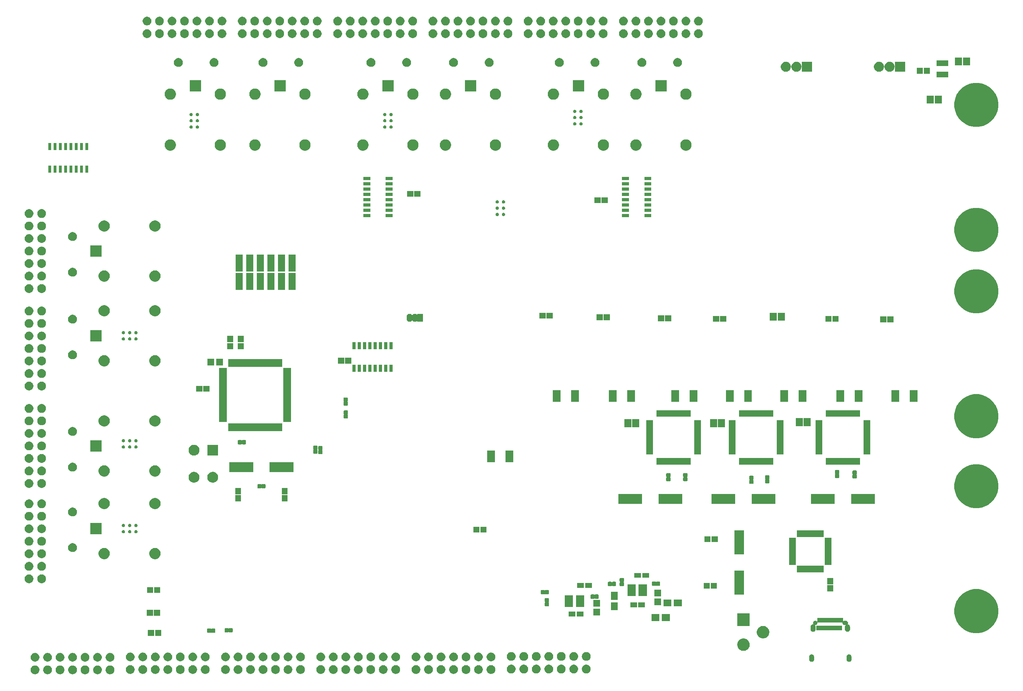
<source format=gbr>
G04 #@! TF.GenerationSoftware,KiCad,Pcbnew,5.0.0*
G04 #@! TF.CreationDate,2018-09-10T20:22:23-07:00*
G04 #@! TF.ProjectId,SchematicAutomation,536368656D617469634175746F6D6174,rev?*
G04 #@! TF.SameCoordinates,Original*
G04 #@! TF.FileFunction,Soldermask,Top*
G04 #@! TF.FilePolarity,Negative*
%FSLAX45Y45*%
G04 Gerber Fmt 4.5, Leading zero omitted, Abs format (unit mm)*
G04 Created by KiCad (PCBNEW 5.0.0) date Mon Sep 10 20:22:23 2018*
%MOMM*%
%LPD*%
G01*
G04 APERTURE LIST*
%ADD10C,0.150000*%
G04 APERTURE END LIST*
D10*
G36*
X4498028Y-17711315D02*
X4515427Y-17714775D01*
X4534536Y-17722691D01*
X4551734Y-17734182D01*
X4566359Y-17748807D01*
X4577850Y-17766004D01*
X4585765Y-17785113D01*
X4588181Y-17797258D01*
X4589769Y-17805242D01*
X4589800Y-17805399D01*
X4589800Y-17826082D01*
X4585765Y-17846368D01*
X4577850Y-17865477D01*
X4566359Y-17882674D01*
X4551734Y-17897299D01*
X4534536Y-17908790D01*
X4515427Y-17916705D01*
X4498028Y-17920166D01*
X4495142Y-17920740D01*
X4474458Y-17920740D01*
X4471572Y-17920166D01*
X4454173Y-17916705D01*
X4435064Y-17908790D01*
X4417866Y-17897299D01*
X4403241Y-17882674D01*
X4391750Y-17865477D01*
X4383835Y-17846368D01*
X4379800Y-17826082D01*
X4379800Y-17805399D01*
X4379831Y-17805242D01*
X4381419Y-17797258D01*
X4383835Y-17785113D01*
X4391750Y-17766004D01*
X4403241Y-17748807D01*
X4417866Y-17734182D01*
X4435064Y-17722691D01*
X4454173Y-17714775D01*
X4471572Y-17711315D01*
X4474458Y-17710740D01*
X4495142Y-17710740D01*
X4498028Y-17711315D01*
X4498028Y-17711315D01*
G37*
G36*
X5998028Y-17711315D02*
X6015427Y-17714775D01*
X6034536Y-17722691D01*
X6051734Y-17734182D01*
X6066359Y-17748807D01*
X6077850Y-17766004D01*
X6085765Y-17785113D01*
X6088181Y-17797258D01*
X6089769Y-17805242D01*
X6089800Y-17805399D01*
X6089800Y-17826082D01*
X6085765Y-17846368D01*
X6077850Y-17865477D01*
X6066359Y-17882674D01*
X6051734Y-17897299D01*
X6034536Y-17908790D01*
X6015427Y-17916705D01*
X5998028Y-17920166D01*
X5995142Y-17920740D01*
X5974458Y-17920740D01*
X5971572Y-17920166D01*
X5954173Y-17916705D01*
X5935064Y-17908790D01*
X5917866Y-17897299D01*
X5903241Y-17882674D01*
X5891750Y-17865477D01*
X5883835Y-17846368D01*
X5879800Y-17826082D01*
X5879800Y-17805399D01*
X5879831Y-17805242D01*
X5881419Y-17797258D01*
X5883835Y-17785113D01*
X5891750Y-17766004D01*
X5903241Y-17748807D01*
X5917866Y-17734182D01*
X5935064Y-17722691D01*
X5954173Y-17714775D01*
X5971572Y-17711315D01*
X5974458Y-17710740D01*
X5995142Y-17710740D01*
X5998028Y-17711315D01*
X5998028Y-17711315D01*
G37*
G36*
X6298028Y-17711315D02*
X6315427Y-17714775D01*
X6334536Y-17722691D01*
X6351734Y-17734182D01*
X6366359Y-17748807D01*
X6377850Y-17766004D01*
X6385765Y-17785113D01*
X6388181Y-17797258D01*
X6389769Y-17805242D01*
X6389800Y-17805399D01*
X6389800Y-17826082D01*
X6385765Y-17846368D01*
X6377850Y-17865477D01*
X6366359Y-17882674D01*
X6351734Y-17897299D01*
X6334536Y-17908790D01*
X6315427Y-17916705D01*
X6298028Y-17920166D01*
X6295142Y-17920740D01*
X6274458Y-17920740D01*
X6271572Y-17920166D01*
X6254173Y-17916705D01*
X6235064Y-17908790D01*
X6217866Y-17897299D01*
X6203241Y-17882674D01*
X6191750Y-17865477D01*
X6183835Y-17846368D01*
X6179800Y-17826082D01*
X6179800Y-17805399D01*
X6179831Y-17805242D01*
X6181419Y-17797258D01*
X6183835Y-17785113D01*
X6191750Y-17766004D01*
X6203241Y-17748807D01*
X6217866Y-17734182D01*
X6235064Y-17722691D01*
X6254173Y-17714775D01*
X6271572Y-17711315D01*
X6274458Y-17710740D01*
X6295142Y-17710740D01*
X6298028Y-17711315D01*
X6298028Y-17711315D01*
G37*
G36*
X5698028Y-17711315D02*
X5715427Y-17714775D01*
X5734536Y-17722691D01*
X5751734Y-17734182D01*
X5766359Y-17748807D01*
X5777850Y-17766004D01*
X5785765Y-17785113D01*
X5788181Y-17797258D01*
X5789769Y-17805242D01*
X5789800Y-17805399D01*
X5789800Y-17826082D01*
X5785765Y-17846368D01*
X5777850Y-17865477D01*
X5766359Y-17882674D01*
X5751734Y-17897299D01*
X5734536Y-17908790D01*
X5715427Y-17916705D01*
X5698028Y-17920166D01*
X5695142Y-17920740D01*
X5674458Y-17920740D01*
X5671572Y-17920166D01*
X5654173Y-17916705D01*
X5635064Y-17908790D01*
X5617866Y-17897299D01*
X5603241Y-17882674D01*
X5591750Y-17865477D01*
X5583835Y-17846368D01*
X5579800Y-17826082D01*
X5579800Y-17805399D01*
X5579831Y-17805242D01*
X5581419Y-17797258D01*
X5583835Y-17785113D01*
X5591750Y-17766004D01*
X5603241Y-17748807D01*
X5617866Y-17734182D01*
X5635064Y-17722691D01*
X5654173Y-17714775D01*
X5671572Y-17711315D01*
X5674458Y-17710740D01*
X5695142Y-17710740D01*
X5698028Y-17711315D01*
X5698028Y-17711315D01*
G37*
G36*
X5098028Y-17711315D02*
X5115427Y-17714775D01*
X5134536Y-17722691D01*
X5151734Y-17734182D01*
X5166359Y-17748807D01*
X5177850Y-17766004D01*
X5185765Y-17785113D01*
X5188181Y-17797258D01*
X5189769Y-17805242D01*
X5189800Y-17805399D01*
X5189800Y-17826082D01*
X5185765Y-17846368D01*
X5177850Y-17865477D01*
X5166359Y-17882674D01*
X5151734Y-17897299D01*
X5134536Y-17908790D01*
X5115427Y-17916705D01*
X5098028Y-17920166D01*
X5095142Y-17920740D01*
X5074458Y-17920740D01*
X5071572Y-17920166D01*
X5054173Y-17916705D01*
X5035064Y-17908790D01*
X5017866Y-17897299D01*
X5003241Y-17882674D01*
X4991750Y-17865477D01*
X4983835Y-17846368D01*
X4979800Y-17826082D01*
X4979800Y-17805399D01*
X4979831Y-17805242D01*
X4981419Y-17797258D01*
X4983835Y-17785113D01*
X4991750Y-17766004D01*
X5003241Y-17748807D01*
X5017866Y-17734182D01*
X5035064Y-17722691D01*
X5054173Y-17714775D01*
X5071572Y-17711315D01*
X5074458Y-17710740D01*
X5095142Y-17710740D01*
X5098028Y-17711315D01*
X5098028Y-17711315D01*
G37*
G36*
X5398028Y-17711315D02*
X5415427Y-17714775D01*
X5434536Y-17722691D01*
X5451734Y-17734182D01*
X5466359Y-17748807D01*
X5477850Y-17766004D01*
X5485765Y-17785113D01*
X5488181Y-17797258D01*
X5489769Y-17805242D01*
X5489800Y-17805399D01*
X5489800Y-17826082D01*
X5485765Y-17846368D01*
X5477850Y-17865477D01*
X5466359Y-17882674D01*
X5451734Y-17897299D01*
X5434536Y-17908790D01*
X5415427Y-17916705D01*
X5398028Y-17920166D01*
X5395142Y-17920740D01*
X5374458Y-17920740D01*
X5371572Y-17920166D01*
X5354173Y-17916705D01*
X5335064Y-17908790D01*
X5317866Y-17897299D01*
X5303241Y-17882674D01*
X5291750Y-17865477D01*
X5283835Y-17846368D01*
X5279800Y-17826082D01*
X5279800Y-17805399D01*
X5279831Y-17805242D01*
X5281419Y-17797258D01*
X5283835Y-17785113D01*
X5291750Y-17766004D01*
X5303241Y-17748807D01*
X5317866Y-17734182D01*
X5335064Y-17722691D01*
X5354173Y-17714775D01*
X5371572Y-17711315D01*
X5374458Y-17710740D01*
X5395142Y-17710740D01*
X5398028Y-17711315D01*
X5398028Y-17711315D01*
G37*
G36*
X4798028Y-17711315D02*
X4815427Y-17714775D01*
X4834536Y-17722691D01*
X4851734Y-17734182D01*
X4866359Y-17748807D01*
X4877850Y-17766004D01*
X4885765Y-17785113D01*
X4888181Y-17797258D01*
X4889769Y-17805242D01*
X4889800Y-17805399D01*
X4889800Y-17826082D01*
X4885765Y-17846368D01*
X4877850Y-17865477D01*
X4866359Y-17882674D01*
X4851734Y-17897299D01*
X4834536Y-17908790D01*
X4815427Y-17916705D01*
X4798028Y-17920166D01*
X4795142Y-17920740D01*
X4774458Y-17920740D01*
X4771572Y-17920166D01*
X4754173Y-17916705D01*
X4735064Y-17908790D01*
X4717866Y-17897299D01*
X4703241Y-17882674D01*
X4691750Y-17865477D01*
X4683835Y-17846368D01*
X4679800Y-17826082D01*
X4679800Y-17805399D01*
X4679831Y-17805242D01*
X4681419Y-17797258D01*
X4683835Y-17785113D01*
X4691750Y-17766004D01*
X4703241Y-17748807D01*
X4717866Y-17734182D01*
X4735064Y-17722691D01*
X4754173Y-17714775D01*
X4771572Y-17711315D01*
X4774458Y-17710740D01*
X4795142Y-17710740D01*
X4798028Y-17711315D01*
X4798028Y-17711315D01*
G37*
G36*
X11356028Y-17703174D02*
X11373427Y-17706635D01*
X11392536Y-17714550D01*
X11409734Y-17726041D01*
X11424359Y-17740666D01*
X11435850Y-17757864D01*
X11443765Y-17776973D01*
X11447800Y-17797258D01*
X11447800Y-17817942D01*
X11443765Y-17838227D01*
X11435850Y-17857336D01*
X11424359Y-17874534D01*
X11409734Y-17889159D01*
X11392536Y-17900650D01*
X11373427Y-17908565D01*
X11356028Y-17912026D01*
X11353142Y-17912600D01*
X11332458Y-17912600D01*
X11329572Y-17912026D01*
X11312173Y-17908565D01*
X11293064Y-17900650D01*
X11275866Y-17889159D01*
X11261241Y-17874534D01*
X11249750Y-17857336D01*
X11241835Y-17838227D01*
X11237800Y-17817942D01*
X11237800Y-17797258D01*
X11241835Y-17776973D01*
X11249750Y-17757864D01*
X11261241Y-17740666D01*
X11275866Y-17726041D01*
X11293064Y-17714550D01*
X11312173Y-17706635D01*
X11329572Y-17703174D01*
X11332458Y-17702600D01*
X11353142Y-17702600D01*
X11356028Y-17703174D01*
X11356028Y-17703174D01*
G37*
G36*
X6784028Y-17703174D02*
X6801427Y-17706635D01*
X6820536Y-17714550D01*
X6837734Y-17726041D01*
X6852359Y-17740666D01*
X6863850Y-17757864D01*
X6871765Y-17776973D01*
X6875800Y-17797258D01*
X6875800Y-17817942D01*
X6871765Y-17838227D01*
X6863850Y-17857336D01*
X6852359Y-17874534D01*
X6837734Y-17889159D01*
X6820536Y-17900650D01*
X6801427Y-17908565D01*
X6784028Y-17912026D01*
X6781142Y-17912600D01*
X6760458Y-17912600D01*
X6757572Y-17912026D01*
X6740173Y-17908565D01*
X6721064Y-17900650D01*
X6703866Y-17889159D01*
X6689241Y-17874534D01*
X6677750Y-17857336D01*
X6669835Y-17838227D01*
X6665800Y-17817942D01*
X6665800Y-17797258D01*
X6669835Y-17776973D01*
X6677750Y-17757864D01*
X6689241Y-17740666D01*
X6703866Y-17726041D01*
X6721064Y-17714550D01*
X6740173Y-17706635D01*
X6757572Y-17703174D01*
X6760458Y-17702600D01*
X6781142Y-17702600D01*
X6784028Y-17703174D01*
X6784028Y-17703174D01*
G37*
G36*
X7084028Y-17703174D02*
X7101427Y-17706635D01*
X7120536Y-17714550D01*
X7137734Y-17726041D01*
X7152359Y-17740666D01*
X7163850Y-17757864D01*
X7171765Y-17776973D01*
X7175800Y-17797258D01*
X7175800Y-17817942D01*
X7171765Y-17838227D01*
X7163850Y-17857336D01*
X7152359Y-17874534D01*
X7137734Y-17889159D01*
X7120536Y-17900650D01*
X7101427Y-17908565D01*
X7084028Y-17912026D01*
X7081142Y-17912600D01*
X7060458Y-17912600D01*
X7057572Y-17912026D01*
X7040173Y-17908565D01*
X7021064Y-17900650D01*
X7003866Y-17889159D01*
X6989241Y-17874534D01*
X6977750Y-17857336D01*
X6969835Y-17838227D01*
X6965800Y-17817942D01*
X6965800Y-17797258D01*
X6969835Y-17776973D01*
X6977750Y-17757864D01*
X6989241Y-17740666D01*
X7003866Y-17726041D01*
X7021064Y-17714550D01*
X7040173Y-17706635D01*
X7057572Y-17703174D01*
X7060458Y-17702600D01*
X7081142Y-17702600D01*
X7084028Y-17703174D01*
X7084028Y-17703174D01*
G37*
G36*
X7384028Y-17703174D02*
X7401427Y-17706635D01*
X7420536Y-17714550D01*
X7437734Y-17726041D01*
X7452359Y-17740666D01*
X7463850Y-17757864D01*
X7471765Y-17776973D01*
X7475800Y-17797258D01*
X7475800Y-17817942D01*
X7471765Y-17838227D01*
X7463850Y-17857336D01*
X7452359Y-17874534D01*
X7437734Y-17889159D01*
X7420536Y-17900650D01*
X7401427Y-17908565D01*
X7384028Y-17912026D01*
X7381142Y-17912600D01*
X7360458Y-17912600D01*
X7357572Y-17912026D01*
X7340173Y-17908565D01*
X7321064Y-17900650D01*
X7303866Y-17889159D01*
X7289241Y-17874534D01*
X7277750Y-17857336D01*
X7269835Y-17838227D01*
X7265800Y-17817942D01*
X7265800Y-17797258D01*
X7269835Y-17776973D01*
X7277750Y-17757864D01*
X7289241Y-17740666D01*
X7303866Y-17726041D01*
X7321064Y-17714550D01*
X7340173Y-17706635D01*
X7357572Y-17703174D01*
X7360458Y-17702600D01*
X7381142Y-17702600D01*
X7384028Y-17703174D01*
X7384028Y-17703174D01*
G37*
G36*
X7684028Y-17703174D02*
X7701427Y-17706635D01*
X7720536Y-17714550D01*
X7737734Y-17726041D01*
X7752359Y-17740666D01*
X7763850Y-17757864D01*
X7771765Y-17776973D01*
X7775800Y-17797258D01*
X7775800Y-17817942D01*
X7771765Y-17838227D01*
X7763850Y-17857336D01*
X7752359Y-17874534D01*
X7737734Y-17889159D01*
X7720536Y-17900650D01*
X7701427Y-17908565D01*
X7684028Y-17912026D01*
X7681142Y-17912600D01*
X7660458Y-17912600D01*
X7657572Y-17912026D01*
X7640173Y-17908565D01*
X7621064Y-17900650D01*
X7603866Y-17889159D01*
X7589241Y-17874534D01*
X7577750Y-17857336D01*
X7569835Y-17838227D01*
X7565800Y-17817942D01*
X7565800Y-17797258D01*
X7569835Y-17776973D01*
X7577750Y-17757864D01*
X7589241Y-17740666D01*
X7603866Y-17726041D01*
X7621064Y-17714550D01*
X7640173Y-17706635D01*
X7657572Y-17703174D01*
X7660458Y-17702600D01*
X7681142Y-17702600D01*
X7684028Y-17703174D01*
X7684028Y-17703174D01*
G37*
G36*
X7984028Y-17703174D02*
X8001427Y-17706635D01*
X8020536Y-17714550D01*
X8037734Y-17726041D01*
X8052359Y-17740666D01*
X8063850Y-17757864D01*
X8071765Y-17776973D01*
X8075800Y-17797258D01*
X8075800Y-17817942D01*
X8071765Y-17838227D01*
X8063850Y-17857336D01*
X8052359Y-17874534D01*
X8037734Y-17889159D01*
X8020536Y-17900650D01*
X8001427Y-17908565D01*
X7984028Y-17912026D01*
X7981142Y-17912600D01*
X7960458Y-17912600D01*
X7957572Y-17912026D01*
X7940173Y-17908565D01*
X7921064Y-17900650D01*
X7903866Y-17889159D01*
X7889241Y-17874534D01*
X7877750Y-17857336D01*
X7869835Y-17838227D01*
X7865800Y-17817942D01*
X7865800Y-17797258D01*
X7869835Y-17776973D01*
X7877750Y-17757864D01*
X7889241Y-17740666D01*
X7903866Y-17726041D01*
X7921064Y-17714550D01*
X7940173Y-17706635D01*
X7957572Y-17703174D01*
X7960458Y-17702600D01*
X7981142Y-17702600D01*
X7984028Y-17703174D01*
X7984028Y-17703174D01*
G37*
G36*
X8284028Y-17703174D02*
X8301427Y-17706635D01*
X8320536Y-17714550D01*
X8337734Y-17726041D01*
X8352359Y-17740666D01*
X8363850Y-17757864D01*
X8371765Y-17776973D01*
X8375800Y-17797258D01*
X8375800Y-17817942D01*
X8371765Y-17838227D01*
X8363850Y-17857336D01*
X8352359Y-17874534D01*
X8337734Y-17889159D01*
X8320536Y-17900650D01*
X8301427Y-17908565D01*
X8284028Y-17912026D01*
X8281142Y-17912600D01*
X8260458Y-17912600D01*
X8257572Y-17912026D01*
X8240173Y-17908565D01*
X8221064Y-17900650D01*
X8203866Y-17889159D01*
X8189241Y-17874534D01*
X8177750Y-17857336D01*
X8169835Y-17838227D01*
X8165800Y-17817942D01*
X8165800Y-17797258D01*
X8169835Y-17776973D01*
X8177750Y-17757864D01*
X8189241Y-17740666D01*
X8203866Y-17726041D01*
X8221064Y-17714550D01*
X8240173Y-17706635D01*
X8257572Y-17703174D01*
X8260458Y-17702600D01*
X8281142Y-17702600D01*
X8284028Y-17703174D01*
X8284028Y-17703174D01*
G37*
G36*
X8584028Y-17703174D02*
X8601427Y-17706635D01*
X8620536Y-17714550D01*
X8637734Y-17726041D01*
X8652359Y-17740666D01*
X8663850Y-17757864D01*
X8671765Y-17776973D01*
X8675800Y-17797258D01*
X8675800Y-17817942D01*
X8671765Y-17838227D01*
X8663850Y-17857336D01*
X8652359Y-17874534D01*
X8637734Y-17889159D01*
X8620536Y-17900650D01*
X8601427Y-17908565D01*
X8584028Y-17912026D01*
X8581142Y-17912600D01*
X8560458Y-17912600D01*
X8557572Y-17912026D01*
X8540173Y-17908565D01*
X8521064Y-17900650D01*
X8503866Y-17889159D01*
X8489241Y-17874534D01*
X8477750Y-17857336D01*
X8469835Y-17838227D01*
X8465800Y-17817942D01*
X8465800Y-17797258D01*
X8469835Y-17776973D01*
X8477750Y-17757864D01*
X8489241Y-17740666D01*
X8503866Y-17726041D01*
X8521064Y-17714550D01*
X8540173Y-17706635D01*
X8557572Y-17703174D01*
X8560458Y-17702600D01*
X8581142Y-17702600D01*
X8584028Y-17703174D01*
X8584028Y-17703174D01*
G37*
G36*
X9070028Y-17703174D02*
X9087427Y-17706635D01*
X9106536Y-17714550D01*
X9123734Y-17726041D01*
X9138359Y-17740666D01*
X9149850Y-17757864D01*
X9157765Y-17776973D01*
X9161800Y-17797258D01*
X9161800Y-17817942D01*
X9157765Y-17838227D01*
X9149850Y-17857336D01*
X9138359Y-17874534D01*
X9123734Y-17889159D01*
X9106536Y-17900650D01*
X9087427Y-17908565D01*
X9070028Y-17912026D01*
X9067142Y-17912600D01*
X9046458Y-17912600D01*
X9043572Y-17912026D01*
X9026173Y-17908565D01*
X9007064Y-17900650D01*
X8989866Y-17889159D01*
X8975241Y-17874534D01*
X8963750Y-17857336D01*
X8955835Y-17838227D01*
X8951800Y-17817942D01*
X8951800Y-17797258D01*
X8955835Y-17776973D01*
X8963750Y-17757864D01*
X8975241Y-17740666D01*
X8989866Y-17726041D01*
X9007064Y-17714550D01*
X9026173Y-17706635D01*
X9043572Y-17703174D01*
X9046458Y-17702600D01*
X9067142Y-17702600D01*
X9070028Y-17703174D01*
X9070028Y-17703174D01*
G37*
G36*
X9370028Y-17703174D02*
X9387427Y-17706635D01*
X9406536Y-17714550D01*
X9423734Y-17726041D01*
X9438359Y-17740666D01*
X9449850Y-17757864D01*
X9457765Y-17776973D01*
X9461800Y-17797258D01*
X9461800Y-17817942D01*
X9457765Y-17838227D01*
X9449850Y-17857336D01*
X9438359Y-17874534D01*
X9423734Y-17889159D01*
X9406536Y-17900650D01*
X9387427Y-17908565D01*
X9370028Y-17912026D01*
X9367142Y-17912600D01*
X9346458Y-17912600D01*
X9343572Y-17912026D01*
X9326173Y-17908565D01*
X9307064Y-17900650D01*
X9289866Y-17889159D01*
X9275241Y-17874534D01*
X9263750Y-17857336D01*
X9255835Y-17838227D01*
X9251800Y-17817942D01*
X9251800Y-17797258D01*
X9255835Y-17776973D01*
X9263750Y-17757864D01*
X9275241Y-17740666D01*
X9289866Y-17726041D01*
X9307064Y-17714550D01*
X9326173Y-17706635D01*
X9343572Y-17703174D01*
X9346458Y-17702600D01*
X9367142Y-17702600D01*
X9370028Y-17703174D01*
X9370028Y-17703174D01*
G37*
G36*
X9670028Y-17703174D02*
X9687427Y-17706635D01*
X9706536Y-17714550D01*
X9723734Y-17726041D01*
X9738359Y-17740666D01*
X9749850Y-17757864D01*
X9757765Y-17776973D01*
X9761800Y-17797258D01*
X9761800Y-17817942D01*
X9757765Y-17838227D01*
X9749850Y-17857336D01*
X9738359Y-17874534D01*
X9723734Y-17889159D01*
X9706536Y-17900650D01*
X9687427Y-17908565D01*
X9670028Y-17912026D01*
X9667142Y-17912600D01*
X9646458Y-17912600D01*
X9643572Y-17912026D01*
X9626173Y-17908565D01*
X9607064Y-17900650D01*
X9589866Y-17889159D01*
X9575241Y-17874534D01*
X9563750Y-17857336D01*
X9555835Y-17838227D01*
X9551800Y-17817942D01*
X9551800Y-17797258D01*
X9555835Y-17776973D01*
X9563750Y-17757864D01*
X9575241Y-17740666D01*
X9589866Y-17726041D01*
X9607064Y-17714550D01*
X9626173Y-17706635D01*
X9643572Y-17703174D01*
X9646458Y-17702600D01*
X9667142Y-17702600D01*
X9670028Y-17703174D01*
X9670028Y-17703174D01*
G37*
G36*
X9970028Y-17703174D02*
X9987427Y-17706635D01*
X10006536Y-17714550D01*
X10023734Y-17726041D01*
X10038359Y-17740666D01*
X10049850Y-17757864D01*
X10057765Y-17776973D01*
X10061800Y-17797258D01*
X10061800Y-17817942D01*
X10057765Y-17838227D01*
X10049850Y-17857336D01*
X10038359Y-17874534D01*
X10023734Y-17889159D01*
X10006536Y-17900650D01*
X9987427Y-17908565D01*
X9970028Y-17912026D01*
X9967142Y-17912600D01*
X9946458Y-17912600D01*
X9943572Y-17912026D01*
X9926173Y-17908565D01*
X9907064Y-17900650D01*
X9889866Y-17889159D01*
X9875241Y-17874534D01*
X9863750Y-17857336D01*
X9855835Y-17838227D01*
X9851800Y-17817942D01*
X9851800Y-17797258D01*
X9855835Y-17776973D01*
X9863750Y-17757864D01*
X9875241Y-17740666D01*
X9889866Y-17726041D01*
X9907064Y-17714550D01*
X9926173Y-17706635D01*
X9943572Y-17703174D01*
X9946458Y-17702600D01*
X9967142Y-17702600D01*
X9970028Y-17703174D01*
X9970028Y-17703174D01*
G37*
G36*
X10270028Y-17703174D02*
X10287427Y-17706635D01*
X10306536Y-17714550D01*
X10323734Y-17726041D01*
X10338359Y-17740666D01*
X10349850Y-17757864D01*
X10357765Y-17776973D01*
X10361800Y-17797258D01*
X10361800Y-17817942D01*
X10357765Y-17838227D01*
X10349850Y-17857336D01*
X10338359Y-17874534D01*
X10323734Y-17889159D01*
X10306536Y-17900650D01*
X10287427Y-17908565D01*
X10270028Y-17912026D01*
X10267142Y-17912600D01*
X10246458Y-17912600D01*
X10243572Y-17912026D01*
X10226173Y-17908565D01*
X10207064Y-17900650D01*
X10189866Y-17889159D01*
X10175241Y-17874534D01*
X10163750Y-17857336D01*
X10155835Y-17838227D01*
X10151800Y-17817942D01*
X10151800Y-17797258D01*
X10155835Y-17776973D01*
X10163750Y-17757864D01*
X10175241Y-17740666D01*
X10189866Y-17726041D01*
X10207064Y-17714550D01*
X10226173Y-17706635D01*
X10243572Y-17703174D01*
X10246458Y-17702600D01*
X10267142Y-17702600D01*
X10270028Y-17703174D01*
X10270028Y-17703174D01*
G37*
G36*
X10570028Y-17703174D02*
X10587427Y-17706635D01*
X10606536Y-17714550D01*
X10623734Y-17726041D01*
X10638359Y-17740666D01*
X10649850Y-17757864D01*
X10657765Y-17776973D01*
X10661800Y-17797258D01*
X10661800Y-17817942D01*
X10657765Y-17838227D01*
X10649850Y-17857336D01*
X10638359Y-17874534D01*
X10623734Y-17889159D01*
X10606536Y-17900650D01*
X10587427Y-17908565D01*
X10570028Y-17912026D01*
X10567142Y-17912600D01*
X10546458Y-17912600D01*
X10543572Y-17912026D01*
X10526173Y-17908565D01*
X10507064Y-17900650D01*
X10489866Y-17889159D01*
X10475241Y-17874534D01*
X10463750Y-17857336D01*
X10455835Y-17838227D01*
X10451800Y-17817942D01*
X10451800Y-17797258D01*
X10455835Y-17776973D01*
X10463750Y-17757864D01*
X10475241Y-17740666D01*
X10489866Y-17726041D01*
X10507064Y-17714550D01*
X10526173Y-17706635D01*
X10543572Y-17703174D01*
X10546458Y-17702600D01*
X10567142Y-17702600D01*
X10570028Y-17703174D01*
X10570028Y-17703174D01*
G37*
G36*
X15142028Y-17703174D02*
X15159427Y-17706635D01*
X15178536Y-17714550D01*
X15195734Y-17726041D01*
X15210359Y-17740666D01*
X15221850Y-17757864D01*
X15229765Y-17776973D01*
X15233800Y-17797258D01*
X15233800Y-17817942D01*
X15229765Y-17838227D01*
X15221850Y-17857336D01*
X15210359Y-17874534D01*
X15195734Y-17889159D01*
X15178536Y-17900650D01*
X15159427Y-17908565D01*
X15142028Y-17912026D01*
X15139142Y-17912600D01*
X15118458Y-17912600D01*
X15115572Y-17912026D01*
X15098173Y-17908565D01*
X15079064Y-17900650D01*
X15061866Y-17889159D01*
X15047241Y-17874534D01*
X15035750Y-17857336D01*
X15027835Y-17838227D01*
X15023800Y-17817942D01*
X15023800Y-17797258D01*
X15027835Y-17776973D01*
X15035750Y-17757864D01*
X15047241Y-17740666D01*
X15061866Y-17726041D01*
X15079064Y-17714550D01*
X15098173Y-17706635D01*
X15115572Y-17703174D01*
X15118458Y-17702600D01*
X15139142Y-17702600D01*
X15142028Y-17703174D01*
X15142028Y-17703174D01*
G37*
G36*
X15442028Y-17703174D02*
X15459427Y-17706635D01*
X15478536Y-17714550D01*
X15495734Y-17726041D01*
X15510359Y-17740666D01*
X15521850Y-17757864D01*
X15529765Y-17776973D01*
X15533800Y-17797258D01*
X15533800Y-17817942D01*
X15529765Y-17838227D01*
X15521850Y-17857336D01*
X15510359Y-17874534D01*
X15495734Y-17889159D01*
X15478536Y-17900650D01*
X15459427Y-17908565D01*
X15442028Y-17912026D01*
X15439142Y-17912600D01*
X15418458Y-17912600D01*
X15415572Y-17912026D01*
X15398173Y-17908565D01*
X15379064Y-17900650D01*
X15361866Y-17889159D01*
X15347241Y-17874534D01*
X15335750Y-17857336D01*
X15327835Y-17838227D01*
X15323800Y-17817942D01*
X15323800Y-17797258D01*
X15327835Y-17776973D01*
X15335750Y-17757864D01*
X15347241Y-17740666D01*
X15361866Y-17726041D01*
X15379064Y-17714550D01*
X15398173Y-17706635D01*
X15415572Y-17703174D01*
X15418458Y-17702600D01*
X15439142Y-17702600D01*
X15442028Y-17703174D01*
X15442028Y-17703174D01*
G37*
G36*
X11656028Y-17703174D02*
X11673427Y-17706635D01*
X11692536Y-17714550D01*
X11709734Y-17726041D01*
X11724359Y-17740666D01*
X11735850Y-17757864D01*
X11743765Y-17776973D01*
X11747800Y-17797258D01*
X11747800Y-17817942D01*
X11743765Y-17838227D01*
X11735850Y-17857336D01*
X11724359Y-17874534D01*
X11709734Y-17889159D01*
X11692536Y-17900650D01*
X11673427Y-17908565D01*
X11656028Y-17912026D01*
X11653142Y-17912600D01*
X11632458Y-17912600D01*
X11629572Y-17912026D01*
X11612173Y-17908565D01*
X11593064Y-17900650D01*
X11575866Y-17889159D01*
X11561241Y-17874534D01*
X11549750Y-17857336D01*
X11541835Y-17838227D01*
X11537800Y-17817942D01*
X11537800Y-17797258D01*
X11541835Y-17776973D01*
X11549750Y-17757864D01*
X11561241Y-17740666D01*
X11575866Y-17726041D01*
X11593064Y-17714550D01*
X11612173Y-17706635D01*
X11629572Y-17703174D01*
X11632458Y-17702600D01*
X11653142Y-17702600D01*
X11656028Y-17703174D01*
X11656028Y-17703174D01*
G37*
G36*
X11956028Y-17703174D02*
X11973427Y-17706635D01*
X11992536Y-17714550D01*
X12009734Y-17726041D01*
X12024359Y-17740666D01*
X12035850Y-17757864D01*
X12043765Y-17776973D01*
X12047800Y-17797258D01*
X12047800Y-17817942D01*
X12043765Y-17838227D01*
X12035850Y-17857336D01*
X12024359Y-17874534D01*
X12009734Y-17889159D01*
X11992536Y-17900650D01*
X11973427Y-17908565D01*
X11956028Y-17912026D01*
X11953142Y-17912600D01*
X11932458Y-17912600D01*
X11929572Y-17912026D01*
X11912173Y-17908565D01*
X11893064Y-17900650D01*
X11875866Y-17889159D01*
X11861241Y-17874534D01*
X11849750Y-17857336D01*
X11841835Y-17838227D01*
X11837800Y-17817942D01*
X11837800Y-17797258D01*
X11841835Y-17776973D01*
X11849750Y-17757864D01*
X11861241Y-17740666D01*
X11875866Y-17726041D01*
X11893064Y-17714550D01*
X11912173Y-17706635D01*
X11929572Y-17703174D01*
X11932458Y-17702600D01*
X11953142Y-17702600D01*
X11956028Y-17703174D01*
X11956028Y-17703174D01*
G37*
G36*
X12256028Y-17703174D02*
X12273427Y-17706635D01*
X12292536Y-17714550D01*
X12309734Y-17726041D01*
X12324359Y-17740666D01*
X12335850Y-17757864D01*
X12343765Y-17776973D01*
X12347800Y-17797258D01*
X12347800Y-17817942D01*
X12343765Y-17838227D01*
X12335850Y-17857336D01*
X12324359Y-17874534D01*
X12309734Y-17889159D01*
X12292536Y-17900650D01*
X12273427Y-17908565D01*
X12256028Y-17912026D01*
X12253142Y-17912600D01*
X12232458Y-17912600D01*
X12229572Y-17912026D01*
X12212173Y-17908565D01*
X12193064Y-17900650D01*
X12175866Y-17889159D01*
X12161241Y-17874534D01*
X12149750Y-17857336D01*
X12141835Y-17838227D01*
X12137800Y-17817942D01*
X12137800Y-17797258D01*
X12141835Y-17776973D01*
X12149750Y-17757864D01*
X12161241Y-17740666D01*
X12175866Y-17726041D01*
X12193064Y-17714550D01*
X12212173Y-17706635D01*
X12229572Y-17703174D01*
X12232458Y-17702600D01*
X12253142Y-17702600D01*
X12256028Y-17703174D01*
X12256028Y-17703174D01*
G37*
G36*
X12556028Y-17703174D02*
X12573427Y-17706635D01*
X12592536Y-17714550D01*
X12609734Y-17726041D01*
X12624359Y-17740666D01*
X12635850Y-17757864D01*
X12643765Y-17776973D01*
X12647800Y-17797258D01*
X12647800Y-17817942D01*
X12643765Y-17838227D01*
X12635850Y-17857336D01*
X12624359Y-17874534D01*
X12609734Y-17889159D01*
X12592536Y-17900650D01*
X12573427Y-17908565D01*
X12556028Y-17912026D01*
X12553142Y-17912600D01*
X12532458Y-17912600D01*
X12529572Y-17912026D01*
X12512173Y-17908565D01*
X12493064Y-17900650D01*
X12475866Y-17889159D01*
X12461241Y-17874534D01*
X12449750Y-17857336D01*
X12441835Y-17838227D01*
X12437800Y-17817942D01*
X12437800Y-17797258D01*
X12441835Y-17776973D01*
X12449750Y-17757864D01*
X12461241Y-17740666D01*
X12475866Y-17726041D01*
X12493064Y-17714550D01*
X12512173Y-17706635D01*
X12529572Y-17703174D01*
X12532458Y-17702600D01*
X12553142Y-17702600D01*
X12556028Y-17703174D01*
X12556028Y-17703174D01*
G37*
G36*
X12856028Y-17703174D02*
X12873427Y-17706635D01*
X12892536Y-17714550D01*
X12909734Y-17726041D01*
X12924359Y-17740666D01*
X12935850Y-17757864D01*
X12943765Y-17776973D01*
X12947800Y-17797258D01*
X12947800Y-17817942D01*
X12943765Y-17838227D01*
X12935850Y-17857336D01*
X12924359Y-17874534D01*
X12909734Y-17889159D01*
X12892536Y-17900650D01*
X12873427Y-17908565D01*
X12856028Y-17912026D01*
X12853142Y-17912600D01*
X12832458Y-17912600D01*
X12829572Y-17912026D01*
X12812173Y-17908565D01*
X12793064Y-17900650D01*
X12775866Y-17889159D01*
X12761241Y-17874534D01*
X12749750Y-17857336D01*
X12741835Y-17838227D01*
X12737800Y-17817942D01*
X12737800Y-17797258D01*
X12741835Y-17776973D01*
X12749750Y-17757864D01*
X12761241Y-17740666D01*
X12775866Y-17726041D01*
X12793064Y-17714550D01*
X12812173Y-17706635D01*
X12829572Y-17703174D01*
X12832458Y-17702600D01*
X12853142Y-17702600D01*
X12856028Y-17703174D01*
X12856028Y-17703174D01*
G37*
G36*
X13642028Y-17703174D02*
X13659427Y-17706635D01*
X13678536Y-17714550D01*
X13695734Y-17726041D01*
X13710359Y-17740666D01*
X13721850Y-17757864D01*
X13729765Y-17776973D01*
X13733800Y-17797258D01*
X13733800Y-17817942D01*
X13729765Y-17838227D01*
X13721850Y-17857336D01*
X13710359Y-17874534D01*
X13695734Y-17889159D01*
X13678536Y-17900650D01*
X13659427Y-17908565D01*
X13642028Y-17912026D01*
X13639142Y-17912600D01*
X13618458Y-17912600D01*
X13615572Y-17912026D01*
X13598173Y-17908565D01*
X13579064Y-17900650D01*
X13561866Y-17889159D01*
X13547241Y-17874534D01*
X13535750Y-17857336D01*
X13527835Y-17838227D01*
X13523800Y-17817942D01*
X13523800Y-17797258D01*
X13527835Y-17776973D01*
X13535750Y-17757864D01*
X13547241Y-17740666D01*
X13561866Y-17726041D01*
X13579064Y-17714550D01*
X13598173Y-17706635D01*
X13615572Y-17703174D01*
X13618458Y-17702600D01*
X13639142Y-17702600D01*
X13642028Y-17703174D01*
X13642028Y-17703174D01*
G37*
G36*
X13942028Y-17703174D02*
X13959427Y-17706635D01*
X13978536Y-17714550D01*
X13995734Y-17726041D01*
X14010359Y-17740666D01*
X14021850Y-17757864D01*
X14029765Y-17776973D01*
X14033800Y-17797258D01*
X14033800Y-17817942D01*
X14029765Y-17838227D01*
X14021850Y-17857336D01*
X14010359Y-17874534D01*
X13995734Y-17889159D01*
X13978536Y-17900650D01*
X13959427Y-17908565D01*
X13942028Y-17912026D01*
X13939142Y-17912600D01*
X13918458Y-17912600D01*
X13915572Y-17912026D01*
X13898173Y-17908565D01*
X13879064Y-17900650D01*
X13861866Y-17889159D01*
X13847241Y-17874534D01*
X13835750Y-17857336D01*
X13827835Y-17838227D01*
X13823800Y-17817942D01*
X13823800Y-17797258D01*
X13827835Y-17776973D01*
X13835750Y-17757864D01*
X13847241Y-17740666D01*
X13861866Y-17726041D01*
X13879064Y-17714550D01*
X13898173Y-17706635D01*
X13915572Y-17703174D01*
X13918458Y-17702600D01*
X13939142Y-17702600D01*
X13942028Y-17703174D01*
X13942028Y-17703174D01*
G37*
G36*
X14242028Y-17703174D02*
X14259427Y-17706635D01*
X14278536Y-17714550D01*
X14295734Y-17726041D01*
X14310359Y-17740666D01*
X14321850Y-17757864D01*
X14329765Y-17776973D01*
X14333800Y-17797258D01*
X14333800Y-17817942D01*
X14329765Y-17838227D01*
X14321850Y-17857336D01*
X14310359Y-17874534D01*
X14295734Y-17889159D01*
X14278536Y-17900650D01*
X14259427Y-17908565D01*
X14242028Y-17912026D01*
X14239142Y-17912600D01*
X14218458Y-17912600D01*
X14215572Y-17912026D01*
X14198173Y-17908565D01*
X14179064Y-17900650D01*
X14161866Y-17889159D01*
X14147241Y-17874534D01*
X14135750Y-17857336D01*
X14127835Y-17838227D01*
X14123800Y-17817942D01*
X14123800Y-17797258D01*
X14127835Y-17776973D01*
X14135750Y-17757864D01*
X14147241Y-17740666D01*
X14161866Y-17726041D01*
X14179064Y-17714550D01*
X14198173Y-17706635D01*
X14215572Y-17703174D01*
X14218458Y-17702600D01*
X14239142Y-17702600D01*
X14242028Y-17703174D01*
X14242028Y-17703174D01*
G37*
G36*
X14542028Y-17703174D02*
X14559427Y-17706635D01*
X14578536Y-17714550D01*
X14595734Y-17726041D01*
X14610359Y-17740666D01*
X14621850Y-17757864D01*
X14629765Y-17776973D01*
X14633800Y-17797258D01*
X14633800Y-17817942D01*
X14629765Y-17838227D01*
X14621850Y-17857336D01*
X14610359Y-17874534D01*
X14595734Y-17889159D01*
X14578536Y-17900650D01*
X14559427Y-17908565D01*
X14542028Y-17912026D01*
X14539142Y-17912600D01*
X14518458Y-17912600D01*
X14515572Y-17912026D01*
X14498173Y-17908565D01*
X14479064Y-17900650D01*
X14461866Y-17889159D01*
X14447241Y-17874534D01*
X14435750Y-17857336D01*
X14427835Y-17838227D01*
X14423800Y-17817942D01*
X14423800Y-17797258D01*
X14427835Y-17776973D01*
X14435750Y-17757864D01*
X14447241Y-17740666D01*
X14461866Y-17726041D01*
X14479064Y-17714550D01*
X14498173Y-17706635D01*
X14515572Y-17703174D01*
X14518458Y-17702600D01*
X14539142Y-17702600D01*
X14542028Y-17703174D01*
X14542028Y-17703174D01*
G37*
G36*
X14842028Y-17703174D02*
X14859427Y-17706635D01*
X14878536Y-17714550D01*
X14895734Y-17726041D01*
X14910359Y-17740666D01*
X14921850Y-17757864D01*
X14929765Y-17776973D01*
X14933800Y-17797258D01*
X14933800Y-17817942D01*
X14929765Y-17838227D01*
X14921850Y-17857336D01*
X14910359Y-17874534D01*
X14895734Y-17889159D01*
X14878536Y-17900650D01*
X14859427Y-17908565D01*
X14842028Y-17912026D01*
X14839142Y-17912600D01*
X14818458Y-17912600D01*
X14815572Y-17912026D01*
X14798173Y-17908565D01*
X14779064Y-17900650D01*
X14761866Y-17889159D01*
X14747241Y-17874534D01*
X14735750Y-17857336D01*
X14727835Y-17838227D01*
X14723800Y-17817942D01*
X14723800Y-17797258D01*
X14727835Y-17776973D01*
X14735750Y-17757864D01*
X14747241Y-17740666D01*
X14761866Y-17726041D01*
X14779064Y-17714550D01*
X14798173Y-17706635D01*
X14815572Y-17703174D01*
X14818458Y-17702600D01*
X14839142Y-17702600D01*
X14842028Y-17703174D01*
X14842028Y-17703174D01*
G37*
G36*
X10870028Y-17703174D02*
X10887427Y-17706635D01*
X10906536Y-17714550D01*
X10923734Y-17726041D01*
X10938359Y-17740666D01*
X10949850Y-17757864D01*
X10957765Y-17776973D01*
X10961800Y-17797258D01*
X10961800Y-17817942D01*
X10957765Y-17838227D01*
X10949850Y-17857336D01*
X10938359Y-17874534D01*
X10923734Y-17889159D01*
X10906536Y-17900650D01*
X10887427Y-17908565D01*
X10870028Y-17912026D01*
X10867142Y-17912600D01*
X10846458Y-17912600D01*
X10843572Y-17912026D01*
X10826173Y-17908565D01*
X10807064Y-17900650D01*
X10789866Y-17889159D01*
X10775241Y-17874534D01*
X10763750Y-17857336D01*
X10755835Y-17838227D01*
X10751800Y-17817942D01*
X10751800Y-17797258D01*
X10755835Y-17776973D01*
X10763750Y-17757864D01*
X10775241Y-17740666D01*
X10789866Y-17726041D01*
X10807064Y-17714550D01*
X10826173Y-17706635D01*
X10843572Y-17703174D01*
X10846458Y-17702600D01*
X10867142Y-17702600D01*
X10870028Y-17703174D01*
X10870028Y-17703174D01*
G37*
G36*
X13156028Y-17703174D02*
X13173427Y-17706635D01*
X13192536Y-17714550D01*
X13209734Y-17726041D01*
X13224359Y-17740666D01*
X13235850Y-17757864D01*
X13243765Y-17776973D01*
X13247800Y-17797258D01*
X13247800Y-17817942D01*
X13243765Y-17838227D01*
X13235850Y-17857336D01*
X13224359Y-17874534D01*
X13209734Y-17889159D01*
X13192536Y-17900650D01*
X13173427Y-17908565D01*
X13156028Y-17912026D01*
X13153142Y-17912600D01*
X13132458Y-17912600D01*
X13129572Y-17912026D01*
X13112173Y-17908565D01*
X13093064Y-17900650D01*
X13075866Y-17889159D01*
X13061241Y-17874534D01*
X13049750Y-17857336D01*
X13041835Y-17838227D01*
X13037800Y-17817942D01*
X13037800Y-17797258D01*
X13041835Y-17776973D01*
X13049750Y-17757864D01*
X13061241Y-17740666D01*
X13075866Y-17726041D01*
X13093064Y-17714550D01*
X13112173Y-17706635D01*
X13129572Y-17703174D01*
X13132458Y-17702600D01*
X13153142Y-17702600D01*
X13156028Y-17703174D01*
X13156028Y-17703174D01*
G37*
G36*
X16528028Y-17690474D02*
X16545427Y-17693935D01*
X16564536Y-17701850D01*
X16581734Y-17713341D01*
X16596359Y-17727966D01*
X16607850Y-17745164D01*
X16615765Y-17764273D01*
X16618291Y-17776973D01*
X16619800Y-17784558D01*
X16619800Y-17805242D01*
X16619226Y-17808128D01*
X16615765Y-17825527D01*
X16607850Y-17844636D01*
X16596359Y-17861834D01*
X16581734Y-17876459D01*
X16564536Y-17887950D01*
X16545427Y-17895865D01*
X16528028Y-17899326D01*
X16525142Y-17899900D01*
X16504458Y-17899900D01*
X16501572Y-17899326D01*
X16484173Y-17895865D01*
X16465064Y-17887950D01*
X16447866Y-17876459D01*
X16433241Y-17861834D01*
X16421750Y-17844636D01*
X16413835Y-17825527D01*
X16410374Y-17808128D01*
X16409800Y-17805242D01*
X16409800Y-17784558D01*
X16411309Y-17776973D01*
X16413835Y-17764273D01*
X16421750Y-17745164D01*
X16433241Y-17727966D01*
X16447866Y-17713341D01*
X16465064Y-17701850D01*
X16484173Y-17693935D01*
X16501572Y-17690474D01*
X16504458Y-17689900D01*
X16525142Y-17689900D01*
X16528028Y-17690474D01*
X16528028Y-17690474D01*
G37*
G36*
X17428028Y-17690474D02*
X17445427Y-17693935D01*
X17464536Y-17701850D01*
X17481734Y-17713341D01*
X17496359Y-17727966D01*
X17507850Y-17745164D01*
X17515765Y-17764273D01*
X17518291Y-17776973D01*
X17519800Y-17784558D01*
X17519800Y-17805242D01*
X17519226Y-17808128D01*
X17515765Y-17825527D01*
X17507850Y-17844636D01*
X17496359Y-17861834D01*
X17481734Y-17876459D01*
X17464536Y-17887950D01*
X17445427Y-17895865D01*
X17428028Y-17899326D01*
X17425142Y-17899900D01*
X17404458Y-17899900D01*
X17401572Y-17899326D01*
X17384173Y-17895865D01*
X17365064Y-17887950D01*
X17347866Y-17876459D01*
X17333241Y-17861834D01*
X17321750Y-17844636D01*
X17313835Y-17825527D01*
X17310374Y-17808128D01*
X17309800Y-17805242D01*
X17309800Y-17784558D01*
X17311309Y-17776973D01*
X17313835Y-17764273D01*
X17321750Y-17745164D01*
X17333241Y-17727966D01*
X17347866Y-17713341D01*
X17365064Y-17701850D01*
X17384173Y-17693935D01*
X17401572Y-17690474D01*
X17404458Y-17689900D01*
X17425142Y-17689900D01*
X17428028Y-17690474D01*
X17428028Y-17690474D01*
G37*
G36*
X17728028Y-17690474D02*
X17745427Y-17693935D01*
X17764536Y-17701850D01*
X17781734Y-17713341D01*
X17796359Y-17727966D01*
X17807850Y-17745164D01*
X17815765Y-17764273D01*
X17818291Y-17776973D01*
X17819800Y-17784558D01*
X17819800Y-17805242D01*
X17819226Y-17808128D01*
X17815765Y-17825527D01*
X17807850Y-17844636D01*
X17796359Y-17861834D01*
X17781734Y-17876459D01*
X17764536Y-17887950D01*
X17745427Y-17895865D01*
X17728028Y-17899326D01*
X17725142Y-17899900D01*
X17704458Y-17899900D01*
X17701572Y-17899326D01*
X17684173Y-17895865D01*
X17665064Y-17887950D01*
X17647866Y-17876459D01*
X17633241Y-17861834D01*
X17621750Y-17844636D01*
X17613835Y-17825527D01*
X17610374Y-17808128D01*
X17609800Y-17805242D01*
X17609800Y-17784558D01*
X17611309Y-17776973D01*
X17613835Y-17764273D01*
X17621750Y-17745164D01*
X17633241Y-17727966D01*
X17647866Y-17713341D01*
X17665064Y-17701850D01*
X17684173Y-17693935D01*
X17701572Y-17690474D01*
X17704458Y-17689900D01*
X17725142Y-17689900D01*
X17728028Y-17690474D01*
X17728028Y-17690474D01*
G37*
G36*
X17128028Y-17690474D02*
X17145427Y-17693935D01*
X17164536Y-17701850D01*
X17181734Y-17713341D01*
X17196359Y-17727966D01*
X17207850Y-17745164D01*
X17215765Y-17764273D01*
X17218291Y-17776973D01*
X17219800Y-17784558D01*
X17219800Y-17805242D01*
X17219226Y-17808128D01*
X17215765Y-17825527D01*
X17207850Y-17844636D01*
X17196359Y-17861834D01*
X17181734Y-17876459D01*
X17164536Y-17887950D01*
X17145427Y-17895865D01*
X17128028Y-17899326D01*
X17125142Y-17899900D01*
X17104458Y-17899900D01*
X17101572Y-17899326D01*
X17084173Y-17895865D01*
X17065064Y-17887950D01*
X17047866Y-17876459D01*
X17033241Y-17861834D01*
X17021750Y-17844636D01*
X17013835Y-17825527D01*
X17010374Y-17808128D01*
X17009800Y-17805242D01*
X17009800Y-17784558D01*
X17011309Y-17776973D01*
X17013835Y-17764273D01*
X17021750Y-17745164D01*
X17033241Y-17727966D01*
X17047866Y-17713341D01*
X17065064Y-17701850D01*
X17084173Y-17693935D01*
X17101572Y-17690474D01*
X17104458Y-17689900D01*
X17125142Y-17689900D01*
X17128028Y-17690474D01*
X17128028Y-17690474D01*
G37*
G36*
X16228028Y-17690474D02*
X16245427Y-17693935D01*
X16264536Y-17701850D01*
X16281734Y-17713341D01*
X16296359Y-17727966D01*
X16307850Y-17745164D01*
X16315765Y-17764273D01*
X16318291Y-17776973D01*
X16319800Y-17784558D01*
X16319800Y-17805242D01*
X16319226Y-17808128D01*
X16315765Y-17825527D01*
X16307850Y-17844636D01*
X16296359Y-17861834D01*
X16281734Y-17876459D01*
X16264536Y-17887950D01*
X16245427Y-17895865D01*
X16228028Y-17899326D01*
X16225142Y-17899900D01*
X16204458Y-17899900D01*
X16201572Y-17899326D01*
X16184173Y-17895865D01*
X16165064Y-17887950D01*
X16147866Y-17876459D01*
X16133241Y-17861834D01*
X16121750Y-17844636D01*
X16113835Y-17825527D01*
X16110374Y-17808128D01*
X16109800Y-17805242D01*
X16109800Y-17784558D01*
X16111309Y-17776973D01*
X16113835Y-17764273D01*
X16121750Y-17745164D01*
X16133241Y-17727966D01*
X16147866Y-17713341D01*
X16165064Y-17701850D01*
X16184173Y-17693935D01*
X16201572Y-17690474D01*
X16204458Y-17689900D01*
X16225142Y-17689900D01*
X16228028Y-17690474D01*
X16228028Y-17690474D01*
G37*
G36*
X15928028Y-17690474D02*
X15945427Y-17693935D01*
X15964536Y-17701850D01*
X15981734Y-17713341D01*
X15996359Y-17727966D01*
X16007850Y-17745164D01*
X16015765Y-17764273D01*
X16018291Y-17776973D01*
X16019800Y-17784558D01*
X16019800Y-17805242D01*
X16019226Y-17808128D01*
X16015765Y-17825527D01*
X16007850Y-17844636D01*
X15996359Y-17861834D01*
X15981734Y-17876459D01*
X15964536Y-17887950D01*
X15945427Y-17895865D01*
X15928028Y-17899326D01*
X15925142Y-17899900D01*
X15904458Y-17899900D01*
X15901572Y-17899326D01*
X15884173Y-17895865D01*
X15865064Y-17887950D01*
X15847866Y-17876459D01*
X15833241Y-17861834D01*
X15821750Y-17844636D01*
X15813835Y-17825527D01*
X15810374Y-17808128D01*
X15809800Y-17805242D01*
X15809800Y-17784558D01*
X15811309Y-17776973D01*
X15813835Y-17764273D01*
X15821750Y-17745164D01*
X15833241Y-17727966D01*
X15847866Y-17713341D01*
X15865064Y-17701850D01*
X15884173Y-17693935D01*
X15901572Y-17690474D01*
X15904458Y-17689900D01*
X15925142Y-17689900D01*
X15928028Y-17690474D01*
X15928028Y-17690474D01*
G37*
G36*
X16828028Y-17690474D02*
X16845427Y-17693935D01*
X16864536Y-17701850D01*
X16881734Y-17713341D01*
X16896359Y-17727966D01*
X16907850Y-17745164D01*
X16915765Y-17764273D01*
X16918291Y-17776973D01*
X16919800Y-17784558D01*
X16919800Y-17805242D01*
X16919226Y-17808128D01*
X16915765Y-17825527D01*
X16907850Y-17844636D01*
X16896359Y-17861834D01*
X16881734Y-17876459D01*
X16864536Y-17887950D01*
X16845427Y-17895865D01*
X16828028Y-17899326D01*
X16825142Y-17899900D01*
X16804458Y-17899900D01*
X16801572Y-17899326D01*
X16784173Y-17895865D01*
X16765064Y-17887950D01*
X16747866Y-17876459D01*
X16733241Y-17861834D01*
X16721750Y-17844636D01*
X16713835Y-17825527D01*
X16710374Y-17808128D01*
X16709800Y-17805242D01*
X16709800Y-17784558D01*
X16711309Y-17776973D01*
X16713835Y-17764273D01*
X16721750Y-17745164D01*
X16733241Y-17727966D01*
X16747866Y-17713341D01*
X16765064Y-17701850D01*
X16784173Y-17693935D01*
X16801572Y-17690474D01*
X16804458Y-17689900D01*
X16825142Y-17689900D01*
X16828028Y-17690474D01*
X16828028Y-17690474D01*
G37*
G36*
X24032762Y-17444668D02*
X24044072Y-17448099D01*
X24054495Y-17453670D01*
X24063632Y-17461168D01*
X24071130Y-17470305D01*
X24073625Y-17474973D01*
X24076701Y-17480728D01*
X24080132Y-17492038D01*
X24081000Y-17500852D01*
X24081000Y-17566748D01*
X24080132Y-17575562D01*
X24076981Y-17585950D01*
X24076701Y-17586872D01*
X24071130Y-17597296D01*
X24063632Y-17606432D01*
X24054495Y-17613930D01*
X24045495Y-17618740D01*
X24044072Y-17619501D01*
X24032762Y-17622932D01*
X24021000Y-17624090D01*
X24009238Y-17622932D01*
X23997928Y-17619501D01*
X23996505Y-17618740D01*
X23987505Y-17613930D01*
X23978368Y-17606432D01*
X23970870Y-17597296D01*
X23965299Y-17586872D01*
X23965019Y-17585950D01*
X23961868Y-17575562D01*
X23961000Y-17566748D01*
X23961000Y-17500852D01*
X23961868Y-17492038D01*
X23965299Y-17480728D01*
X23970870Y-17470305D01*
X23970870Y-17470305D01*
X23978368Y-17461168D01*
X23987504Y-17453670D01*
X23997928Y-17448099D01*
X24009238Y-17444668D01*
X24021000Y-17443510D01*
X24032762Y-17444668D01*
X24032762Y-17444668D01*
G37*
G36*
X23134762Y-17444668D02*
X23146072Y-17448099D01*
X23156495Y-17453670D01*
X23165632Y-17461168D01*
X23173130Y-17470305D01*
X23175625Y-17474973D01*
X23178701Y-17480728D01*
X23182132Y-17492038D01*
X23183000Y-17500852D01*
X23183000Y-17566748D01*
X23182132Y-17575562D01*
X23178981Y-17585950D01*
X23178701Y-17586872D01*
X23173130Y-17597296D01*
X23165632Y-17606432D01*
X23156495Y-17613930D01*
X23147495Y-17618740D01*
X23146072Y-17619501D01*
X23134762Y-17622932D01*
X23123000Y-17624090D01*
X23111238Y-17622932D01*
X23099928Y-17619501D01*
X23098505Y-17618740D01*
X23089505Y-17613930D01*
X23080368Y-17606432D01*
X23072870Y-17597296D01*
X23067299Y-17586872D01*
X23067019Y-17585950D01*
X23063868Y-17575562D01*
X23063000Y-17566748D01*
X23063000Y-17500852D01*
X23063868Y-17492038D01*
X23067299Y-17480728D01*
X23072870Y-17470305D01*
X23072870Y-17470305D01*
X23080368Y-17461168D01*
X23089504Y-17453670D01*
X23099928Y-17448099D01*
X23111238Y-17444668D01*
X23123000Y-17443510D01*
X23134762Y-17444668D01*
X23134762Y-17444668D01*
G37*
G36*
X4498028Y-17409315D02*
X4515427Y-17412775D01*
X4534536Y-17420691D01*
X4551734Y-17432182D01*
X4566359Y-17446807D01*
X4577850Y-17464004D01*
X4585765Y-17483113D01*
X4588181Y-17495258D01*
X4589769Y-17503242D01*
X4589800Y-17503399D01*
X4589800Y-17524082D01*
X4585765Y-17544368D01*
X4577850Y-17563477D01*
X4566359Y-17580674D01*
X4551734Y-17595299D01*
X4534536Y-17606790D01*
X4515427Y-17614705D01*
X4498028Y-17618166D01*
X4495142Y-17618740D01*
X4474458Y-17618740D01*
X4471572Y-17618166D01*
X4454173Y-17614705D01*
X4435064Y-17606790D01*
X4417866Y-17595299D01*
X4403241Y-17580674D01*
X4391750Y-17563477D01*
X4383835Y-17544368D01*
X4379800Y-17524082D01*
X4379800Y-17503399D01*
X4379831Y-17503242D01*
X4381419Y-17495258D01*
X4383835Y-17483113D01*
X4391750Y-17464004D01*
X4403241Y-17446807D01*
X4417866Y-17432182D01*
X4435064Y-17420691D01*
X4454173Y-17412775D01*
X4471572Y-17409315D01*
X4474458Y-17408740D01*
X4495142Y-17408740D01*
X4498028Y-17409315D01*
X4498028Y-17409315D01*
G37*
G36*
X5698028Y-17409315D02*
X5715427Y-17412775D01*
X5734536Y-17420691D01*
X5751734Y-17432182D01*
X5766359Y-17446807D01*
X5777850Y-17464004D01*
X5785765Y-17483113D01*
X5788181Y-17495258D01*
X5789769Y-17503242D01*
X5789800Y-17503399D01*
X5789800Y-17524082D01*
X5785765Y-17544368D01*
X5777850Y-17563477D01*
X5766359Y-17580674D01*
X5751734Y-17595299D01*
X5734536Y-17606790D01*
X5715427Y-17614705D01*
X5698028Y-17618166D01*
X5695142Y-17618740D01*
X5674458Y-17618740D01*
X5671572Y-17618166D01*
X5654173Y-17614705D01*
X5635064Y-17606790D01*
X5617866Y-17595299D01*
X5603241Y-17580674D01*
X5591750Y-17563477D01*
X5583835Y-17544368D01*
X5579800Y-17524082D01*
X5579800Y-17503399D01*
X5579831Y-17503242D01*
X5581419Y-17495258D01*
X5583835Y-17483113D01*
X5591750Y-17464004D01*
X5603241Y-17446807D01*
X5617866Y-17432182D01*
X5635064Y-17420691D01*
X5654173Y-17412775D01*
X5671572Y-17409315D01*
X5674458Y-17408740D01*
X5695142Y-17408740D01*
X5698028Y-17409315D01*
X5698028Y-17409315D01*
G37*
G36*
X5998028Y-17409315D02*
X6015427Y-17412775D01*
X6034536Y-17420691D01*
X6051734Y-17432182D01*
X6066359Y-17446807D01*
X6077850Y-17464004D01*
X6085765Y-17483113D01*
X6088181Y-17495258D01*
X6089769Y-17503242D01*
X6089800Y-17503399D01*
X6089800Y-17524082D01*
X6085765Y-17544368D01*
X6077850Y-17563477D01*
X6066359Y-17580674D01*
X6051734Y-17595299D01*
X6034536Y-17606790D01*
X6015427Y-17614705D01*
X5998028Y-17618166D01*
X5995142Y-17618740D01*
X5974458Y-17618740D01*
X5971572Y-17618166D01*
X5954173Y-17614705D01*
X5935064Y-17606790D01*
X5917866Y-17595299D01*
X5903241Y-17580674D01*
X5891750Y-17563477D01*
X5883835Y-17544368D01*
X5879800Y-17524082D01*
X5879800Y-17503399D01*
X5879831Y-17503242D01*
X5881419Y-17495258D01*
X5883835Y-17483113D01*
X5891750Y-17464004D01*
X5903241Y-17446807D01*
X5917866Y-17432182D01*
X5935064Y-17420691D01*
X5954173Y-17412775D01*
X5971572Y-17409315D01*
X5974458Y-17408740D01*
X5995142Y-17408740D01*
X5998028Y-17409315D01*
X5998028Y-17409315D01*
G37*
G36*
X5398028Y-17409315D02*
X5415427Y-17412775D01*
X5434536Y-17420691D01*
X5451734Y-17432182D01*
X5466359Y-17446807D01*
X5477850Y-17464004D01*
X5485765Y-17483113D01*
X5488181Y-17495258D01*
X5489769Y-17503242D01*
X5489800Y-17503399D01*
X5489800Y-17524082D01*
X5485765Y-17544368D01*
X5477850Y-17563477D01*
X5466359Y-17580674D01*
X5451734Y-17595299D01*
X5434536Y-17606790D01*
X5415427Y-17614705D01*
X5398028Y-17618166D01*
X5395142Y-17618740D01*
X5374458Y-17618740D01*
X5371572Y-17618166D01*
X5354173Y-17614705D01*
X5335064Y-17606790D01*
X5317866Y-17595299D01*
X5303241Y-17580674D01*
X5291750Y-17563477D01*
X5283835Y-17544368D01*
X5279800Y-17524082D01*
X5279800Y-17503399D01*
X5279831Y-17503242D01*
X5281419Y-17495258D01*
X5283835Y-17483113D01*
X5291750Y-17464004D01*
X5303241Y-17446807D01*
X5317866Y-17432182D01*
X5335064Y-17420691D01*
X5354173Y-17412775D01*
X5371572Y-17409315D01*
X5374458Y-17408740D01*
X5395142Y-17408740D01*
X5398028Y-17409315D01*
X5398028Y-17409315D01*
G37*
G36*
X5098028Y-17409315D02*
X5115427Y-17412775D01*
X5134536Y-17420691D01*
X5151734Y-17432182D01*
X5166359Y-17446807D01*
X5177850Y-17464004D01*
X5185765Y-17483113D01*
X5188181Y-17495258D01*
X5189769Y-17503242D01*
X5189800Y-17503399D01*
X5189800Y-17524082D01*
X5185765Y-17544368D01*
X5177850Y-17563477D01*
X5166359Y-17580674D01*
X5151734Y-17595299D01*
X5134536Y-17606790D01*
X5115427Y-17614705D01*
X5098028Y-17618166D01*
X5095142Y-17618740D01*
X5074458Y-17618740D01*
X5071572Y-17618166D01*
X5054173Y-17614705D01*
X5035064Y-17606790D01*
X5017866Y-17595299D01*
X5003241Y-17580674D01*
X4991750Y-17563477D01*
X4983835Y-17544368D01*
X4979800Y-17524082D01*
X4979800Y-17503399D01*
X4979831Y-17503242D01*
X4981419Y-17495258D01*
X4983835Y-17483113D01*
X4991750Y-17464004D01*
X5003241Y-17446807D01*
X5017866Y-17432182D01*
X5035064Y-17420691D01*
X5054173Y-17412775D01*
X5071572Y-17409315D01*
X5074458Y-17408740D01*
X5095142Y-17408740D01*
X5098028Y-17409315D01*
X5098028Y-17409315D01*
G37*
G36*
X6298028Y-17409315D02*
X6315427Y-17412775D01*
X6334536Y-17420691D01*
X6351734Y-17432182D01*
X6366359Y-17446807D01*
X6377850Y-17464004D01*
X6385765Y-17483113D01*
X6388181Y-17495258D01*
X6389769Y-17503242D01*
X6389800Y-17503399D01*
X6389800Y-17524082D01*
X6385765Y-17544368D01*
X6377850Y-17563477D01*
X6366359Y-17580674D01*
X6351734Y-17595299D01*
X6334536Y-17606790D01*
X6315427Y-17614705D01*
X6298028Y-17618166D01*
X6295142Y-17618740D01*
X6274458Y-17618740D01*
X6271572Y-17618166D01*
X6254173Y-17614705D01*
X6235064Y-17606790D01*
X6217866Y-17595299D01*
X6203241Y-17580674D01*
X6191750Y-17563477D01*
X6183835Y-17544368D01*
X6179800Y-17524082D01*
X6179800Y-17503399D01*
X6179831Y-17503242D01*
X6181419Y-17495258D01*
X6183835Y-17483113D01*
X6191750Y-17464004D01*
X6203241Y-17446807D01*
X6217866Y-17432182D01*
X6235064Y-17420691D01*
X6254173Y-17412775D01*
X6271572Y-17409315D01*
X6274458Y-17408740D01*
X6295142Y-17408740D01*
X6298028Y-17409315D01*
X6298028Y-17409315D01*
G37*
G36*
X4798028Y-17409315D02*
X4815427Y-17412775D01*
X4834536Y-17420691D01*
X4851734Y-17432182D01*
X4866359Y-17446807D01*
X4877850Y-17464004D01*
X4885765Y-17483113D01*
X4888181Y-17495258D01*
X4889769Y-17503242D01*
X4889800Y-17503399D01*
X4889800Y-17524082D01*
X4885765Y-17544368D01*
X4877850Y-17563477D01*
X4866359Y-17580674D01*
X4851734Y-17595299D01*
X4834536Y-17606790D01*
X4815427Y-17614705D01*
X4798028Y-17618166D01*
X4795142Y-17618740D01*
X4774458Y-17618740D01*
X4771572Y-17618166D01*
X4754173Y-17614705D01*
X4735064Y-17606790D01*
X4717866Y-17595299D01*
X4703241Y-17580674D01*
X4691750Y-17563477D01*
X4683835Y-17544368D01*
X4679800Y-17524082D01*
X4679800Y-17503399D01*
X4679831Y-17503242D01*
X4681419Y-17495258D01*
X4683835Y-17483113D01*
X4691750Y-17464004D01*
X4703241Y-17446807D01*
X4717866Y-17432182D01*
X4735064Y-17420691D01*
X4754173Y-17412775D01*
X4771572Y-17409315D01*
X4774458Y-17408740D01*
X4795142Y-17408740D01*
X4798028Y-17409315D01*
X4798028Y-17409315D01*
G37*
G36*
X13156028Y-17401174D02*
X13173427Y-17404635D01*
X13192536Y-17412550D01*
X13209734Y-17424041D01*
X13224359Y-17438666D01*
X13235850Y-17455864D01*
X13243765Y-17474973D01*
X13247800Y-17495258D01*
X13247800Y-17515942D01*
X13243765Y-17536227D01*
X13235850Y-17555336D01*
X13224359Y-17572534D01*
X13209734Y-17587159D01*
X13192536Y-17598650D01*
X13173427Y-17606565D01*
X13156028Y-17610026D01*
X13153142Y-17610600D01*
X13132458Y-17610600D01*
X13129572Y-17610026D01*
X13112173Y-17606565D01*
X13093064Y-17598650D01*
X13075866Y-17587159D01*
X13061241Y-17572534D01*
X13049750Y-17555336D01*
X13041835Y-17536227D01*
X13037800Y-17515942D01*
X13037800Y-17495258D01*
X13041835Y-17474973D01*
X13049750Y-17455864D01*
X13061241Y-17438666D01*
X13075866Y-17424041D01*
X13093064Y-17412550D01*
X13112173Y-17404635D01*
X13129572Y-17401174D01*
X13132458Y-17400600D01*
X13153142Y-17400600D01*
X13156028Y-17401174D01*
X13156028Y-17401174D01*
G37*
G36*
X12856028Y-17401174D02*
X12873427Y-17404635D01*
X12892536Y-17412550D01*
X12909734Y-17424041D01*
X12924359Y-17438666D01*
X12935850Y-17455864D01*
X12943765Y-17474973D01*
X12947800Y-17495258D01*
X12947800Y-17515942D01*
X12943765Y-17536227D01*
X12935850Y-17555336D01*
X12924359Y-17572534D01*
X12909734Y-17587159D01*
X12892536Y-17598650D01*
X12873427Y-17606565D01*
X12856028Y-17610026D01*
X12853142Y-17610600D01*
X12832458Y-17610600D01*
X12829572Y-17610026D01*
X12812173Y-17606565D01*
X12793064Y-17598650D01*
X12775866Y-17587159D01*
X12761241Y-17572534D01*
X12749750Y-17555336D01*
X12741835Y-17536227D01*
X12737800Y-17515942D01*
X12737800Y-17495258D01*
X12741835Y-17474973D01*
X12749750Y-17455864D01*
X12761241Y-17438666D01*
X12775866Y-17424041D01*
X12793064Y-17412550D01*
X12812173Y-17404635D01*
X12829572Y-17401174D01*
X12832458Y-17400600D01*
X12853142Y-17400600D01*
X12856028Y-17401174D01*
X12856028Y-17401174D01*
G37*
G36*
X12556028Y-17401174D02*
X12573427Y-17404635D01*
X12592536Y-17412550D01*
X12609734Y-17424041D01*
X12624359Y-17438666D01*
X12635850Y-17455864D01*
X12643765Y-17474973D01*
X12647800Y-17495258D01*
X12647800Y-17515942D01*
X12643765Y-17536227D01*
X12635850Y-17555336D01*
X12624359Y-17572534D01*
X12609734Y-17587159D01*
X12592536Y-17598650D01*
X12573427Y-17606565D01*
X12556028Y-17610026D01*
X12553142Y-17610600D01*
X12532458Y-17610600D01*
X12529572Y-17610026D01*
X12512173Y-17606565D01*
X12493064Y-17598650D01*
X12475866Y-17587159D01*
X12461241Y-17572534D01*
X12449750Y-17555336D01*
X12441835Y-17536227D01*
X12437800Y-17515942D01*
X12437800Y-17495258D01*
X12441835Y-17474973D01*
X12449750Y-17455864D01*
X12461241Y-17438666D01*
X12475866Y-17424041D01*
X12493064Y-17412550D01*
X12512173Y-17404635D01*
X12529572Y-17401174D01*
X12532458Y-17400600D01*
X12553142Y-17400600D01*
X12556028Y-17401174D01*
X12556028Y-17401174D01*
G37*
G36*
X12256028Y-17401174D02*
X12273427Y-17404635D01*
X12292536Y-17412550D01*
X12309734Y-17424041D01*
X12324359Y-17438666D01*
X12335850Y-17455864D01*
X12343765Y-17474973D01*
X12347800Y-17495258D01*
X12347800Y-17515942D01*
X12343765Y-17536227D01*
X12335850Y-17555336D01*
X12324359Y-17572534D01*
X12309734Y-17587159D01*
X12292536Y-17598650D01*
X12273427Y-17606565D01*
X12256028Y-17610026D01*
X12253142Y-17610600D01*
X12232458Y-17610600D01*
X12229572Y-17610026D01*
X12212173Y-17606565D01*
X12193064Y-17598650D01*
X12175866Y-17587159D01*
X12161241Y-17572534D01*
X12149750Y-17555336D01*
X12141835Y-17536227D01*
X12137800Y-17515942D01*
X12137800Y-17495258D01*
X12141835Y-17474973D01*
X12149750Y-17455864D01*
X12161241Y-17438666D01*
X12175866Y-17424041D01*
X12193064Y-17412550D01*
X12212173Y-17404635D01*
X12229572Y-17401174D01*
X12232458Y-17400600D01*
X12253142Y-17400600D01*
X12256028Y-17401174D01*
X12256028Y-17401174D01*
G37*
G36*
X11956028Y-17401174D02*
X11973427Y-17404635D01*
X11992536Y-17412550D01*
X12009734Y-17424041D01*
X12024359Y-17438666D01*
X12035850Y-17455864D01*
X12043765Y-17474973D01*
X12047800Y-17495258D01*
X12047800Y-17515942D01*
X12043765Y-17536227D01*
X12035850Y-17555336D01*
X12024359Y-17572534D01*
X12009734Y-17587159D01*
X11992536Y-17598650D01*
X11973427Y-17606565D01*
X11956028Y-17610026D01*
X11953142Y-17610600D01*
X11932458Y-17610600D01*
X11929572Y-17610026D01*
X11912173Y-17606565D01*
X11893064Y-17598650D01*
X11875866Y-17587159D01*
X11861241Y-17572534D01*
X11849750Y-17555336D01*
X11841835Y-17536227D01*
X11837800Y-17515942D01*
X11837800Y-17495258D01*
X11841835Y-17474973D01*
X11849750Y-17455864D01*
X11861241Y-17438666D01*
X11875866Y-17424041D01*
X11893064Y-17412550D01*
X11912173Y-17404635D01*
X11929572Y-17401174D01*
X11932458Y-17400600D01*
X11953142Y-17400600D01*
X11956028Y-17401174D01*
X11956028Y-17401174D01*
G37*
G36*
X13642028Y-17401174D02*
X13659427Y-17404635D01*
X13678536Y-17412550D01*
X13695734Y-17424041D01*
X13710359Y-17438666D01*
X13721850Y-17455864D01*
X13729765Y-17474973D01*
X13733800Y-17495258D01*
X13733800Y-17515942D01*
X13729765Y-17536227D01*
X13721850Y-17555336D01*
X13710359Y-17572534D01*
X13695734Y-17587159D01*
X13678536Y-17598650D01*
X13659427Y-17606565D01*
X13642028Y-17610026D01*
X13639142Y-17610600D01*
X13618458Y-17610600D01*
X13615572Y-17610026D01*
X13598173Y-17606565D01*
X13579064Y-17598650D01*
X13561866Y-17587159D01*
X13547241Y-17572534D01*
X13535750Y-17555336D01*
X13527835Y-17536227D01*
X13523800Y-17515942D01*
X13523800Y-17495258D01*
X13527835Y-17474973D01*
X13535750Y-17455864D01*
X13547241Y-17438666D01*
X13561866Y-17424041D01*
X13579064Y-17412550D01*
X13598173Y-17404635D01*
X13615572Y-17401174D01*
X13618458Y-17400600D01*
X13639142Y-17400600D01*
X13642028Y-17401174D01*
X13642028Y-17401174D01*
G37*
G36*
X13942028Y-17401174D02*
X13959427Y-17404635D01*
X13978536Y-17412550D01*
X13995734Y-17424041D01*
X14010359Y-17438666D01*
X14021850Y-17455864D01*
X14029765Y-17474973D01*
X14033800Y-17495258D01*
X14033800Y-17515942D01*
X14029765Y-17536227D01*
X14021850Y-17555336D01*
X14010359Y-17572534D01*
X13995734Y-17587159D01*
X13978536Y-17598650D01*
X13959427Y-17606565D01*
X13942028Y-17610026D01*
X13939142Y-17610600D01*
X13918458Y-17610600D01*
X13915572Y-17610026D01*
X13898173Y-17606565D01*
X13879064Y-17598650D01*
X13861866Y-17587159D01*
X13847241Y-17572534D01*
X13835750Y-17555336D01*
X13827835Y-17536227D01*
X13823800Y-17515942D01*
X13823800Y-17495258D01*
X13827835Y-17474973D01*
X13835750Y-17455864D01*
X13847241Y-17438666D01*
X13861866Y-17424041D01*
X13879064Y-17412550D01*
X13898173Y-17404635D01*
X13915572Y-17401174D01*
X13918458Y-17400600D01*
X13939142Y-17400600D01*
X13942028Y-17401174D01*
X13942028Y-17401174D01*
G37*
G36*
X14242028Y-17401174D02*
X14259427Y-17404635D01*
X14278536Y-17412550D01*
X14295734Y-17424041D01*
X14310359Y-17438666D01*
X14321850Y-17455864D01*
X14329765Y-17474973D01*
X14333800Y-17495258D01*
X14333800Y-17515942D01*
X14329765Y-17536227D01*
X14321850Y-17555336D01*
X14310359Y-17572534D01*
X14295734Y-17587159D01*
X14278536Y-17598650D01*
X14259427Y-17606565D01*
X14242028Y-17610026D01*
X14239142Y-17610600D01*
X14218458Y-17610600D01*
X14215572Y-17610026D01*
X14198173Y-17606565D01*
X14179064Y-17598650D01*
X14161866Y-17587159D01*
X14147241Y-17572534D01*
X14135750Y-17555336D01*
X14127835Y-17536227D01*
X14123800Y-17515942D01*
X14123800Y-17495258D01*
X14127835Y-17474973D01*
X14135750Y-17455864D01*
X14147241Y-17438666D01*
X14161866Y-17424041D01*
X14179064Y-17412550D01*
X14198173Y-17404635D01*
X14215572Y-17401174D01*
X14218458Y-17400600D01*
X14239142Y-17400600D01*
X14242028Y-17401174D01*
X14242028Y-17401174D01*
G37*
G36*
X14542028Y-17401174D02*
X14559427Y-17404635D01*
X14578536Y-17412550D01*
X14595734Y-17424041D01*
X14610359Y-17438666D01*
X14621850Y-17455864D01*
X14629765Y-17474973D01*
X14633800Y-17495258D01*
X14633800Y-17515942D01*
X14629765Y-17536227D01*
X14621850Y-17555336D01*
X14610359Y-17572534D01*
X14595734Y-17587159D01*
X14578536Y-17598650D01*
X14559427Y-17606565D01*
X14542028Y-17610026D01*
X14539142Y-17610600D01*
X14518458Y-17610600D01*
X14515572Y-17610026D01*
X14498173Y-17606565D01*
X14479064Y-17598650D01*
X14461866Y-17587159D01*
X14447241Y-17572534D01*
X14435750Y-17555336D01*
X14427835Y-17536227D01*
X14423800Y-17515942D01*
X14423800Y-17495258D01*
X14427835Y-17474973D01*
X14435750Y-17455864D01*
X14447241Y-17438666D01*
X14461866Y-17424041D01*
X14479064Y-17412550D01*
X14498173Y-17404635D01*
X14515572Y-17401174D01*
X14518458Y-17400600D01*
X14539142Y-17400600D01*
X14542028Y-17401174D01*
X14542028Y-17401174D01*
G37*
G36*
X14842028Y-17401174D02*
X14859427Y-17404635D01*
X14878536Y-17412550D01*
X14895734Y-17424041D01*
X14910359Y-17438666D01*
X14921850Y-17455864D01*
X14929765Y-17474973D01*
X14933800Y-17495258D01*
X14933800Y-17515942D01*
X14929765Y-17536227D01*
X14921850Y-17555336D01*
X14910359Y-17572534D01*
X14895734Y-17587159D01*
X14878536Y-17598650D01*
X14859427Y-17606565D01*
X14842028Y-17610026D01*
X14839142Y-17610600D01*
X14818458Y-17610600D01*
X14815572Y-17610026D01*
X14798173Y-17606565D01*
X14779064Y-17598650D01*
X14761866Y-17587159D01*
X14747241Y-17572534D01*
X14735750Y-17555336D01*
X14727835Y-17536227D01*
X14723800Y-17515942D01*
X14723800Y-17495258D01*
X14727835Y-17474973D01*
X14735750Y-17455864D01*
X14747241Y-17438666D01*
X14761866Y-17424041D01*
X14779064Y-17412550D01*
X14798173Y-17404635D01*
X14815572Y-17401174D01*
X14818458Y-17400600D01*
X14839142Y-17400600D01*
X14842028Y-17401174D01*
X14842028Y-17401174D01*
G37*
G36*
X15142028Y-17401174D02*
X15159427Y-17404635D01*
X15178536Y-17412550D01*
X15195734Y-17424041D01*
X15210359Y-17438666D01*
X15221850Y-17455864D01*
X15229765Y-17474973D01*
X15233800Y-17495258D01*
X15233800Y-17515942D01*
X15229765Y-17536227D01*
X15221850Y-17555336D01*
X15210359Y-17572534D01*
X15195734Y-17587159D01*
X15178536Y-17598650D01*
X15159427Y-17606565D01*
X15142028Y-17610026D01*
X15139142Y-17610600D01*
X15118458Y-17610600D01*
X15115572Y-17610026D01*
X15098173Y-17606565D01*
X15079064Y-17598650D01*
X15061866Y-17587159D01*
X15047241Y-17572534D01*
X15035750Y-17555336D01*
X15027835Y-17536227D01*
X15023800Y-17515942D01*
X15023800Y-17495258D01*
X15027835Y-17474973D01*
X15035750Y-17455864D01*
X15047241Y-17438666D01*
X15061866Y-17424041D01*
X15079064Y-17412550D01*
X15098173Y-17404635D01*
X15115572Y-17401174D01*
X15118458Y-17400600D01*
X15139142Y-17400600D01*
X15142028Y-17401174D01*
X15142028Y-17401174D01*
G37*
G36*
X15442028Y-17401174D02*
X15459427Y-17404635D01*
X15478536Y-17412550D01*
X15495734Y-17424041D01*
X15510359Y-17438666D01*
X15521850Y-17455864D01*
X15529765Y-17474973D01*
X15533800Y-17495258D01*
X15533800Y-17515942D01*
X15529765Y-17536227D01*
X15521850Y-17555336D01*
X15510359Y-17572534D01*
X15495734Y-17587159D01*
X15478536Y-17598650D01*
X15459427Y-17606565D01*
X15442028Y-17610026D01*
X15439142Y-17610600D01*
X15418458Y-17610600D01*
X15415572Y-17610026D01*
X15398173Y-17606565D01*
X15379064Y-17598650D01*
X15361866Y-17587159D01*
X15347241Y-17572534D01*
X15335750Y-17555336D01*
X15327835Y-17536227D01*
X15323800Y-17515942D01*
X15323800Y-17495258D01*
X15327835Y-17474973D01*
X15335750Y-17455864D01*
X15347241Y-17438666D01*
X15361866Y-17424041D01*
X15379064Y-17412550D01*
X15398173Y-17404635D01*
X15415572Y-17401174D01*
X15418458Y-17400600D01*
X15439142Y-17400600D01*
X15442028Y-17401174D01*
X15442028Y-17401174D01*
G37*
G36*
X6784028Y-17401174D02*
X6801427Y-17404635D01*
X6820536Y-17412550D01*
X6837734Y-17424041D01*
X6852359Y-17438666D01*
X6863850Y-17455864D01*
X6871765Y-17474973D01*
X6875800Y-17495258D01*
X6875800Y-17515942D01*
X6871765Y-17536227D01*
X6863850Y-17555336D01*
X6852359Y-17572534D01*
X6837734Y-17587159D01*
X6820536Y-17598650D01*
X6801427Y-17606565D01*
X6784028Y-17610026D01*
X6781142Y-17610600D01*
X6760458Y-17610600D01*
X6757572Y-17610026D01*
X6740173Y-17606565D01*
X6721064Y-17598650D01*
X6703866Y-17587159D01*
X6689241Y-17572534D01*
X6677750Y-17555336D01*
X6669835Y-17536227D01*
X6665800Y-17515942D01*
X6665800Y-17495258D01*
X6669835Y-17474973D01*
X6677750Y-17455864D01*
X6689241Y-17438666D01*
X6703866Y-17424041D01*
X6721064Y-17412550D01*
X6740173Y-17404635D01*
X6757572Y-17401174D01*
X6760458Y-17400600D01*
X6781142Y-17400600D01*
X6784028Y-17401174D01*
X6784028Y-17401174D01*
G37*
G36*
X7084028Y-17401174D02*
X7101427Y-17404635D01*
X7120536Y-17412550D01*
X7137734Y-17424041D01*
X7152359Y-17438666D01*
X7163850Y-17455864D01*
X7171765Y-17474973D01*
X7175800Y-17495258D01*
X7175800Y-17515942D01*
X7171765Y-17536227D01*
X7163850Y-17555336D01*
X7152359Y-17572534D01*
X7137734Y-17587159D01*
X7120536Y-17598650D01*
X7101427Y-17606565D01*
X7084028Y-17610026D01*
X7081142Y-17610600D01*
X7060458Y-17610600D01*
X7057572Y-17610026D01*
X7040173Y-17606565D01*
X7021064Y-17598650D01*
X7003866Y-17587159D01*
X6989241Y-17572534D01*
X6977750Y-17555336D01*
X6969835Y-17536227D01*
X6965800Y-17515942D01*
X6965800Y-17495258D01*
X6969835Y-17474973D01*
X6977750Y-17455864D01*
X6989241Y-17438666D01*
X7003866Y-17424041D01*
X7021064Y-17412550D01*
X7040173Y-17404635D01*
X7057572Y-17401174D01*
X7060458Y-17400600D01*
X7081142Y-17400600D01*
X7084028Y-17401174D01*
X7084028Y-17401174D01*
G37*
G36*
X7684028Y-17401174D02*
X7701427Y-17404635D01*
X7720536Y-17412550D01*
X7737734Y-17424041D01*
X7752359Y-17438666D01*
X7763850Y-17455864D01*
X7771765Y-17474973D01*
X7775800Y-17495258D01*
X7775800Y-17515942D01*
X7771765Y-17536227D01*
X7763850Y-17555336D01*
X7752359Y-17572534D01*
X7737734Y-17587159D01*
X7720536Y-17598650D01*
X7701427Y-17606565D01*
X7684028Y-17610026D01*
X7681142Y-17610600D01*
X7660458Y-17610600D01*
X7657572Y-17610026D01*
X7640173Y-17606565D01*
X7621064Y-17598650D01*
X7603866Y-17587159D01*
X7589241Y-17572534D01*
X7577750Y-17555336D01*
X7569835Y-17536227D01*
X7565800Y-17515942D01*
X7565800Y-17495258D01*
X7569835Y-17474973D01*
X7577750Y-17455864D01*
X7589241Y-17438666D01*
X7603866Y-17424041D01*
X7621064Y-17412550D01*
X7640173Y-17404635D01*
X7657572Y-17401174D01*
X7660458Y-17400600D01*
X7681142Y-17400600D01*
X7684028Y-17401174D01*
X7684028Y-17401174D01*
G37*
G36*
X11356028Y-17401174D02*
X11373427Y-17404635D01*
X11392536Y-17412550D01*
X11409734Y-17424041D01*
X11424359Y-17438666D01*
X11435850Y-17455864D01*
X11443765Y-17474973D01*
X11447800Y-17495258D01*
X11447800Y-17515942D01*
X11443765Y-17536227D01*
X11435850Y-17555336D01*
X11424359Y-17572534D01*
X11409734Y-17587159D01*
X11392536Y-17598650D01*
X11373427Y-17606565D01*
X11356028Y-17610026D01*
X11353142Y-17610600D01*
X11332458Y-17610600D01*
X11329572Y-17610026D01*
X11312173Y-17606565D01*
X11293064Y-17598650D01*
X11275866Y-17587159D01*
X11261241Y-17572534D01*
X11249750Y-17555336D01*
X11241835Y-17536227D01*
X11237800Y-17515942D01*
X11237800Y-17495258D01*
X11241835Y-17474973D01*
X11249750Y-17455864D01*
X11261241Y-17438666D01*
X11275866Y-17424041D01*
X11293064Y-17412550D01*
X11312173Y-17404635D01*
X11329572Y-17401174D01*
X11332458Y-17400600D01*
X11353142Y-17400600D01*
X11356028Y-17401174D01*
X11356028Y-17401174D01*
G37*
G36*
X9370028Y-17401174D02*
X9387427Y-17404635D01*
X9406536Y-17412550D01*
X9423734Y-17424041D01*
X9438359Y-17438666D01*
X9449850Y-17455864D01*
X9457765Y-17474973D01*
X9461800Y-17495258D01*
X9461800Y-17515942D01*
X9457765Y-17536227D01*
X9449850Y-17555336D01*
X9438359Y-17572534D01*
X9423734Y-17587159D01*
X9406536Y-17598650D01*
X9387427Y-17606565D01*
X9370028Y-17610026D01*
X9367142Y-17610600D01*
X9346458Y-17610600D01*
X9343572Y-17610026D01*
X9326173Y-17606565D01*
X9307064Y-17598650D01*
X9289866Y-17587159D01*
X9275241Y-17572534D01*
X9263750Y-17555336D01*
X9255835Y-17536227D01*
X9251800Y-17515942D01*
X9251800Y-17495258D01*
X9255835Y-17474973D01*
X9263750Y-17455864D01*
X9275241Y-17438666D01*
X9289866Y-17424041D01*
X9307064Y-17412550D01*
X9326173Y-17404635D01*
X9343572Y-17401174D01*
X9346458Y-17400600D01*
X9367142Y-17400600D01*
X9370028Y-17401174D01*
X9370028Y-17401174D01*
G37*
G36*
X9070028Y-17401174D02*
X9087427Y-17404635D01*
X9106536Y-17412550D01*
X9123734Y-17424041D01*
X9138359Y-17438666D01*
X9149850Y-17455864D01*
X9157765Y-17474973D01*
X9161800Y-17495258D01*
X9161800Y-17515942D01*
X9157765Y-17536227D01*
X9149850Y-17555336D01*
X9138359Y-17572534D01*
X9123734Y-17587159D01*
X9106536Y-17598650D01*
X9087427Y-17606565D01*
X9070028Y-17610026D01*
X9067142Y-17610600D01*
X9046458Y-17610600D01*
X9043572Y-17610026D01*
X9026173Y-17606565D01*
X9007064Y-17598650D01*
X8989866Y-17587159D01*
X8975241Y-17572534D01*
X8963750Y-17555336D01*
X8955835Y-17536227D01*
X8951800Y-17515942D01*
X8951800Y-17495258D01*
X8955835Y-17474973D01*
X8963750Y-17455864D01*
X8975241Y-17438666D01*
X8989866Y-17424041D01*
X9007064Y-17412550D01*
X9026173Y-17404635D01*
X9043572Y-17401174D01*
X9046458Y-17400600D01*
X9067142Y-17400600D01*
X9070028Y-17401174D01*
X9070028Y-17401174D01*
G37*
G36*
X9670028Y-17401174D02*
X9687427Y-17404635D01*
X9706536Y-17412550D01*
X9723734Y-17424041D01*
X9738359Y-17438666D01*
X9749850Y-17455864D01*
X9757765Y-17474973D01*
X9761800Y-17495258D01*
X9761800Y-17515942D01*
X9757765Y-17536227D01*
X9749850Y-17555336D01*
X9738359Y-17572534D01*
X9723734Y-17587159D01*
X9706536Y-17598650D01*
X9687427Y-17606565D01*
X9670028Y-17610026D01*
X9667142Y-17610600D01*
X9646458Y-17610600D01*
X9643572Y-17610026D01*
X9626173Y-17606565D01*
X9607064Y-17598650D01*
X9589866Y-17587159D01*
X9575241Y-17572534D01*
X9563750Y-17555336D01*
X9555835Y-17536227D01*
X9551800Y-17515942D01*
X9551800Y-17495258D01*
X9555835Y-17474973D01*
X9563750Y-17455864D01*
X9575241Y-17438666D01*
X9589866Y-17424041D01*
X9607064Y-17412550D01*
X9626173Y-17404635D01*
X9643572Y-17401174D01*
X9646458Y-17400600D01*
X9667142Y-17400600D01*
X9670028Y-17401174D01*
X9670028Y-17401174D01*
G37*
G36*
X9970028Y-17401174D02*
X9987427Y-17404635D01*
X10006536Y-17412550D01*
X10023734Y-17424041D01*
X10038359Y-17438666D01*
X10049850Y-17455864D01*
X10057765Y-17474973D01*
X10061800Y-17495258D01*
X10061800Y-17515942D01*
X10057765Y-17536227D01*
X10049850Y-17555336D01*
X10038359Y-17572534D01*
X10023734Y-17587159D01*
X10006536Y-17598650D01*
X9987427Y-17606565D01*
X9970028Y-17610026D01*
X9967142Y-17610600D01*
X9946458Y-17610600D01*
X9943572Y-17610026D01*
X9926173Y-17606565D01*
X9907064Y-17598650D01*
X9889866Y-17587159D01*
X9875241Y-17572534D01*
X9863750Y-17555336D01*
X9855835Y-17536227D01*
X9851800Y-17515942D01*
X9851800Y-17495258D01*
X9855835Y-17474973D01*
X9863750Y-17455864D01*
X9875241Y-17438666D01*
X9889866Y-17424041D01*
X9907064Y-17412550D01*
X9926173Y-17404635D01*
X9943572Y-17401174D01*
X9946458Y-17400600D01*
X9967142Y-17400600D01*
X9970028Y-17401174D01*
X9970028Y-17401174D01*
G37*
G36*
X10270028Y-17401174D02*
X10287427Y-17404635D01*
X10306536Y-17412550D01*
X10323734Y-17424041D01*
X10338359Y-17438666D01*
X10349850Y-17455864D01*
X10357765Y-17474973D01*
X10361800Y-17495258D01*
X10361800Y-17515942D01*
X10357765Y-17536227D01*
X10349850Y-17555336D01*
X10338359Y-17572534D01*
X10323734Y-17587159D01*
X10306536Y-17598650D01*
X10287427Y-17606565D01*
X10270028Y-17610026D01*
X10267142Y-17610600D01*
X10246458Y-17610600D01*
X10243572Y-17610026D01*
X10226173Y-17606565D01*
X10207064Y-17598650D01*
X10189866Y-17587159D01*
X10175241Y-17572534D01*
X10163750Y-17555336D01*
X10155835Y-17536227D01*
X10151800Y-17515942D01*
X10151800Y-17495258D01*
X10155835Y-17474973D01*
X10163750Y-17455864D01*
X10175241Y-17438666D01*
X10189866Y-17424041D01*
X10207064Y-17412550D01*
X10226173Y-17404635D01*
X10243572Y-17401174D01*
X10246458Y-17400600D01*
X10267142Y-17400600D01*
X10270028Y-17401174D01*
X10270028Y-17401174D01*
G37*
G36*
X10570028Y-17401174D02*
X10587427Y-17404635D01*
X10606536Y-17412550D01*
X10623734Y-17424041D01*
X10638359Y-17438666D01*
X10649850Y-17455864D01*
X10657765Y-17474973D01*
X10661800Y-17495258D01*
X10661800Y-17515942D01*
X10657765Y-17536227D01*
X10649850Y-17555336D01*
X10638359Y-17572534D01*
X10623734Y-17587159D01*
X10606536Y-17598650D01*
X10587427Y-17606565D01*
X10570028Y-17610026D01*
X10567142Y-17610600D01*
X10546458Y-17610600D01*
X10543572Y-17610026D01*
X10526173Y-17606565D01*
X10507064Y-17598650D01*
X10489866Y-17587159D01*
X10475241Y-17572534D01*
X10463750Y-17555336D01*
X10455835Y-17536227D01*
X10451800Y-17515942D01*
X10451800Y-17495258D01*
X10455835Y-17474973D01*
X10463750Y-17455864D01*
X10475241Y-17438666D01*
X10489866Y-17424041D01*
X10507064Y-17412550D01*
X10526173Y-17404635D01*
X10543572Y-17401174D01*
X10546458Y-17400600D01*
X10567142Y-17400600D01*
X10570028Y-17401174D01*
X10570028Y-17401174D01*
G37*
G36*
X10870028Y-17401174D02*
X10887427Y-17404635D01*
X10906536Y-17412550D01*
X10923734Y-17424041D01*
X10938359Y-17438666D01*
X10949850Y-17455864D01*
X10957765Y-17474973D01*
X10961800Y-17495258D01*
X10961800Y-17515942D01*
X10957765Y-17536227D01*
X10949850Y-17555336D01*
X10938359Y-17572534D01*
X10923734Y-17587159D01*
X10906536Y-17598650D01*
X10887427Y-17606565D01*
X10870028Y-17610026D01*
X10867142Y-17610600D01*
X10846458Y-17610600D01*
X10843572Y-17610026D01*
X10826173Y-17606565D01*
X10807064Y-17598650D01*
X10789866Y-17587159D01*
X10775241Y-17572534D01*
X10763750Y-17555336D01*
X10755835Y-17536227D01*
X10751800Y-17515942D01*
X10751800Y-17495258D01*
X10755835Y-17474973D01*
X10763750Y-17455864D01*
X10775241Y-17438666D01*
X10789866Y-17424041D01*
X10807064Y-17412550D01*
X10826173Y-17404635D01*
X10843572Y-17401174D01*
X10846458Y-17400600D01*
X10867142Y-17400600D01*
X10870028Y-17401174D01*
X10870028Y-17401174D01*
G37*
G36*
X11656028Y-17401174D02*
X11673427Y-17404635D01*
X11692536Y-17412550D01*
X11709734Y-17424041D01*
X11724359Y-17438666D01*
X11735850Y-17455864D01*
X11743765Y-17474973D01*
X11747800Y-17495258D01*
X11747800Y-17515942D01*
X11743765Y-17536227D01*
X11735850Y-17555336D01*
X11724359Y-17572534D01*
X11709734Y-17587159D01*
X11692536Y-17598650D01*
X11673427Y-17606565D01*
X11656028Y-17610026D01*
X11653142Y-17610600D01*
X11632458Y-17610600D01*
X11629572Y-17610026D01*
X11612173Y-17606565D01*
X11593064Y-17598650D01*
X11575866Y-17587159D01*
X11561241Y-17572534D01*
X11549750Y-17555336D01*
X11541835Y-17536227D01*
X11537800Y-17515942D01*
X11537800Y-17495258D01*
X11541835Y-17474973D01*
X11549750Y-17455864D01*
X11561241Y-17438666D01*
X11575866Y-17424041D01*
X11593064Y-17412550D01*
X11612173Y-17404635D01*
X11629572Y-17401174D01*
X11632458Y-17400600D01*
X11653142Y-17400600D01*
X11656028Y-17401174D01*
X11656028Y-17401174D01*
G37*
G36*
X8584028Y-17401174D02*
X8601427Y-17404635D01*
X8620536Y-17412550D01*
X8637734Y-17424041D01*
X8652359Y-17438666D01*
X8663850Y-17455864D01*
X8671765Y-17474973D01*
X8675800Y-17495258D01*
X8675800Y-17515942D01*
X8671765Y-17536227D01*
X8663850Y-17555336D01*
X8652359Y-17572534D01*
X8637734Y-17587159D01*
X8620536Y-17598650D01*
X8601427Y-17606565D01*
X8584028Y-17610026D01*
X8581142Y-17610600D01*
X8560458Y-17610600D01*
X8557572Y-17610026D01*
X8540173Y-17606565D01*
X8521064Y-17598650D01*
X8503866Y-17587159D01*
X8489241Y-17572534D01*
X8477750Y-17555336D01*
X8469835Y-17536227D01*
X8465800Y-17515942D01*
X8465800Y-17495258D01*
X8469835Y-17474973D01*
X8477750Y-17455864D01*
X8489241Y-17438666D01*
X8503866Y-17424041D01*
X8521064Y-17412550D01*
X8540173Y-17404635D01*
X8557572Y-17401174D01*
X8560458Y-17400600D01*
X8581142Y-17400600D01*
X8584028Y-17401174D01*
X8584028Y-17401174D01*
G37*
G36*
X8284028Y-17401174D02*
X8301427Y-17404635D01*
X8320536Y-17412550D01*
X8337734Y-17424041D01*
X8352359Y-17438666D01*
X8363850Y-17455864D01*
X8371765Y-17474973D01*
X8375800Y-17495258D01*
X8375800Y-17515942D01*
X8371765Y-17536227D01*
X8363850Y-17555336D01*
X8352359Y-17572534D01*
X8337734Y-17587159D01*
X8320536Y-17598650D01*
X8301427Y-17606565D01*
X8284028Y-17610026D01*
X8281142Y-17610600D01*
X8260458Y-17610600D01*
X8257572Y-17610026D01*
X8240173Y-17606565D01*
X8221064Y-17598650D01*
X8203866Y-17587159D01*
X8189241Y-17572534D01*
X8177750Y-17555336D01*
X8169835Y-17536227D01*
X8165800Y-17515942D01*
X8165800Y-17495258D01*
X8169835Y-17474973D01*
X8177750Y-17455864D01*
X8189241Y-17438666D01*
X8203866Y-17424041D01*
X8221064Y-17412550D01*
X8240173Y-17404635D01*
X8257572Y-17401174D01*
X8260458Y-17400600D01*
X8281142Y-17400600D01*
X8284028Y-17401174D01*
X8284028Y-17401174D01*
G37*
G36*
X7984028Y-17401174D02*
X8001427Y-17404635D01*
X8020536Y-17412550D01*
X8037734Y-17424041D01*
X8052359Y-17438666D01*
X8063850Y-17455864D01*
X8071765Y-17474973D01*
X8075800Y-17495258D01*
X8075800Y-17515942D01*
X8071765Y-17536227D01*
X8063850Y-17555336D01*
X8052359Y-17572534D01*
X8037734Y-17587159D01*
X8020536Y-17598650D01*
X8001427Y-17606565D01*
X7984028Y-17610026D01*
X7981142Y-17610600D01*
X7960458Y-17610600D01*
X7957572Y-17610026D01*
X7940173Y-17606565D01*
X7921064Y-17598650D01*
X7903866Y-17587159D01*
X7889241Y-17572534D01*
X7877750Y-17555336D01*
X7869835Y-17536227D01*
X7865800Y-17515942D01*
X7865800Y-17495258D01*
X7869835Y-17474973D01*
X7877750Y-17455864D01*
X7889241Y-17438666D01*
X7903866Y-17424041D01*
X7921064Y-17412550D01*
X7940173Y-17404635D01*
X7957572Y-17401174D01*
X7960458Y-17400600D01*
X7981142Y-17400600D01*
X7984028Y-17401174D01*
X7984028Y-17401174D01*
G37*
G36*
X7384028Y-17401174D02*
X7401427Y-17404635D01*
X7420536Y-17412550D01*
X7437734Y-17424041D01*
X7452359Y-17438666D01*
X7463850Y-17455864D01*
X7471765Y-17474973D01*
X7475800Y-17495258D01*
X7475800Y-17515942D01*
X7471765Y-17536227D01*
X7463850Y-17555336D01*
X7452359Y-17572534D01*
X7437734Y-17587159D01*
X7420536Y-17598650D01*
X7401427Y-17606565D01*
X7384028Y-17610026D01*
X7381142Y-17610600D01*
X7360458Y-17610600D01*
X7357572Y-17610026D01*
X7340173Y-17606565D01*
X7321064Y-17598650D01*
X7303866Y-17587159D01*
X7289241Y-17572534D01*
X7277750Y-17555336D01*
X7269835Y-17536227D01*
X7265800Y-17515942D01*
X7265800Y-17495258D01*
X7269835Y-17474973D01*
X7277750Y-17455864D01*
X7289241Y-17438666D01*
X7303866Y-17424041D01*
X7321064Y-17412550D01*
X7340173Y-17404635D01*
X7357572Y-17401174D01*
X7360458Y-17400600D01*
X7381142Y-17400600D01*
X7384028Y-17401174D01*
X7384028Y-17401174D01*
G37*
G36*
X17728028Y-17388474D02*
X17745427Y-17391935D01*
X17764536Y-17399850D01*
X17781734Y-17411341D01*
X17796359Y-17425966D01*
X17807850Y-17443164D01*
X17815765Y-17462273D01*
X17818291Y-17474973D01*
X17819800Y-17482558D01*
X17819800Y-17503242D01*
X17819226Y-17506128D01*
X17815765Y-17523527D01*
X17807850Y-17542636D01*
X17796359Y-17559834D01*
X17781734Y-17574459D01*
X17764536Y-17585950D01*
X17745427Y-17593865D01*
X17728181Y-17597296D01*
X17725142Y-17597900D01*
X17704458Y-17597900D01*
X17701419Y-17597296D01*
X17684173Y-17593865D01*
X17665064Y-17585950D01*
X17647866Y-17574459D01*
X17633241Y-17559834D01*
X17621750Y-17542636D01*
X17613835Y-17523527D01*
X17610374Y-17506128D01*
X17609800Y-17503242D01*
X17609800Y-17482558D01*
X17611309Y-17474973D01*
X17613835Y-17462273D01*
X17621750Y-17443164D01*
X17633241Y-17425966D01*
X17647866Y-17411341D01*
X17665064Y-17399850D01*
X17684173Y-17391935D01*
X17701572Y-17388474D01*
X17704458Y-17387900D01*
X17725142Y-17387900D01*
X17728028Y-17388474D01*
X17728028Y-17388474D01*
G37*
G36*
X16828028Y-17388474D02*
X16845427Y-17391935D01*
X16864536Y-17399850D01*
X16881734Y-17411341D01*
X16896359Y-17425966D01*
X16907850Y-17443164D01*
X16915765Y-17462273D01*
X16918291Y-17474973D01*
X16919800Y-17482558D01*
X16919800Y-17503242D01*
X16919226Y-17506128D01*
X16915765Y-17523527D01*
X16907850Y-17542636D01*
X16896359Y-17559834D01*
X16881734Y-17574459D01*
X16864536Y-17585950D01*
X16845427Y-17593865D01*
X16828181Y-17597296D01*
X16825142Y-17597900D01*
X16804458Y-17597900D01*
X16801419Y-17597296D01*
X16784173Y-17593865D01*
X16765064Y-17585950D01*
X16747866Y-17574459D01*
X16733241Y-17559834D01*
X16721750Y-17542636D01*
X16713835Y-17523527D01*
X16710374Y-17506128D01*
X16709800Y-17503242D01*
X16709800Y-17482558D01*
X16711309Y-17474973D01*
X16713835Y-17462273D01*
X16721750Y-17443164D01*
X16733241Y-17425966D01*
X16747866Y-17411341D01*
X16765064Y-17399850D01*
X16784173Y-17391935D01*
X16801572Y-17388474D01*
X16804458Y-17387900D01*
X16825142Y-17387900D01*
X16828028Y-17388474D01*
X16828028Y-17388474D01*
G37*
G36*
X16228028Y-17388474D02*
X16245427Y-17391935D01*
X16264536Y-17399850D01*
X16281734Y-17411341D01*
X16296359Y-17425966D01*
X16307850Y-17443164D01*
X16315765Y-17462273D01*
X16318291Y-17474973D01*
X16319800Y-17482558D01*
X16319800Y-17503242D01*
X16319226Y-17506128D01*
X16315765Y-17523527D01*
X16307850Y-17542636D01*
X16296359Y-17559834D01*
X16281734Y-17574459D01*
X16264536Y-17585950D01*
X16245427Y-17593865D01*
X16228181Y-17597296D01*
X16225142Y-17597900D01*
X16204458Y-17597900D01*
X16201419Y-17597296D01*
X16184173Y-17593865D01*
X16165064Y-17585950D01*
X16147866Y-17574459D01*
X16133241Y-17559834D01*
X16121750Y-17542636D01*
X16113835Y-17523527D01*
X16110374Y-17506128D01*
X16109800Y-17503242D01*
X16109800Y-17482558D01*
X16111309Y-17474973D01*
X16113835Y-17462273D01*
X16121750Y-17443164D01*
X16133241Y-17425966D01*
X16147866Y-17411341D01*
X16165064Y-17399850D01*
X16184173Y-17391935D01*
X16201572Y-17388474D01*
X16204458Y-17387900D01*
X16225142Y-17387900D01*
X16228028Y-17388474D01*
X16228028Y-17388474D01*
G37*
G36*
X17428028Y-17388474D02*
X17445427Y-17391935D01*
X17464536Y-17399850D01*
X17481734Y-17411341D01*
X17496359Y-17425966D01*
X17507850Y-17443164D01*
X17515765Y-17462273D01*
X17518291Y-17474973D01*
X17519800Y-17482558D01*
X17519800Y-17503242D01*
X17519226Y-17506128D01*
X17515765Y-17523527D01*
X17507850Y-17542636D01*
X17496359Y-17559834D01*
X17481734Y-17574459D01*
X17464536Y-17585950D01*
X17445427Y-17593865D01*
X17428181Y-17597296D01*
X17425142Y-17597900D01*
X17404458Y-17597900D01*
X17401419Y-17597296D01*
X17384173Y-17593865D01*
X17365064Y-17585950D01*
X17347866Y-17574459D01*
X17333241Y-17559834D01*
X17321750Y-17542636D01*
X17313835Y-17523527D01*
X17310374Y-17506128D01*
X17309800Y-17503242D01*
X17309800Y-17482558D01*
X17311309Y-17474973D01*
X17313835Y-17462273D01*
X17321750Y-17443164D01*
X17333241Y-17425966D01*
X17347866Y-17411341D01*
X17365064Y-17399850D01*
X17384173Y-17391935D01*
X17401572Y-17388474D01*
X17404458Y-17387900D01*
X17425142Y-17387900D01*
X17428028Y-17388474D01*
X17428028Y-17388474D01*
G37*
G36*
X16528028Y-17388474D02*
X16545427Y-17391935D01*
X16564536Y-17399850D01*
X16581734Y-17411341D01*
X16596359Y-17425966D01*
X16607850Y-17443164D01*
X16615765Y-17462273D01*
X16618291Y-17474973D01*
X16619800Y-17482558D01*
X16619800Y-17503242D01*
X16619226Y-17506128D01*
X16615765Y-17523527D01*
X16607850Y-17542636D01*
X16596359Y-17559834D01*
X16581734Y-17574459D01*
X16564536Y-17585950D01*
X16545427Y-17593865D01*
X16528181Y-17597296D01*
X16525142Y-17597900D01*
X16504458Y-17597900D01*
X16501419Y-17597296D01*
X16484173Y-17593865D01*
X16465064Y-17585950D01*
X16447866Y-17574459D01*
X16433241Y-17559834D01*
X16421750Y-17542636D01*
X16413835Y-17523527D01*
X16410374Y-17506128D01*
X16409800Y-17503242D01*
X16409800Y-17482558D01*
X16411309Y-17474973D01*
X16413835Y-17462273D01*
X16421750Y-17443164D01*
X16433241Y-17425966D01*
X16447866Y-17411341D01*
X16465064Y-17399850D01*
X16484173Y-17391935D01*
X16501572Y-17388474D01*
X16504458Y-17387900D01*
X16525142Y-17387900D01*
X16528028Y-17388474D01*
X16528028Y-17388474D01*
G37*
G36*
X15928028Y-17388474D02*
X15945427Y-17391935D01*
X15964536Y-17399850D01*
X15981734Y-17411341D01*
X15996359Y-17425966D01*
X16007850Y-17443164D01*
X16015765Y-17462273D01*
X16018291Y-17474973D01*
X16019800Y-17482558D01*
X16019800Y-17503242D01*
X16019226Y-17506128D01*
X16015765Y-17523527D01*
X16007850Y-17542636D01*
X15996359Y-17559834D01*
X15981734Y-17574459D01*
X15964536Y-17585950D01*
X15945427Y-17593865D01*
X15928181Y-17597296D01*
X15925142Y-17597900D01*
X15904458Y-17597900D01*
X15901419Y-17597296D01*
X15884173Y-17593865D01*
X15865064Y-17585950D01*
X15847866Y-17574459D01*
X15833241Y-17559834D01*
X15821750Y-17542636D01*
X15813835Y-17523527D01*
X15810374Y-17506128D01*
X15809800Y-17503242D01*
X15809800Y-17482558D01*
X15811309Y-17474973D01*
X15813835Y-17462273D01*
X15821750Y-17443164D01*
X15833241Y-17425966D01*
X15847866Y-17411341D01*
X15865064Y-17399850D01*
X15884173Y-17391935D01*
X15901572Y-17388474D01*
X15904458Y-17387900D01*
X15925142Y-17387900D01*
X15928028Y-17388474D01*
X15928028Y-17388474D01*
G37*
G36*
X17128028Y-17388474D02*
X17145427Y-17391935D01*
X17164536Y-17399850D01*
X17181734Y-17411341D01*
X17196359Y-17425966D01*
X17207850Y-17443164D01*
X17215765Y-17462273D01*
X17218291Y-17474973D01*
X17219800Y-17482558D01*
X17219800Y-17503242D01*
X17219226Y-17506128D01*
X17215765Y-17523527D01*
X17207850Y-17542636D01*
X17196359Y-17559834D01*
X17181734Y-17574459D01*
X17164536Y-17585950D01*
X17145427Y-17593865D01*
X17128181Y-17597296D01*
X17125142Y-17597900D01*
X17104458Y-17597900D01*
X17101419Y-17597296D01*
X17084173Y-17593865D01*
X17065064Y-17585950D01*
X17047866Y-17574459D01*
X17033241Y-17559834D01*
X17021750Y-17542636D01*
X17013835Y-17523527D01*
X17010374Y-17506128D01*
X17009800Y-17503242D01*
X17009800Y-17482558D01*
X17011309Y-17474973D01*
X17013835Y-17462273D01*
X17021750Y-17443164D01*
X17033241Y-17425966D01*
X17047866Y-17411341D01*
X17065064Y-17399850D01*
X17084173Y-17391935D01*
X17101572Y-17388474D01*
X17104458Y-17387900D01*
X17125142Y-17387900D01*
X17128028Y-17388474D01*
X17128028Y-17388474D01*
G37*
G36*
X21532153Y-17067364D02*
X21532154Y-17067364D01*
X21532153Y-17067364D01*
X21559452Y-17078672D01*
X21573477Y-17088043D01*
X21584020Y-17095088D01*
X21604913Y-17115980D01*
X21611957Y-17126523D01*
X21621328Y-17140548D01*
X21630696Y-17163163D01*
X21632636Y-17167847D01*
X21638400Y-17196826D01*
X21638400Y-17226374D01*
X21632636Y-17255353D01*
X21632636Y-17255353D01*
X21621328Y-17282652D01*
X21611957Y-17296677D01*
X21604913Y-17307220D01*
X21584020Y-17328113D01*
X21573477Y-17335157D01*
X21559452Y-17344528D01*
X21536837Y-17353896D01*
X21532153Y-17355836D01*
X21503174Y-17361600D01*
X21473626Y-17361600D01*
X21444647Y-17355836D01*
X21439963Y-17353896D01*
X21417348Y-17344528D01*
X21403323Y-17335157D01*
X21392780Y-17328113D01*
X21371888Y-17307220D01*
X21364843Y-17296677D01*
X21355472Y-17282652D01*
X21344164Y-17255353D01*
X21344164Y-17255353D01*
X21338400Y-17226374D01*
X21338400Y-17196826D01*
X21344164Y-17167847D01*
X21346104Y-17163163D01*
X21355472Y-17140548D01*
X21364843Y-17126523D01*
X21371888Y-17115980D01*
X21392780Y-17095088D01*
X21403323Y-17088043D01*
X21417348Y-17078672D01*
X21444647Y-17067364D01*
X21444647Y-17067364D01*
X21444647Y-17067364D01*
X21473626Y-17061600D01*
X21503174Y-17061600D01*
X21532153Y-17067364D01*
X21532153Y-17067364D01*
G37*
G36*
X22002153Y-16767364D02*
X22002154Y-16767364D01*
X22002153Y-16767364D01*
X22029452Y-16778672D01*
X22043477Y-16788043D01*
X22054020Y-16795088D01*
X22074913Y-16815980D01*
X22079047Y-16822168D01*
X22091328Y-16840548D01*
X22097547Y-16855562D01*
X22102636Y-16867847D01*
X22108400Y-16896826D01*
X22108400Y-16926374D01*
X22102636Y-16955353D01*
X22102636Y-16955353D01*
X22091328Y-16982652D01*
X22081957Y-16996677D01*
X22074913Y-17007220D01*
X22054020Y-17028113D01*
X22043477Y-17035157D01*
X22029452Y-17044528D01*
X22006837Y-17053896D01*
X22002153Y-17055836D01*
X21973174Y-17061600D01*
X21943626Y-17061600D01*
X21914647Y-17055836D01*
X21909963Y-17053896D01*
X21887348Y-17044528D01*
X21873323Y-17035157D01*
X21862780Y-17028113D01*
X21841888Y-17007220D01*
X21834843Y-16996677D01*
X21825472Y-16982652D01*
X21814164Y-16955353D01*
X21814164Y-16955353D01*
X21808400Y-16926374D01*
X21808400Y-16896826D01*
X21814164Y-16867847D01*
X21819253Y-16855562D01*
X21825472Y-16840548D01*
X21837753Y-16822168D01*
X21841888Y-16815980D01*
X21862780Y-16795088D01*
X21873323Y-16788043D01*
X21887348Y-16778672D01*
X21914647Y-16767364D01*
X21914647Y-16767364D01*
X21914647Y-16767364D01*
X21943626Y-16761600D01*
X21973174Y-16761600D01*
X22002153Y-16767364D01*
X22002153Y-16767364D01*
G37*
G36*
X7515523Y-16999100D02*
X7365523Y-16999100D01*
X7365523Y-16859100D01*
X7515523Y-16859100D01*
X7515523Y-16999100D01*
X7515523Y-16999100D01*
G37*
G36*
X7345523Y-16999100D02*
X7195523Y-16999100D01*
X7195523Y-16859100D01*
X7345523Y-16859100D01*
X7345523Y-16999100D01*
X7345523Y-16999100D01*
G37*
G36*
X27230412Y-15900491D02*
X27326502Y-15940292D01*
X27326502Y-15940292D01*
X27412980Y-15998076D01*
X27486524Y-16071619D01*
X27524898Y-16129050D01*
X27544308Y-16158098D01*
X27584109Y-16254188D01*
X27604400Y-16356196D01*
X27604400Y-16460203D01*
X27584109Y-16562212D01*
X27544308Y-16658302D01*
X27527384Y-16683629D01*
X27486524Y-16744780D01*
X27412980Y-16818324D01*
X27370442Y-16846747D01*
X27326502Y-16876108D01*
X27230412Y-16915909D01*
X27128403Y-16936200D01*
X27024396Y-16936200D01*
X26922388Y-16915909D01*
X26826298Y-16876108D01*
X26782358Y-16846747D01*
X26739819Y-16818324D01*
X26666276Y-16744780D01*
X26625416Y-16683629D01*
X26608492Y-16658302D01*
X26568691Y-16562212D01*
X26548400Y-16460203D01*
X26548400Y-16356196D01*
X26568691Y-16254188D01*
X26608492Y-16158098D01*
X26627902Y-16129050D01*
X26666276Y-16071619D01*
X26739819Y-15998076D01*
X26826298Y-15940292D01*
X26826298Y-15940292D01*
X26922388Y-15900491D01*
X27024396Y-15880200D01*
X27128403Y-15880200D01*
X27230412Y-15900491D01*
X27230412Y-15900491D01*
G37*
G36*
X8697276Y-16822786D02*
X8701445Y-16824051D01*
X8705288Y-16826105D01*
X8708656Y-16828869D01*
X8710325Y-16830902D01*
X8711018Y-16831595D01*
X8711833Y-16832140D01*
X8712738Y-16832515D01*
X8713700Y-16832706D01*
X8714680Y-16832706D01*
X8715641Y-16832515D01*
X8716547Y-16832140D01*
X8717362Y-16831595D01*
X8718055Y-16830902D01*
X8719724Y-16828869D01*
X8723092Y-16826105D01*
X8726934Y-16824051D01*
X8731104Y-16822786D01*
X8735685Y-16822335D01*
X8789694Y-16822335D01*
X8794276Y-16822786D01*
X8798445Y-16824051D01*
X8802288Y-16826105D01*
X8805656Y-16828869D01*
X8808420Y-16832237D01*
X8810474Y-16836079D01*
X8811739Y-16840249D01*
X8812190Y-16844830D01*
X8812190Y-16903839D01*
X8811739Y-16908421D01*
X8810474Y-16912590D01*
X8808420Y-16916433D01*
X8805656Y-16919801D01*
X8802288Y-16922565D01*
X8798445Y-16924619D01*
X8794276Y-16925884D01*
X8789694Y-16926335D01*
X8735685Y-16926335D01*
X8731104Y-16925884D01*
X8726934Y-16924619D01*
X8723092Y-16922565D01*
X8719724Y-16919801D01*
X8718055Y-16917767D01*
X8717362Y-16917074D01*
X8716547Y-16916530D01*
X8715641Y-16916154D01*
X8714680Y-16915963D01*
X8713700Y-16915963D01*
X8712738Y-16916154D01*
X8711833Y-16916530D01*
X8711018Y-16917074D01*
X8710325Y-16917767D01*
X8708656Y-16919801D01*
X8705288Y-16922565D01*
X8701445Y-16924619D01*
X8697276Y-16925884D01*
X8692694Y-16926335D01*
X8638685Y-16926335D01*
X8634104Y-16925884D01*
X8629934Y-16924619D01*
X8626092Y-16922565D01*
X8622724Y-16919801D01*
X8619960Y-16916433D01*
X8617906Y-16912590D01*
X8616641Y-16908421D01*
X8616190Y-16903839D01*
X8616190Y-16844830D01*
X8616641Y-16840249D01*
X8617906Y-16836079D01*
X8619960Y-16832237D01*
X8622724Y-16828869D01*
X8626092Y-16826105D01*
X8629934Y-16824051D01*
X8634104Y-16822786D01*
X8638685Y-16822335D01*
X8692694Y-16822335D01*
X8697276Y-16822786D01*
X8697276Y-16822786D01*
G37*
G36*
X9114386Y-16814051D02*
X9118555Y-16815316D01*
X9122398Y-16817370D01*
X9125766Y-16820134D01*
X9127435Y-16822168D01*
X9128128Y-16822861D01*
X9128943Y-16823405D01*
X9129849Y-16823780D01*
X9130810Y-16823972D01*
X9131790Y-16823972D01*
X9132751Y-16823780D01*
X9133657Y-16823405D01*
X9134472Y-16822861D01*
X9135165Y-16822168D01*
X9136834Y-16820134D01*
X9140202Y-16817370D01*
X9144045Y-16815316D01*
X9148214Y-16814051D01*
X9152795Y-16813600D01*
X9206805Y-16813600D01*
X9211386Y-16814051D01*
X9215555Y-16815316D01*
X9219398Y-16817370D01*
X9222766Y-16820134D01*
X9225530Y-16823502D01*
X9227584Y-16827345D01*
X9228849Y-16831514D01*
X9229300Y-16836095D01*
X9229300Y-16895105D01*
X9228849Y-16899686D01*
X9227584Y-16903855D01*
X9225530Y-16907698D01*
X9222766Y-16911066D01*
X9219398Y-16913830D01*
X9215555Y-16915884D01*
X9211386Y-16917149D01*
X9206805Y-16917600D01*
X9152795Y-16917600D01*
X9148214Y-16917149D01*
X9144045Y-16915884D01*
X9140202Y-16913830D01*
X9136834Y-16911066D01*
X9135165Y-16909033D01*
X9134472Y-16908339D01*
X9133657Y-16907795D01*
X9132752Y-16907420D01*
X9131790Y-16907229D01*
X9130810Y-16907229D01*
X9129849Y-16907420D01*
X9128943Y-16907795D01*
X9128128Y-16908339D01*
X9127435Y-16909033D01*
X9125766Y-16911066D01*
X9122398Y-16913830D01*
X9118555Y-16915884D01*
X9114386Y-16917149D01*
X9109805Y-16917600D01*
X9055795Y-16917600D01*
X9051214Y-16917149D01*
X9047045Y-16915884D01*
X9043202Y-16913830D01*
X9039834Y-16911066D01*
X9037070Y-16907698D01*
X9035016Y-16903855D01*
X9033751Y-16899686D01*
X9033300Y-16895105D01*
X9033300Y-16836095D01*
X9033751Y-16831514D01*
X9035016Y-16827345D01*
X9037070Y-16823502D01*
X9039834Y-16820134D01*
X9043202Y-16817370D01*
X9047045Y-16815316D01*
X9051214Y-16814051D01*
X9055795Y-16813600D01*
X9109805Y-16813600D01*
X9114386Y-16814051D01*
X9114386Y-16814051D01*
G37*
G36*
X23882000Y-16639637D02*
X23882096Y-16640612D01*
X23882381Y-16641550D01*
X23882843Y-16642415D01*
X23883464Y-16643172D01*
X23884222Y-16643794D01*
X23885087Y-16644256D01*
X23886024Y-16644541D01*
X23887000Y-16644637D01*
X23887975Y-16644541D01*
X23888913Y-16644256D01*
X23889357Y-16644046D01*
X23896812Y-16640062D01*
X23906708Y-16637060D01*
X23914421Y-16636300D01*
X23949579Y-16636300D01*
X23957292Y-16637060D01*
X23967188Y-16640062D01*
X23976309Y-16644937D01*
X23984303Y-16651497D01*
X23990863Y-16659491D01*
X23995738Y-16668612D01*
X23998740Y-16678508D01*
X23999754Y-16688800D01*
X23998740Y-16699092D01*
X23995738Y-16708988D01*
X23991355Y-16717189D01*
X23990980Y-16718094D01*
X23990789Y-16719056D01*
X23990789Y-16720036D01*
X23990980Y-16720997D01*
X23991355Y-16721903D01*
X23991899Y-16722718D01*
X23992593Y-16723411D01*
X23993408Y-16723955D01*
X23994313Y-16724330D01*
X23995274Y-16724522D01*
X23996762Y-16724668D01*
X24008072Y-16728099D01*
X24018495Y-16733670D01*
X24027632Y-16741168D01*
X24035130Y-16750304D01*
X24040205Y-16759800D01*
X24040701Y-16760728D01*
X24044132Y-16772038D01*
X24045000Y-16780852D01*
X24045000Y-16846748D01*
X24044132Y-16855562D01*
X24040701Y-16866872D01*
X24035130Y-16877296D01*
X24027632Y-16886432D01*
X24018495Y-16893930D01*
X24008072Y-16899501D01*
X23996762Y-16902932D01*
X23985000Y-16904090D01*
X23973238Y-16902932D01*
X23961928Y-16899501D01*
X23951505Y-16893930D01*
X23942368Y-16886432D01*
X23934870Y-16877296D01*
X23929299Y-16866872D01*
X23925868Y-16855562D01*
X23925000Y-16846748D01*
X23925000Y-16780852D01*
X23925868Y-16772038D01*
X23929299Y-16760728D01*
X23934870Y-16750305D01*
X23934870Y-16750305D01*
X23935554Y-16749472D01*
X23936098Y-16748657D01*
X23936473Y-16747751D01*
X23936665Y-16746790D01*
X23936665Y-16745810D01*
X23936473Y-16744848D01*
X23936098Y-16743943D01*
X23935554Y-16743128D01*
X23934861Y-16742435D01*
X23934046Y-16741890D01*
X23933140Y-16741515D01*
X23931689Y-16741300D01*
X23914421Y-16741300D01*
X23906708Y-16740540D01*
X23896812Y-16737538D01*
X23887691Y-16732663D01*
X23879697Y-16726103D01*
X23873137Y-16718109D01*
X23868262Y-16708988D01*
X23865260Y-16699092D01*
X23864246Y-16688800D01*
X23864789Y-16683290D01*
X23864789Y-16682310D01*
X23864597Y-16681349D01*
X23864222Y-16680443D01*
X23863678Y-16679628D01*
X23862985Y-16678935D01*
X23862170Y-16678390D01*
X23861264Y-16678015D01*
X23860303Y-16677824D01*
X23859813Y-16677800D01*
X23269433Y-16677800D01*
X23268457Y-16677896D01*
X23267520Y-16678181D01*
X23266655Y-16678643D01*
X23265897Y-16679264D01*
X23265276Y-16680022D01*
X23264814Y-16680887D01*
X23264529Y-16681824D01*
X23264433Y-16682800D01*
X23264500Y-16683480D01*
X23264500Y-16693971D01*
X23262482Y-16704114D01*
X23260463Y-16708988D01*
X23258525Y-16713668D01*
X23256903Y-16716096D01*
X23252779Y-16722267D01*
X23245467Y-16729579D01*
X23242588Y-16731503D01*
X23236868Y-16735325D01*
X23232910Y-16736964D01*
X23227314Y-16739282D01*
X23217171Y-16741300D01*
X23212311Y-16741300D01*
X23211336Y-16741396D01*
X23210398Y-16741681D01*
X23209533Y-16742143D01*
X23208776Y-16742764D01*
X23208154Y-16743522D01*
X23207692Y-16744387D01*
X23207407Y-16745324D01*
X23207311Y-16746300D01*
X23207407Y-16747275D01*
X23207692Y-16748213D01*
X23208154Y-16749078D01*
X23208445Y-16749470D01*
X23209130Y-16750304D01*
X23209130Y-16750305D01*
X23214701Y-16760728D01*
X23218132Y-16772038D01*
X23219000Y-16780852D01*
X23219000Y-16846748D01*
X23218132Y-16855562D01*
X23214701Y-16866872D01*
X23209130Y-16877296D01*
X23201632Y-16886432D01*
X23192495Y-16893930D01*
X23182072Y-16899501D01*
X23170762Y-16902932D01*
X23159000Y-16904090D01*
X23147238Y-16902932D01*
X23135928Y-16899501D01*
X23125505Y-16893930D01*
X23116368Y-16886432D01*
X23108870Y-16877296D01*
X23103299Y-16866872D01*
X23099868Y-16855562D01*
X23099000Y-16846748D01*
X23099000Y-16780852D01*
X23099868Y-16772038D01*
X23103299Y-16760728D01*
X23108870Y-16750305D01*
X23108870Y-16750305D01*
X23116368Y-16741168D01*
X23125504Y-16733670D01*
X23135928Y-16728099D01*
X23147238Y-16724668D01*
X23157842Y-16723624D01*
X23159000Y-16723510D01*
X23159000Y-16723510D01*
X23162450Y-16723849D01*
X23163430Y-16723849D01*
X23164391Y-16723658D01*
X23165297Y-16723283D01*
X23166112Y-16722738D01*
X23166805Y-16722045D01*
X23167349Y-16721230D01*
X23167724Y-16720325D01*
X23167916Y-16719363D01*
X23167916Y-16718383D01*
X23167724Y-16717422D01*
X23167097Y-16716096D01*
X23165475Y-16713668D01*
X23163537Y-16708988D01*
X23161517Y-16704114D01*
X23159500Y-16693971D01*
X23159500Y-16683629D01*
X23161517Y-16673486D01*
X23165475Y-16663932D01*
X23165475Y-16663932D01*
X23169297Y-16658212D01*
X23171221Y-16655333D01*
X23178533Y-16648021D01*
X23184859Y-16643794D01*
X23187132Y-16642275D01*
X23193501Y-16639637D01*
X23196686Y-16638317D01*
X23206829Y-16636300D01*
X23217171Y-16636300D01*
X23227314Y-16638317D01*
X23230499Y-16639637D01*
X23236868Y-16642275D01*
X23239141Y-16643794D01*
X23245467Y-16648021D01*
X23252779Y-16655333D01*
X23252842Y-16655428D01*
X23253464Y-16656185D01*
X23254222Y-16656807D01*
X23255086Y-16657269D01*
X23256024Y-16657554D01*
X23257000Y-16657650D01*
X23257975Y-16657554D01*
X23258913Y-16657269D01*
X23259778Y-16656807D01*
X23260535Y-16656186D01*
X23261157Y-16655428D01*
X23261619Y-16654564D01*
X23261904Y-16653626D01*
X23262000Y-16652650D01*
X23262000Y-16567800D01*
X23882000Y-16567800D01*
X23882000Y-16639637D01*
X23882000Y-16639637D01*
G37*
G36*
X23857000Y-16869800D02*
X23237000Y-16869800D01*
X23237000Y-16759800D01*
X23857000Y-16759800D01*
X23857000Y-16869800D01*
X23857000Y-16869800D01*
G37*
G36*
X21638400Y-16761600D02*
X21338400Y-16761600D01*
X21338400Y-16461600D01*
X21638400Y-16461600D01*
X21638400Y-16761600D01*
X21638400Y-16761600D01*
G37*
G36*
X19468400Y-16643300D02*
X19278400Y-16643300D01*
X19278400Y-16478300D01*
X19468400Y-16478300D01*
X19468400Y-16643300D01*
X19468400Y-16643300D01*
G37*
G36*
X19718400Y-16643300D02*
X19528400Y-16643300D01*
X19528400Y-16478300D01*
X19718400Y-16478300D01*
X19718400Y-16643300D01*
X19718400Y-16643300D01*
G37*
G36*
X17643850Y-16535750D02*
X17483850Y-16535750D01*
X17483850Y-16420750D01*
X17643850Y-16420750D01*
X17643850Y-16535750D01*
X17643850Y-16535750D01*
G37*
G36*
X17453850Y-16535750D02*
X17293850Y-16535750D01*
X17293850Y-16420750D01*
X17453850Y-16420750D01*
X17453850Y-16535750D01*
X17453850Y-16535750D01*
G37*
G36*
X7317900Y-16516500D02*
X7167900Y-16516500D01*
X7167900Y-16376500D01*
X7317900Y-16376500D01*
X7317900Y-16516500D01*
X7317900Y-16516500D01*
G37*
G36*
X7487900Y-16516500D02*
X7337900Y-16516500D01*
X7337900Y-16376500D01*
X7487900Y-16376500D01*
X7487900Y-16516500D01*
X7487900Y-16516500D01*
G37*
G36*
X18044150Y-16510850D02*
X17884150Y-16510850D01*
X17884150Y-16350850D01*
X18044150Y-16350850D01*
X18044150Y-16510850D01*
X18044150Y-16510850D01*
G37*
G36*
X18472100Y-16387100D02*
X18307100Y-16387100D01*
X18307100Y-16197100D01*
X18472100Y-16197100D01*
X18472100Y-16387100D01*
X18472100Y-16387100D01*
G37*
G36*
X18933400Y-16313500D02*
X18773400Y-16313500D01*
X18773400Y-16198500D01*
X18933400Y-16198500D01*
X18933400Y-16313500D01*
X18933400Y-16313500D01*
G37*
G36*
X19123400Y-16313500D02*
X18963400Y-16313500D01*
X18963400Y-16198500D01*
X19123400Y-16198500D01*
X19123400Y-16313500D01*
X19123400Y-16313500D01*
G37*
G36*
X17393750Y-16305100D02*
X17197750Y-16305100D01*
X17197750Y-16029100D01*
X17393750Y-16029100D01*
X17393750Y-16305100D01*
X17393750Y-16305100D01*
G37*
G36*
X17663750Y-16305100D02*
X17467750Y-16305100D01*
X17467750Y-16029100D01*
X17663750Y-16029100D01*
X17663750Y-16305100D01*
X17663750Y-16305100D01*
G37*
G36*
X18044150Y-16300850D02*
X17884150Y-16300850D01*
X17884150Y-16140850D01*
X18044150Y-16140850D01*
X18044150Y-16300850D01*
X18044150Y-16300850D01*
G37*
G36*
X19756600Y-16294050D02*
X19566600Y-16294050D01*
X19566600Y-16129050D01*
X19756600Y-16129050D01*
X19756600Y-16294050D01*
X19756600Y-16294050D01*
G37*
G36*
X20006600Y-16294050D02*
X19816600Y-16294050D01*
X19816600Y-16129050D01*
X20006600Y-16129050D01*
X20006600Y-16294050D01*
X20006600Y-16294050D01*
G37*
G36*
X16804436Y-16094951D02*
X16808605Y-16096216D01*
X16812448Y-16098270D01*
X16815816Y-16101034D01*
X16818580Y-16104402D01*
X16820634Y-16108245D01*
X16821899Y-16112414D01*
X16822350Y-16116995D01*
X16822350Y-16171005D01*
X16821899Y-16175586D01*
X16820634Y-16179755D01*
X16818580Y-16183598D01*
X16815816Y-16186966D01*
X16813783Y-16188635D01*
X16813089Y-16189328D01*
X16812545Y-16190143D01*
X16812170Y-16191048D01*
X16811979Y-16192010D01*
X16811979Y-16192990D01*
X16812170Y-16193951D01*
X16812545Y-16194857D01*
X16813089Y-16195672D01*
X16813783Y-16196365D01*
X16815816Y-16198034D01*
X16818580Y-16201402D01*
X16820634Y-16205245D01*
X16821899Y-16209414D01*
X16822350Y-16213995D01*
X16822350Y-16268005D01*
X16821899Y-16272586D01*
X16820634Y-16276755D01*
X16818580Y-16280598D01*
X16815816Y-16283966D01*
X16812448Y-16286730D01*
X16808605Y-16288784D01*
X16804436Y-16290049D01*
X16799855Y-16290500D01*
X16740845Y-16290500D01*
X16736264Y-16290049D01*
X16732095Y-16288784D01*
X16728252Y-16286730D01*
X16724884Y-16283966D01*
X16722120Y-16280598D01*
X16720066Y-16276755D01*
X16718801Y-16272586D01*
X16718350Y-16268005D01*
X16718350Y-16213995D01*
X16718801Y-16209414D01*
X16720066Y-16205245D01*
X16722120Y-16201402D01*
X16724884Y-16198034D01*
X16726917Y-16196365D01*
X16727611Y-16195672D01*
X16728155Y-16194857D01*
X16728530Y-16193951D01*
X16728721Y-16192990D01*
X16728721Y-16192010D01*
X16728530Y-16191049D01*
X16728155Y-16190143D01*
X16727611Y-16189328D01*
X16726917Y-16188635D01*
X16724884Y-16186966D01*
X16722120Y-16183598D01*
X16720066Y-16179755D01*
X16718801Y-16175586D01*
X16718350Y-16171005D01*
X16718350Y-16116995D01*
X16718801Y-16112414D01*
X16720066Y-16108245D01*
X16722120Y-16104402D01*
X16724884Y-16101034D01*
X16728252Y-16098270D01*
X16732095Y-16096216D01*
X16736264Y-16094951D01*
X16740845Y-16094500D01*
X16799855Y-16094500D01*
X16804436Y-16094951D01*
X16804436Y-16094951D01*
G37*
G36*
X19511000Y-16263200D02*
X19351000Y-16263200D01*
X19351000Y-16103200D01*
X19511000Y-16103200D01*
X19511000Y-16263200D01*
X19511000Y-16263200D01*
G37*
G36*
X18472100Y-16137100D02*
X18307100Y-16137100D01*
X18307100Y-15947100D01*
X18472100Y-15947100D01*
X18472100Y-16137100D01*
X18472100Y-16137100D01*
G37*
G36*
X17898736Y-16007601D02*
X17902905Y-16008866D01*
X17906748Y-16010920D01*
X17910116Y-16013684D01*
X17911785Y-16015717D01*
X17912478Y-16016411D01*
X17913293Y-16016955D01*
X17914199Y-16017330D01*
X17915160Y-16017521D01*
X17916140Y-16017521D01*
X17917101Y-16017330D01*
X17918007Y-16016955D01*
X17918822Y-16016411D01*
X17919515Y-16015717D01*
X17921184Y-16013684D01*
X17924552Y-16010920D01*
X17928395Y-16008866D01*
X17932564Y-16007601D01*
X17937145Y-16007150D01*
X17991155Y-16007150D01*
X17995736Y-16007601D01*
X17999905Y-16008866D01*
X18003748Y-16010920D01*
X18007116Y-16013684D01*
X18009880Y-16017052D01*
X18011934Y-16020895D01*
X18013199Y-16025064D01*
X18013650Y-16029645D01*
X18013650Y-16088655D01*
X18013199Y-16093236D01*
X18011934Y-16097405D01*
X18009880Y-16101248D01*
X18007116Y-16104616D01*
X18003748Y-16107380D01*
X17999905Y-16109434D01*
X17995736Y-16110699D01*
X17991155Y-16111150D01*
X17937145Y-16111150D01*
X17932564Y-16110699D01*
X17928395Y-16109434D01*
X17924552Y-16107380D01*
X17921184Y-16104616D01*
X17919515Y-16102582D01*
X17918822Y-16101889D01*
X17918007Y-16101345D01*
X17917102Y-16100970D01*
X17916140Y-16100778D01*
X17915160Y-16100778D01*
X17914199Y-16100970D01*
X17913293Y-16101345D01*
X17912478Y-16101889D01*
X17911785Y-16102582D01*
X17910116Y-16104616D01*
X17906748Y-16107380D01*
X17902905Y-16109434D01*
X17898736Y-16110699D01*
X17894155Y-16111150D01*
X17840145Y-16111150D01*
X17835564Y-16110699D01*
X17831395Y-16109434D01*
X17827552Y-16107380D01*
X17824184Y-16104616D01*
X17821420Y-16101248D01*
X17819366Y-16097405D01*
X17818101Y-16093236D01*
X17817650Y-16088655D01*
X17817650Y-16029645D01*
X17818101Y-16025064D01*
X17819366Y-16020895D01*
X17821420Y-16017052D01*
X17824184Y-16013684D01*
X17827552Y-16010920D01*
X17831395Y-16008866D01*
X17835564Y-16007601D01*
X17840145Y-16007150D01*
X17894155Y-16007150D01*
X17898736Y-16007601D01*
X17898736Y-16007601D01*
G37*
G36*
X19511000Y-16053200D02*
X19351000Y-16053200D01*
X19351000Y-15893200D01*
X19511000Y-15893200D01*
X19511000Y-16053200D01*
X19511000Y-16053200D01*
G37*
G36*
X19168700Y-16044750D02*
X18972700Y-16044750D01*
X18972700Y-15768750D01*
X19168700Y-15768750D01*
X19168700Y-16044750D01*
X19168700Y-16044750D01*
G37*
G36*
X18898700Y-16044750D02*
X18702700Y-16044750D01*
X18702700Y-15768750D01*
X18898700Y-15768750D01*
X18898700Y-16044750D01*
X18898700Y-16044750D01*
G37*
G36*
X21503320Y-16009300D02*
X21270280Y-16009300D01*
X21270280Y-15435900D01*
X21503320Y-15435900D01*
X21503320Y-16009300D01*
X21503320Y-16009300D01*
G37*
G36*
X16702636Y-15899651D02*
X16706805Y-15900916D01*
X16710648Y-15902970D01*
X16714016Y-15905734D01*
X16715685Y-15907767D01*
X16716378Y-15908461D01*
X16717193Y-15909005D01*
X16718098Y-15909380D01*
X16719060Y-15909571D01*
X16720040Y-15909571D01*
X16721001Y-15909380D01*
X16721907Y-15909005D01*
X16722722Y-15908461D01*
X16723415Y-15907767D01*
X16725084Y-15905734D01*
X16728452Y-15902970D01*
X16732295Y-15900916D01*
X16736464Y-15899651D01*
X16741045Y-15899200D01*
X16795055Y-15899200D01*
X16799636Y-15899651D01*
X16803805Y-15900916D01*
X16807648Y-15902970D01*
X16811016Y-15905734D01*
X16813780Y-15909102D01*
X16815834Y-15912945D01*
X16817099Y-15917114D01*
X16817550Y-15921695D01*
X16817550Y-15980705D01*
X16817099Y-15985286D01*
X16815834Y-15989455D01*
X16813780Y-15993298D01*
X16811016Y-15996666D01*
X16807648Y-15999430D01*
X16803805Y-16001484D01*
X16799636Y-16002749D01*
X16795055Y-16003200D01*
X16741045Y-16003200D01*
X16736464Y-16002749D01*
X16732295Y-16001484D01*
X16728452Y-15999430D01*
X16725084Y-15996666D01*
X16723415Y-15994632D01*
X16722722Y-15993939D01*
X16721907Y-15993395D01*
X16721001Y-15993020D01*
X16720040Y-15992828D01*
X16719060Y-15992828D01*
X16718099Y-15993020D01*
X16717193Y-15993395D01*
X16716378Y-15993939D01*
X16715685Y-15994632D01*
X16714016Y-15996666D01*
X16710648Y-15999430D01*
X16706805Y-16001484D01*
X16702636Y-16002749D01*
X16698055Y-16003200D01*
X16644045Y-16003200D01*
X16639464Y-16002749D01*
X16635295Y-16001484D01*
X16631452Y-15999430D01*
X16628084Y-15996666D01*
X16625320Y-15993298D01*
X16623266Y-15989455D01*
X16622001Y-15985286D01*
X16621550Y-15980705D01*
X16621550Y-15921695D01*
X16622001Y-15917114D01*
X16623266Y-15912945D01*
X16625320Y-15909102D01*
X16628084Y-15905734D01*
X16631452Y-15902970D01*
X16635295Y-15900916D01*
X16639464Y-15899651D01*
X16644045Y-15899200D01*
X16698055Y-15899200D01*
X16702636Y-15899651D01*
X16702636Y-15899651D01*
G37*
G36*
X7321800Y-15970400D02*
X7171800Y-15970400D01*
X7171800Y-15830400D01*
X7321800Y-15830400D01*
X7321800Y-15970400D01*
X7321800Y-15970400D01*
G37*
G36*
X7491800Y-15970400D02*
X7341800Y-15970400D01*
X7341800Y-15830400D01*
X7491800Y-15830400D01*
X7491800Y-15970400D01*
X7491800Y-15970400D01*
G37*
G36*
X23641200Y-15933400D02*
X23501200Y-15933400D01*
X23501200Y-15783400D01*
X23641200Y-15783400D01*
X23641200Y-15933400D01*
X23641200Y-15933400D01*
G37*
G36*
X20852200Y-15868800D02*
X20702200Y-15868800D01*
X20702200Y-15728800D01*
X20852200Y-15728800D01*
X20852200Y-15868800D01*
X20852200Y-15868800D01*
G37*
G36*
X20682200Y-15868800D02*
X20532200Y-15868800D01*
X20532200Y-15728800D01*
X20682200Y-15728800D01*
X20682200Y-15868800D01*
X20682200Y-15868800D01*
G37*
G36*
X17847300Y-15849950D02*
X17687300Y-15849950D01*
X17687300Y-15734950D01*
X17847300Y-15734950D01*
X17847300Y-15849950D01*
X17847300Y-15849950D01*
G37*
G36*
X17657300Y-15849950D02*
X17497300Y-15849950D01*
X17497300Y-15734950D01*
X17657300Y-15734950D01*
X17657300Y-15849950D01*
X17657300Y-15849950D01*
G37*
G36*
X18601486Y-15612351D02*
X18605655Y-15613616D01*
X18609498Y-15615670D01*
X18612866Y-15618434D01*
X18615630Y-15621802D01*
X18617684Y-15625645D01*
X18618949Y-15629814D01*
X18619400Y-15634395D01*
X18619400Y-15688405D01*
X18618949Y-15692986D01*
X18617684Y-15697155D01*
X18615630Y-15700998D01*
X18612866Y-15704366D01*
X18610833Y-15706035D01*
X18610139Y-15706728D01*
X18609595Y-15707543D01*
X18609220Y-15708448D01*
X18609029Y-15709410D01*
X18609029Y-15710390D01*
X18609220Y-15711351D01*
X18609595Y-15712257D01*
X18610139Y-15713072D01*
X18610833Y-15713765D01*
X18612866Y-15715434D01*
X18615630Y-15718802D01*
X18617684Y-15722645D01*
X18618949Y-15726814D01*
X18619400Y-15731395D01*
X18619400Y-15785405D01*
X18618949Y-15789986D01*
X18617684Y-15794155D01*
X18615630Y-15797998D01*
X18612866Y-15801366D01*
X18609498Y-15804130D01*
X18605655Y-15806184D01*
X18601486Y-15807449D01*
X18596905Y-15807900D01*
X18537895Y-15807900D01*
X18533314Y-15807449D01*
X18529145Y-15806184D01*
X18525302Y-15804130D01*
X18521934Y-15801366D01*
X18519170Y-15797998D01*
X18517116Y-15794155D01*
X18515851Y-15789986D01*
X18515400Y-15785405D01*
X18515400Y-15731395D01*
X18515851Y-15726814D01*
X18517116Y-15722645D01*
X18519170Y-15718802D01*
X18521934Y-15715434D01*
X18523968Y-15713765D01*
X18524661Y-15713072D01*
X18525205Y-15712257D01*
X18525580Y-15711351D01*
X18525772Y-15710390D01*
X18525772Y-15709410D01*
X18525580Y-15708449D01*
X18525205Y-15707543D01*
X18524661Y-15706728D01*
X18523968Y-15706035D01*
X18521934Y-15704366D01*
X18519170Y-15700998D01*
X18517116Y-15697155D01*
X18515851Y-15692986D01*
X18515400Y-15688405D01*
X18515400Y-15634395D01*
X18515851Y-15629814D01*
X18517116Y-15625645D01*
X18519170Y-15621802D01*
X18521934Y-15618434D01*
X18525302Y-15615670D01*
X18529145Y-15613616D01*
X18533314Y-15612351D01*
X18537895Y-15611900D01*
X18596905Y-15611900D01*
X18601486Y-15612351D01*
X18601486Y-15612351D01*
G37*
G36*
X18315536Y-15702801D02*
X18319705Y-15704066D01*
X18323548Y-15706120D01*
X18326916Y-15708884D01*
X18328585Y-15710917D01*
X18329278Y-15711611D01*
X18330093Y-15712155D01*
X18330999Y-15712530D01*
X18331960Y-15712721D01*
X18332940Y-15712721D01*
X18333901Y-15712530D01*
X18334807Y-15712155D01*
X18335622Y-15711611D01*
X18336315Y-15710917D01*
X18337984Y-15708884D01*
X18341352Y-15706120D01*
X18345195Y-15704066D01*
X18349364Y-15702801D01*
X18353945Y-15702350D01*
X18407955Y-15702350D01*
X18412536Y-15702801D01*
X18416705Y-15704066D01*
X18420548Y-15706120D01*
X18423916Y-15708884D01*
X18426680Y-15712252D01*
X18428734Y-15716095D01*
X18429999Y-15720264D01*
X18430450Y-15724845D01*
X18430450Y-15783855D01*
X18429999Y-15788436D01*
X18428734Y-15792605D01*
X18426680Y-15796448D01*
X18423916Y-15799816D01*
X18420548Y-15802580D01*
X18416705Y-15804634D01*
X18412536Y-15805899D01*
X18407955Y-15806350D01*
X18353945Y-15806350D01*
X18349364Y-15805899D01*
X18345195Y-15804634D01*
X18341352Y-15802580D01*
X18337984Y-15799816D01*
X18336315Y-15797782D01*
X18335622Y-15797089D01*
X18334807Y-15796545D01*
X18333902Y-15796170D01*
X18332940Y-15795978D01*
X18331960Y-15795978D01*
X18330999Y-15796170D01*
X18330093Y-15796545D01*
X18329278Y-15797089D01*
X18328585Y-15797782D01*
X18326916Y-15799816D01*
X18323548Y-15802580D01*
X18319705Y-15804634D01*
X18315536Y-15805899D01*
X18310955Y-15806350D01*
X18256945Y-15806350D01*
X18252364Y-15805899D01*
X18248195Y-15804634D01*
X18244352Y-15802580D01*
X18240984Y-15799816D01*
X18238220Y-15796448D01*
X18236166Y-15792605D01*
X18234901Y-15788436D01*
X18234450Y-15783855D01*
X18234450Y-15724845D01*
X18234901Y-15720264D01*
X18236166Y-15716095D01*
X18238220Y-15712252D01*
X18240984Y-15708884D01*
X18244352Y-15706120D01*
X18248195Y-15704066D01*
X18252364Y-15702801D01*
X18256945Y-15702350D01*
X18310955Y-15702350D01*
X18315536Y-15702801D01*
X18315536Y-15702801D01*
G37*
G36*
X19373686Y-15696451D02*
X19377855Y-15697716D01*
X19381698Y-15699770D01*
X19385066Y-15702534D01*
X19386735Y-15704567D01*
X19387428Y-15705261D01*
X19388243Y-15705805D01*
X19389149Y-15706180D01*
X19390110Y-15706371D01*
X19391090Y-15706371D01*
X19392051Y-15706180D01*
X19392957Y-15705805D01*
X19393772Y-15705261D01*
X19394465Y-15704567D01*
X19396134Y-15702534D01*
X19399502Y-15699770D01*
X19403345Y-15697716D01*
X19407514Y-15696451D01*
X19412095Y-15696000D01*
X19466105Y-15696000D01*
X19470686Y-15696451D01*
X19474855Y-15697716D01*
X19478698Y-15699770D01*
X19482066Y-15702534D01*
X19484830Y-15705902D01*
X19486884Y-15709745D01*
X19488149Y-15713914D01*
X19488600Y-15718495D01*
X19488600Y-15777505D01*
X19488149Y-15782086D01*
X19486884Y-15786255D01*
X19484830Y-15790098D01*
X19482066Y-15793466D01*
X19478698Y-15796230D01*
X19474855Y-15798284D01*
X19470686Y-15799549D01*
X19466105Y-15800000D01*
X19412095Y-15800000D01*
X19407514Y-15799549D01*
X19403345Y-15798284D01*
X19399502Y-15796230D01*
X19396134Y-15793466D01*
X19394465Y-15791432D01*
X19393772Y-15790739D01*
X19392957Y-15790195D01*
X19392052Y-15789820D01*
X19391090Y-15789628D01*
X19390110Y-15789628D01*
X19389149Y-15789820D01*
X19388243Y-15790195D01*
X19387428Y-15790739D01*
X19386735Y-15791432D01*
X19385066Y-15793466D01*
X19381698Y-15796230D01*
X19377855Y-15798284D01*
X19373686Y-15799549D01*
X19369105Y-15800000D01*
X19315095Y-15800000D01*
X19310514Y-15799549D01*
X19306345Y-15798284D01*
X19302502Y-15796230D01*
X19299134Y-15793466D01*
X19296370Y-15790098D01*
X19294316Y-15786255D01*
X19293051Y-15782086D01*
X19292600Y-15777505D01*
X19292600Y-15718495D01*
X19293051Y-15713914D01*
X19294316Y-15709745D01*
X19296370Y-15705902D01*
X19299134Y-15702534D01*
X19302502Y-15699770D01*
X19306345Y-15697716D01*
X19310514Y-15696451D01*
X19315095Y-15696000D01*
X19369105Y-15696000D01*
X19373686Y-15696451D01*
X19373686Y-15696451D01*
G37*
G36*
X23641200Y-15763400D02*
X23501200Y-15763400D01*
X23501200Y-15613400D01*
X23641200Y-15613400D01*
X23641200Y-15763400D01*
X23641200Y-15763400D01*
G37*
G36*
X4656428Y-15527574D02*
X4673827Y-15531035D01*
X4692936Y-15538950D01*
X4710134Y-15550441D01*
X4724759Y-15565066D01*
X4736250Y-15582264D01*
X4744165Y-15601373D01*
X4748200Y-15621658D01*
X4748200Y-15642342D01*
X4744165Y-15662627D01*
X4736250Y-15681736D01*
X4724759Y-15698934D01*
X4710134Y-15713559D01*
X4692936Y-15725050D01*
X4673827Y-15732965D01*
X4656428Y-15736426D01*
X4653542Y-15737000D01*
X4632858Y-15737000D01*
X4629972Y-15736426D01*
X4612573Y-15732965D01*
X4593464Y-15725050D01*
X4576266Y-15713559D01*
X4561641Y-15698934D01*
X4550150Y-15681736D01*
X4542235Y-15662627D01*
X4538200Y-15642342D01*
X4538200Y-15621658D01*
X4542235Y-15601373D01*
X4550150Y-15582264D01*
X4561641Y-15565066D01*
X4576266Y-15550441D01*
X4593464Y-15538950D01*
X4612573Y-15531035D01*
X4629972Y-15527574D01*
X4632858Y-15527000D01*
X4653542Y-15527000D01*
X4656428Y-15527574D01*
X4656428Y-15527574D01*
G37*
G36*
X4354428Y-15527574D02*
X4371827Y-15531035D01*
X4390936Y-15538950D01*
X4408134Y-15550441D01*
X4422759Y-15565066D01*
X4434250Y-15582264D01*
X4442165Y-15601373D01*
X4446200Y-15621658D01*
X4446200Y-15642342D01*
X4442165Y-15662627D01*
X4434250Y-15681736D01*
X4422759Y-15698934D01*
X4408134Y-15713559D01*
X4390936Y-15725050D01*
X4371827Y-15732965D01*
X4354428Y-15736426D01*
X4351542Y-15737000D01*
X4330858Y-15737000D01*
X4327972Y-15736426D01*
X4310573Y-15732965D01*
X4291464Y-15725050D01*
X4274266Y-15713559D01*
X4259641Y-15698934D01*
X4248150Y-15681736D01*
X4240235Y-15662627D01*
X4236200Y-15642342D01*
X4236200Y-15621658D01*
X4240235Y-15601373D01*
X4248150Y-15582264D01*
X4259641Y-15565066D01*
X4274266Y-15550441D01*
X4291464Y-15538950D01*
X4310573Y-15531035D01*
X4327972Y-15527574D01*
X4330858Y-15527000D01*
X4351542Y-15527000D01*
X4354428Y-15527574D01*
X4354428Y-15527574D01*
G37*
G36*
X19028650Y-15608650D02*
X18868650Y-15608650D01*
X18868650Y-15493650D01*
X19028650Y-15493650D01*
X19028650Y-15608650D01*
X19028650Y-15608650D01*
G37*
G36*
X19218650Y-15608650D02*
X19058650Y-15608650D01*
X19058650Y-15493650D01*
X19218650Y-15493650D01*
X19218650Y-15608650D01*
X19218650Y-15608650D01*
G37*
G36*
X23416900Y-15479500D02*
X22766900Y-15479500D01*
X22766900Y-15319500D01*
X23416900Y-15319500D01*
X23416900Y-15479500D01*
X23416900Y-15479500D01*
G37*
G36*
X4656428Y-15227574D02*
X4673827Y-15231035D01*
X4692936Y-15238950D01*
X4710134Y-15250441D01*
X4724759Y-15265066D01*
X4736250Y-15282264D01*
X4744165Y-15301373D01*
X4748200Y-15321658D01*
X4748200Y-15342342D01*
X4744165Y-15362627D01*
X4736250Y-15381736D01*
X4724759Y-15398934D01*
X4710134Y-15413559D01*
X4692936Y-15425050D01*
X4673827Y-15432965D01*
X4656428Y-15436426D01*
X4653542Y-15437000D01*
X4632858Y-15437000D01*
X4629972Y-15436426D01*
X4612573Y-15432965D01*
X4593464Y-15425050D01*
X4576266Y-15413559D01*
X4561641Y-15398934D01*
X4550150Y-15381736D01*
X4542235Y-15362627D01*
X4538200Y-15342342D01*
X4538200Y-15321658D01*
X4542235Y-15301373D01*
X4550150Y-15282264D01*
X4561641Y-15265066D01*
X4576266Y-15250441D01*
X4593464Y-15238950D01*
X4612573Y-15231035D01*
X4629972Y-15227574D01*
X4632858Y-15227000D01*
X4653542Y-15227000D01*
X4656428Y-15227574D01*
X4656428Y-15227574D01*
G37*
G36*
X4354428Y-15227574D02*
X4371827Y-15231035D01*
X4390936Y-15238950D01*
X4408134Y-15250441D01*
X4422759Y-15265066D01*
X4434250Y-15282264D01*
X4442165Y-15301373D01*
X4446200Y-15321658D01*
X4446200Y-15342342D01*
X4442165Y-15362627D01*
X4434250Y-15381736D01*
X4422759Y-15398934D01*
X4408134Y-15413559D01*
X4390936Y-15425050D01*
X4371827Y-15432965D01*
X4354428Y-15436426D01*
X4351542Y-15437000D01*
X4330858Y-15437000D01*
X4327972Y-15436426D01*
X4310573Y-15432965D01*
X4291464Y-15425050D01*
X4274266Y-15413559D01*
X4259641Y-15398934D01*
X4248150Y-15381736D01*
X4240235Y-15362627D01*
X4236200Y-15342342D01*
X4236200Y-15321658D01*
X4240235Y-15301373D01*
X4248150Y-15282264D01*
X4259641Y-15265066D01*
X4274266Y-15250441D01*
X4291464Y-15238950D01*
X4310573Y-15231035D01*
X4327972Y-15227574D01*
X4330858Y-15227000D01*
X4351542Y-15227000D01*
X4354428Y-15227574D01*
X4354428Y-15227574D01*
G37*
G36*
X23596900Y-15299500D02*
X23436900Y-15299500D01*
X23436900Y-14649500D01*
X23596900Y-14649500D01*
X23596900Y-15299500D01*
X23596900Y-15299500D01*
G37*
G36*
X22746900Y-15299500D02*
X22586900Y-15299500D01*
X22586900Y-14649500D01*
X22746900Y-14649500D01*
X22746900Y-15299500D01*
X22746900Y-15299500D01*
G37*
G36*
X6182978Y-14897388D02*
X6207547Y-14907565D01*
X6229658Y-14922339D01*
X6248461Y-14941142D01*
X6263235Y-14963253D01*
X6273412Y-14987822D01*
X6278600Y-15013903D01*
X6278600Y-15040496D01*
X6273412Y-15066578D01*
X6263235Y-15091147D01*
X6248461Y-15113258D01*
X6229658Y-15132061D01*
X6207547Y-15146835D01*
X6182978Y-15157012D01*
X6156896Y-15162200D01*
X6130303Y-15162200D01*
X6104222Y-15157012D01*
X6079653Y-15146835D01*
X6057542Y-15132061D01*
X6038739Y-15113258D01*
X6023965Y-15091147D01*
X6013788Y-15066578D01*
X6008600Y-15040496D01*
X6008600Y-15013903D01*
X6013788Y-14987822D01*
X6023965Y-14963253D01*
X6038739Y-14941142D01*
X6057542Y-14922339D01*
X6079653Y-14907565D01*
X6104222Y-14897388D01*
X6130303Y-14892200D01*
X6156896Y-14892200D01*
X6182978Y-14897388D01*
X6182978Y-14897388D01*
G37*
G36*
X7402978Y-14897388D02*
X7427547Y-14907565D01*
X7449658Y-14922339D01*
X7468461Y-14941142D01*
X7483235Y-14963253D01*
X7493412Y-14987822D01*
X7498600Y-15013903D01*
X7498600Y-15040496D01*
X7493412Y-15066578D01*
X7483235Y-15091147D01*
X7468461Y-15113258D01*
X7449658Y-15132061D01*
X7427547Y-15146835D01*
X7402978Y-15157012D01*
X7376896Y-15162200D01*
X7350303Y-15162200D01*
X7324222Y-15157012D01*
X7299653Y-15146835D01*
X7277542Y-15132061D01*
X7258739Y-15113258D01*
X7243965Y-15091147D01*
X7233788Y-15066578D01*
X7228600Y-15040496D01*
X7228600Y-15013903D01*
X7233788Y-14987822D01*
X7243965Y-14963253D01*
X7258739Y-14941142D01*
X7277542Y-14922339D01*
X7299653Y-14907565D01*
X7324222Y-14897388D01*
X7350303Y-14892200D01*
X7376896Y-14892200D01*
X7402978Y-14897388D01*
X7402978Y-14897388D01*
G37*
G36*
X4354428Y-14927574D02*
X4371827Y-14931035D01*
X4390936Y-14938950D01*
X4408134Y-14950441D01*
X4422759Y-14965066D01*
X4434250Y-14982264D01*
X4442165Y-15001373D01*
X4446200Y-15021658D01*
X4446200Y-15042342D01*
X4442165Y-15062627D01*
X4434250Y-15081736D01*
X4422759Y-15098934D01*
X4408134Y-15113559D01*
X4390936Y-15125050D01*
X4371827Y-15132965D01*
X4354428Y-15136426D01*
X4351542Y-15137000D01*
X4330858Y-15137000D01*
X4327972Y-15136426D01*
X4310573Y-15132965D01*
X4291464Y-15125050D01*
X4274266Y-15113559D01*
X4259641Y-15098934D01*
X4248150Y-15081736D01*
X4240235Y-15062627D01*
X4236200Y-15042342D01*
X4236200Y-15021658D01*
X4240235Y-15001373D01*
X4248150Y-14982264D01*
X4259641Y-14965066D01*
X4274266Y-14950441D01*
X4291464Y-14938950D01*
X4310573Y-14931035D01*
X4327972Y-14927574D01*
X4330858Y-14927000D01*
X4351542Y-14927000D01*
X4354428Y-14927574D01*
X4354428Y-14927574D01*
G37*
G36*
X4656428Y-14927574D02*
X4673827Y-14931035D01*
X4692936Y-14938950D01*
X4710134Y-14950441D01*
X4724759Y-14965066D01*
X4736250Y-14982264D01*
X4744165Y-15001373D01*
X4748200Y-15021658D01*
X4748200Y-15042342D01*
X4744165Y-15062627D01*
X4736250Y-15081736D01*
X4724759Y-15098934D01*
X4710134Y-15113559D01*
X4692936Y-15125050D01*
X4673827Y-15132965D01*
X4656428Y-15136426D01*
X4653542Y-15137000D01*
X4632858Y-15137000D01*
X4629972Y-15136426D01*
X4612573Y-15132965D01*
X4593464Y-15125050D01*
X4576266Y-15113559D01*
X4561641Y-15098934D01*
X4550150Y-15081736D01*
X4542235Y-15062627D01*
X4538200Y-15042342D01*
X4538200Y-15021658D01*
X4542235Y-15001373D01*
X4550150Y-14982264D01*
X4561641Y-14965066D01*
X4576266Y-14950441D01*
X4593464Y-14938950D01*
X4612573Y-14931035D01*
X4629972Y-14927574D01*
X4632858Y-14927000D01*
X4653542Y-14927000D01*
X4656428Y-14927574D01*
X4656428Y-14927574D01*
G37*
G36*
X21503320Y-15044100D02*
X21270280Y-15044100D01*
X21270280Y-14470700D01*
X21503320Y-14470700D01*
X21503320Y-15044100D01*
X21503320Y-15044100D01*
G37*
G36*
X5415344Y-14781736D02*
X5415909Y-14781848D01*
X5435318Y-14789888D01*
X5435318Y-14789888D01*
X5452785Y-14801559D01*
X5467641Y-14816415D01*
X5478699Y-14832965D01*
X5479312Y-14833882D01*
X5487352Y-14853291D01*
X5491450Y-14873896D01*
X5491450Y-14894904D01*
X5490956Y-14897388D01*
X5487352Y-14915509D01*
X5479312Y-14934918D01*
X5479312Y-14934918D01*
X5467641Y-14952385D01*
X5452785Y-14967241D01*
X5435318Y-14978912D01*
X5435318Y-14978912D01*
X5415909Y-14986951D01*
X5395304Y-14991050D01*
X5374296Y-14991050D01*
X5353691Y-14986951D01*
X5334282Y-14978912D01*
X5334282Y-14978912D01*
X5316815Y-14967241D01*
X5301959Y-14952385D01*
X5290288Y-14934918D01*
X5290288Y-14934918D01*
X5282249Y-14915509D01*
X5278644Y-14897388D01*
X5278150Y-14894904D01*
X5278150Y-14873896D01*
X5282249Y-14853291D01*
X5290288Y-14833882D01*
X5290901Y-14832965D01*
X5301959Y-14816415D01*
X5316815Y-14801559D01*
X5334282Y-14789888D01*
X5334282Y-14789888D01*
X5353691Y-14781848D01*
X5354256Y-14781736D01*
X5374296Y-14777750D01*
X5395304Y-14777750D01*
X5415344Y-14781736D01*
X5415344Y-14781736D01*
G37*
G36*
X4354428Y-14627574D02*
X4371827Y-14631035D01*
X4390936Y-14638950D01*
X4408134Y-14650441D01*
X4422759Y-14665066D01*
X4434250Y-14682264D01*
X4442165Y-14701373D01*
X4446200Y-14721658D01*
X4446200Y-14742342D01*
X4442165Y-14762627D01*
X4434250Y-14781736D01*
X4422759Y-14798934D01*
X4408134Y-14813559D01*
X4390936Y-14825050D01*
X4371827Y-14832965D01*
X4354428Y-14836426D01*
X4351542Y-14837000D01*
X4330858Y-14837000D01*
X4327972Y-14836426D01*
X4310573Y-14832965D01*
X4291464Y-14825050D01*
X4274266Y-14813559D01*
X4259641Y-14798934D01*
X4248150Y-14781736D01*
X4240235Y-14762627D01*
X4236200Y-14742342D01*
X4236200Y-14721658D01*
X4240235Y-14701373D01*
X4248150Y-14682264D01*
X4259641Y-14665066D01*
X4274266Y-14650441D01*
X4291464Y-14638950D01*
X4310573Y-14631035D01*
X4327972Y-14627574D01*
X4330858Y-14627000D01*
X4351542Y-14627000D01*
X4354428Y-14627574D01*
X4354428Y-14627574D01*
G37*
G36*
X4656428Y-14627574D02*
X4673827Y-14631035D01*
X4692936Y-14638950D01*
X4710134Y-14650441D01*
X4724759Y-14665066D01*
X4736250Y-14682264D01*
X4744165Y-14701373D01*
X4748200Y-14721658D01*
X4748200Y-14742342D01*
X4744165Y-14762627D01*
X4736250Y-14781736D01*
X4724759Y-14798934D01*
X4710134Y-14813559D01*
X4692936Y-14825050D01*
X4673827Y-14832965D01*
X4656428Y-14836426D01*
X4653542Y-14837000D01*
X4632858Y-14837000D01*
X4629972Y-14836426D01*
X4612573Y-14832965D01*
X4593464Y-14825050D01*
X4576266Y-14813559D01*
X4561641Y-14798934D01*
X4550150Y-14781736D01*
X4542235Y-14762627D01*
X4538200Y-14742342D01*
X4538200Y-14721658D01*
X4542235Y-14701373D01*
X4550150Y-14682264D01*
X4561641Y-14665066D01*
X4576266Y-14650441D01*
X4593464Y-14638950D01*
X4612573Y-14631035D01*
X4629972Y-14627574D01*
X4632858Y-14627000D01*
X4653542Y-14627000D01*
X4656428Y-14627574D01*
X4656428Y-14627574D01*
G37*
G36*
X20869800Y-14751200D02*
X20719800Y-14751200D01*
X20719800Y-14611200D01*
X20869800Y-14611200D01*
X20869800Y-14751200D01*
X20869800Y-14751200D01*
G37*
G36*
X20699800Y-14751200D02*
X20549800Y-14751200D01*
X20549800Y-14611200D01*
X20699800Y-14611200D01*
X20699800Y-14751200D01*
X20699800Y-14751200D01*
G37*
G36*
X23416900Y-14629500D02*
X22766900Y-14629500D01*
X22766900Y-14469500D01*
X23416900Y-14469500D01*
X23416900Y-14629500D01*
X23416900Y-14629500D01*
G37*
G36*
X6078600Y-14562200D02*
X5808600Y-14562200D01*
X5808600Y-14292200D01*
X6078600Y-14292200D01*
X6078600Y-14562200D01*
X6078600Y-14562200D01*
G37*
G36*
X6767776Y-14464699D02*
X6774873Y-14467639D01*
X6781261Y-14471907D01*
X6786693Y-14477339D01*
X6790961Y-14483726D01*
X6793901Y-14490824D01*
X6795400Y-14498359D01*
X6795400Y-14506041D01*
X6793901Y-14513576D01*
X6790961Y-14520673D01*
X6786693Y-14527061D01*
X6781261Y-14532493D01*
X6774873Y-14536761D01*
X6767776Y-14539701D01*
X6760241Y-14541200D01*
X6752559Y-14541200D01*
X6745024Y-14539701D01*
X6737926Y-14536761D01*
X6731539Y-14532493D01*
X6726107Y-14527061D01*
X6721839Y-14520673D01*
X6718899Y-14513576D01*
X6717400Y-14506041D01*
X6717400Y-14498359D01*
X6718899Y-14490824D01*
X6721839Y-14483726D01*
X6726107Y-14477339D01*
X6731539Y-14471907D01*
X6737926Y-14467639D01*
X6745024Y-14464699D01*
X6752559Y-14463200D01*
X6760241Y-14463200D01*
X6767776Y-14464699D01*
X6767776Y-14464699D01*
G37*
G36*
X6617776Y-14464699D02*
X6624873Y-14467639D01*
X6631261Y-14471907D01*
X6636693Y-14477339D01*
X6640961Y-14483726D01*
X6643901Y-14490824D01*
X6645400Y-14498359D01*
X6645400Y-14506041D01*
X6643901Y-14513576D01*
X6640961Y-14520673D01*
X6636693Y-14527061D01*
X6631261Y-14532493D01*
X6624873Y-14536761D01*
X6617776Y-14539701D01*
X6610241Y-14541200D01*
X6602559Y-14541200D01*
X6595024Y-14539701D01*
X6587926Y-14536761D01*
X6581539Y-14532493D01*
X6576107Y-14527061D01*
X6571839Y-14520673D01*
X6568899Y-14513576D01*
X6567400Y-14506041D01*
X6567400Y-14498359D01*
X6568899Y-14490824D01*
X6571839Y-14483726D01*
X6576107Y-14477339D01*
X6581539Y-14471907D01*
X6587926Y-14467639D01*
X6595024Y-14464699D01*
X6602559Y-14463200D01*
X6610241Y-14463200D01*
X6617776Y-14464699D01*
X6617776Y-14464699D01*
G37*
G36*
X6917776Y-14464699D02*
X6924873Y-14467639D01*
X6931261Y-14471907D01*
X6936693Y-14477339D01*
X6940961Y-14483726D01*
X6943901Y-14490824D01*
X6945400Y-14498359D01*
X6945400Y-14506041D01*
X6943901Y-14513576D01*
X6940961Y-14520673D01*
X6936693Y-14527061D01*
X6931261Y-14532493D01*
X6924873Y-14536761D01*
X6917776Y-14539701D01*
X6910241Y-14541200D01*
X6902559Y-14541200D01*
X6895024Y-14539701D01*
X6887926Y-14536761D01*
X6881539Y-14532493D01*
X6876107Y-14527061D01*
X6871839Y-14520673D01*
X6868899Y-14513576D01*
X6867400Y-14506041D01*
X6867400Y-14498359D01*
X6868899Y-14490824D01*
X6871839Y-14483726D01*
X6876107Y-14477339D01*
X6881539Y-14471907D01*
X6887926Y-14467639D01*
X6895024Y-14464699D01*
X6902559Y-14463200D01*
X6910241Y-14463200D01*
X6917776Y-14464699D01*
X6917776Y-14464699D01*
G37*
G36*
X4655245Y-14327339D02*
X4673827Y-14331035D01*
X4692936Y-14338950D01*
X4710134Y-14350441D01*
X4724759Y-14365066D01*
X4736250Y-14382264D01*
X4744165Y-14401373D01*
X4748200Y-14421658D01*
X4748200Y-14442342D01*
X4744165Y-14462627D01*
X4736250Y-14481736D01*
X4724759Y-14498934D01*
X4710134Y-14513559D01*
X4692936Y-14525050D01*
X4673827Y-14532965D01*
X4656428Y-14536426D01*
X4653542Y-14537000D01*
X4632858Y-14537000D01*
X4629972Y-14536426D01*
X4612573Y-14532965D01*
X4593464Y-14525050D01*
X4576266Y-14513559D01*
X4561641Y-14498934D01*
X4550150Y-14481736D01*
X4542235Y-14462627D01*
X4538200Y-14442342D01*
X4538200Y-14421658D01*
X4542235Y-14401373D01*
X4550150Y-14382264D01*
X4561641Y-14365066D01*
X4576266Y-14350441D01*
X4593464Y-14338950D01*
X4612573Y-14331035D01*
X4631155Y-14327339D01*
X4632858Y-14327000D01*
X4653542Y-14327000D01*
X4655245Y-14327339D01*
X4655245Y-14327339D01*
G37*
G36*
X4353245Y-14327339D02*
X4371827Y-14331035D01*
X4390936Y-14338950D01*
X4408134Y-14350441D01*
X4422759Y-14365066D01*
X4434250Y-14382264D01*
X4442165Y-14401373D01*
X4446200Y-14421658D01*
X4446200Y-14442342D01*
X4442165Y-14462627D01*
X4434250Y-14481736D01*
X4422759Y-14498934D01*
X4408134Y-14513559D01*
X4390936Y-14525050D01*
X4371827Y-14532965D01*
X4354428Y-14536426D01*
X4351542Y-14537000D01*
X4330858Y-14537000D01*
X4327972Y-14536426D01*
X4310573Y-14532965D01*
X4291464Y-14525050D01*
X4274266Y-14513559D01*
X4259641Y-14498934D01*
X4248150Y-14481736D01*
X4240235Y-14462627D01*
X4236200Y-14442342D01*
X4236200Y-14421658D01*
X4240235Y-14401373D01*
X4248150Y-14382264D01*
X4259641Y-14365066D01*
X4274266Y-14350441D01*
X4291464Y-14338950D01*
X4310573Y-14331035D01*
X4329155Y-14327339D01*
X4330858Y-14327000D01*
X4351542Y-14327000D01*
X4353245Y-14327339D01*
X4353245Y-14327339D01*
G37*
G36*
X15323800Y-14522600D02*
X15173800Y-14522600D01*
X15173800Y-14382600D01*
X15323800Y-14382600D01*
X15323800Y-14522600D01*
X15323800Y-14522600D01*
G37*
G36*
X15153800Y-14522600D02*
X15003800Y-14522600D01*
X15003800Y-14382600D01*
X15153800Y-14382600D01*
X15153800Y-14522600D01*
X15153800Y-14522600D01*
G37*
G36*
X6617776Y-14314699D02*
X6624873Y-14317639D01*
X6631261Y-14321907D01*
X6636693Y-14327339D01*
X6640961Y-14333726D01*
X6643901Y-14340824D01*
X6645400Y-14348359D01*
X6645400Y-14356041D01*
X6643901Y-14363576D01*
X6640961Y-14370673D01*
X6636693Y-14377061D01*
X6631261Y-14382493D01*
X6624873Y-14386761D01*
X6617776Y-14389701D01*
X6610241Y-14391200D01*
X6602559Y-14391200D01*
X6595024Y-14389701D01*
X6587926Y-14386761D01*
X6581539Y-14382493D01*
X6576107Y-14377061D01*
X6571839Y-14370673D01*
X6568899Y-14363576D01*
X6567400Y-14356041D01*
X6567400Y-14348359D01*
X6568899Y-14340824D01*
X6571839Y-14333726D01*
X6576107Y-14327339D01*
X6581539Y-14321907D01*
X6587926Y-14317639D01*
X6595024Y-14314699D01*
X6602559Y-14313200D01*
X6610241Y-14313200D01*
X6617776Y-14314699D01*
X6617776Y-14314699D01*
G37*
G36*
X6767776Y-14314699D02*
X6774873Y-14317639D01*
X6781261Y-14321907D01*
X6786693Y-14327339D01*
X6790961Y-14333726D01*
X6793901Y-14340824D01*
X6795400Y-14348359D01*
X6795400Y-14356041D01*
X6793901Y-14363576D01*
X6790961Y-14370673D01*
X6786693Y-14377061D01*
X6781261Y-14382493D01*
X6774873Y-14386761D01*
X6767776Y-14389701D01*
X6760241Y-14391200D01*
X6752559Y-14391200D01*
X6745024Y-14389701D01*
X6737926Y-14386761D01*
X6731539Y-14382493D01*
X6726107Y-14377061D01*
X6721839Y-14370673D01*
X6718899Y-14363576D01*
X6717400Y-14356041D01*
X6717400Y-14348359D01*
X6718899Y-14340824D01*
X6721839Y-14333726D01*
X6726107Y-14327339D01*
X6731539Y-14321907D01*
X6737926Y-14317639D01*
X6745024Y-14314699D01*
X6752559Y-14313200D01*
X6760241Y-14313200D01*
X6767776Y-14314699D01*
X6767776Y-14314699D01*
G37*
G36*
X6917776Y-14314699D02*
X6924873Y-14317639D01*
X6931261Y-14321907D01*
X6936693Y-14327339D01*
X6940961Y-14333726D01*
X6943901Y-14340824D01*
X6945400Y-14348359D01*
X6945400Y-14356041D01*
X6943901Y-14363576D01*
X6940961Y-14370673D01*
X6936693Y-14377061D01*
X6931261Y-14382493D01*
X6924873Y-14386761D01*
X6917776Y-14389701D01*
X6910241Y-14391200D01*
X6902559Y-14391200D01*
X6895024Y-14389701D01*
X6887926Y-14386761D01*
X6881539Y-14382493D01*
X6876107Y-14377061D01*
X6871839Y-14370673D01*
X6868899Y-14363576D01*
X6867400Y-14356041D01*
X6867400Y-14348359D01*
X6868899Y-14340824D01*
X6871839Y-14333726D01*
X6876107Y-14327339D01*
X6881539Y-14321907D01*
X6887926Y-14317639D01*
X6895024Y-14314699D01*
X6902559Y-14313200D01*
X6910241Y-14313200D01*
X6917776Y-14314699D01*
X6917776Y-14314699D01*
G37*
G36*
X4656428Y-14027574D02*
X4673827Y-14031035D01*
X4692936Y-14038950D01*
X4710134Y-14050441D01*
X4724759Y-14065066D01*
X4736250Y-14082264D01*
X4744165Y-14101373D01*
X4748200Y-14121658D01*
X4748200Y-14142342D01*
X4744165Y-14162627D01*
X4736250Y-14181736D01*
X4724759Y-14198934D01*
X4710134Y-14213559D01*
X4692936Y-14225050D01*
X4673827Y-14232965D01*
X4656428Y-14236426D01*
X4653542Y-14237000D01*
X4632858Y-14237000D01*
X4629972Y-14236426D01*
X4612573Y-14232965D01*
X4593464Y-14225050D01*
X4576266Y-14213559D01*
X4561641Y-14198934D01*
X4550150Y-14181736D01*
X4542235Y-14162627D01*
X4538200Y-14142342D01*
X4538200Y-14121658D01*
X4542235Y-14101373D01*
X4550150Y-14082264D01*
X4561641Y-14065066D01*
X4576266Y-14050441D01*
X4593464Y-14038950D01*
X4612573Y-14031035D01*
X4629972Y-14027574D01*
X4632858Y-14027000D01*
X4653542Y-14027000D01*
X4656428Y-14027574D01*
X4656428Y-14027574D01*
G37*
G36*
X4354428Y-14027574D02*
X4371827Y-14031035D01*
X4390936Y-14038950D01*
X4408134Y-14050441D01*
X4422759Y-14065066D01*
X4434250Y-14082264D01*
X4442165Y-14101373D01*
X4446200Y-14121658D01*
X4446200Y-14142342D01*
X4442165Y-14162627D01*
X4434250Y-14181736D01*
X4422759Y-14198934D01*
X4408134Y-14213559D01*
X4390936Y-14225050D01*
X4371827Y-14232965D01*
X4354428Y-14236426D01*
X4351542Y-14237000D01*
X4330858Y-14237000D01*
X4327972Y-14236426D01*
X4310573Y-14232965D01*
X4291464Y-14225050D01*
X4274266Y-14213559D01*
X4259641Y-14198934D01*
X4248150Y-14181736D01*
X4240235Y-14162627D01*
X4236200Y-14142342D01*
X4236200Y-14121658D01*
X4240235Y-14101373D01*
X4248150Y-14082264D01*
X4259641Y-14065066D01*
X4274266Y-14050441D01*
X4291464Y-14038950D01*
X4310573Y-14031035D01*
X4327972Y-14027574D01*
X4330858Y-14027000D01*
X4351542Y-14027000D01*
X4354428Y-14027574D01*
X4354428Y-14027574D01*
G37*
G36*
X5411893Y-13925050D02*
X5415909Y-13925848D01*
X5435318Y-13933888D01*
X5435318Y-13933888D01*
X5452785Y-13945559D01*
X5467641Y-13960415D01*
X5479312Y-13977882D01*
X5479312Y-13977882D01*
X5487352Y-13997291D01*
X5491450Y-14017896D01*
X5491450Y-14038904D01*
X5489155Y-14050441D01*
X5487352Y-14059509D01*
X5479312Y-14078918D01*
X5479312Y-14078918D01*
X5467641Y-14096385D01*
X5452785Y-14111241D01*
X5435318Y-14122912D01*
X5435318Y-14122912D01*
X5415909Y-14130951D01*
X5395304Y-14135050D01*
X5374296Y-14135050D01*
X5353691Y-14130951D01*
X5334282Y-14122912D01*
X5334282Y-14122912D01*
X5316815Y-14111241D01*
X5301959Y-14096385D01*
X5290288Y-14078918D01*
X5290288Y-14078918D01*
X5282249Y-14059509D01*
X5280445Y-14050441D01*
X5278150Y-14038904D01*
X5278150Y-14017896D01*
X5282249Y-13997291D01*
X5290288Y-13977882D01*
X5290288Y-13977882D01*
X5301959Y-13960415D01*
X5316815Y-13945559D01*
X5334282Y-13933888D01*
X5334282Y-13933888D01*
X5353691Y-13925848D01*
X5357707Y-13925050D01*
X5374296Y-13921750D01*
X5395304Y-13921750D01*
X5411893Y-13925050D01*
X5411893Y-13925050D01*
G37*
G36*
X6182978Y-13697388D02*
X6207547Y-13707565D01*
X6229658Y-13722339D01*
X6248461Y-13741142D01*
X6263235Y-13763253D01*
X6273412Y-13787822D01*
X6278600Y-13813903D01*
X6278600Y-13840496D01*
X6273412Y-13866578D01*
X6263235Y-13891147D01*
X6248461Y-13913258D01*
X6229658Y-13932061D01*
X6207547Y-13946835D01*
X6182978Y-13957012D01*
X6156896Y-13962200D01*
X6130303Y-13962200D01*
X6104222Y-13957012D01*
X6079653Y-13946835D01*
X6057542Y-13932061D01*
X6038739Y-13913258D01*
X6023965Y-13891147D01*
X6013788Y-13866578D01*
X6008600Y-13840496D01*
X6008600Y-13813903D01*
X6013788Y-13787822D01*
X6023965Y-13763253D01*
X6038739Y-13741142D01*
X6057542Y-13722339D01*
X6079653Y-13707565D01*
X6104222Y-13697388D01*
X6130303Y-13692200D01*
X6156896Y-13692200D01*
X6182978Y-13697388D01*
X6182978Y-13697388D01*
G37*
G36*
X7402978Y-13697388D02*
X7427547Y-13707565D01*
X7449658Y-13722339D01*
X7468461Y-13741142D01*
X7483235Y-13763253D01*
X7493412Y-13787822D01*
X7498600Y-13813903D01*
X7498600Y-13840496D01*
X7493412Y-13866578D01*
X7483235Y-13891147D01*
X7468461Y-13913258D01*
X7449658Y-13932061D01*
X7427547Y-13946835D01*
X7402978Y-13957012D01*
X7376896Y-13962200D01*
X7350303Y-13962200D01*
X7324222Y-13957012D01*
X7299653Y-13946835D01*
X7277542Y-13932061D01*
X7258739Y-13913258D01*
X7243965Y-13891147D01*
X7233788Y-13866578D01*
X7228600Y-13840496D01*
X7228600Y-13813903D01*
X7233788Y-13787822D01*
X7243965Y-13763253D01*
X7258739Y-13741142D01*
X7277542Y-13722339D01*
X7299653Y-13707565D01*
X7324222Y-13697388D01*
X7350303Y-13692200D01*
X7376896Y-13692200D01*
X7402978Y-13697388D01*
X7402978Y-13697388D01*
G37*
G36*
X27230412Y-12903491D02*
X27326502Y-12943292D01*
X27351420Y-12959942D01*
X27412980Y-13001076D01*
X27486524Y-13074619D01*
X27518783Y-13122898D01*
X27544308Y-13161098D01*
X27584109Y-13257188D01*
X27604400Y-13359196D01*
X27604400Y-13463203D01*
X27584109Y-13565212D01*
X27544308Y-13661302D01*
X27544307Y-13661302D01*
X27486524Y-13747780D01*
X27412980Y-13821324D01*
X27355197Y-13859934D01*
X27326502Y-13879108D01*
X27244056Y-13913258D01*
X27230412Y-13918909D01*
X27128403Y-13939200D01*
X27024396Y-13939200D01*
X26922388Y-13918909D01*
X26908744Y-13913258D01*
X26826298Y-13879108D01*
X26797603Y-13859934D01*
X26739819Y-13821324D01*
X26666276Y-13747780D01*
X26608492Y-13661302D01*
X26608492Y-13661302D01*
X26568691Y-13565212D01*
X26548400Y-13463203D01*
X26548400Y-13359196D01*
X26568691Y-13257188D01*
X26608492Y-13161098D01*
X26634017Y-13122898D01*
X26666276Y-13074619D01*
X26739819Y-13001076D01*
X26801380Y-12959942D01*
X26826298Y-12943292D01*
X26922388Y-12903491D01*
X27024396Y-12883200D01*
X27128403Y-12883200D01*
X27230412Y-12903491D01*
X27230412Y-12903491D01*
G37*
G36*
X4354428Y-13727574D02*
X4371827Y-13731035D01*
X4390936Y-13738950D01*
X4408134Y-13750441D01*
X4422759Y-13765066D01*
X4434250Y-13782264D01*
X4442165Y-13801373D01*
X4446200Y-13821658D01*
X4446200Y-13842342D01*
X4442165Y-13862627D01*
X4434250Y-13881736D01*
X4422759Y-13898934D01*
X4408134Y-13913559D01*
X4390936Y-13925050D01*
X4371827Y-13932965D01*
X4354428Y-13936426D01*
X4351542Y-13937000D01*
X4330858Y-13937000D01*
X4327972Y-13936426D01*
X4310573Y-13932965D01*
X4291464Y-13925050D01*
X4274266Y-13913559D01*
X4259641Y-13898934D01*
X4248150Y-13881736D01*
X4240235Y-13862627D01*
X4236200Y-13842342D01*
X4236200Y-13821658D01*
X4240235Y-13801373D01*
X4248150Y-13782264D01*
X4259641Y-13765066D01*
X4274266Y-13750441D01*
X4291464Y-13738950D01*
X4310573Y-13731035D01*
X4327972Y-13727574D01*
X4330858Y-13727000D01*
X4351542Y-13727000D01*
X4354428Y-13727574D01*
X4354428Y-13727574D01*
G37*
G36*
X4656428Y-13727574D02*
X4673827Y-13731035D01*
X4692936Y-13738950D01*
X4710134Y-13750441D01*
X4724759Y-13765066D01*
X4736250Y-13782264D01*
X4744165Y-13801373D01*
X4748200Y-13821658D01*
X4748200Y-13842342D01*
X4744165Y-13862627D01*
X4736250Y-13881736D01*
X4724759Y-13898934D01*
X4710134Y-13913559D01*
X4692936Y-13925050D01*
X4673827Y-13932965D01*
X4656428Y-13936426D01*
X4653542Y-13937000D01*
X4632858Y-13937000D01*
X4629972Y-13936426D01*
X4612573Y-13932965D01*
X4593464Y-13925050D01*
X4576266Y-13913559D01*
X4561641Y-13898934D01*
X4550150Y-13881736D01*
X4542235Y-13862627D01*
X4538200Y-13842342D01*
X4538200Y-13821658D01*
X4542235Y-13801373D01*
X4550150Y-13782264D01*
X4561641Y-13765066D01*
X4576266Y-13750441D01*
X4593464Y-13738950D01*
X4612573Y-13731035D01*
X4629972Y-13727574D01*
X4632858Y-13727000D01*
X4653542Y-13727000D01*
X4656428Y-13727574D01*
X4656428Y-13727574D01*
G37*
G36*
X19057300Y-13832520D02*
X18483900Y-13832520D01*
X18483900Y-13599480D01*
X19057300Y-13599480D01*
X19057300Y-13832520D01*
X19057300Y-13832520D01*
G37*
G36*
X24645300Y-13832520D02*
X24071900Y-13832520D01*
X24071900Y-13599480D01*
X24645300Y-13599480D01*
X24645300Y-13832520D01*
X24645300Y-13832520D01*
G37*
G36*
X23680100Y-13832520D02*
X23106700Y-13832520D01*
X23106700Y-13599480D01*
X23680100Y-13599480D01*
X23680100Y-13832520D01*
X23680100Y-13832520D01*
G37*
G36*
X21292500Y-13832520D02*
X20719100Y-13832520D01*
X20719100Y-13599480D01*
X21292500Y-13599480D01*
X21292500Y-13832520D01*
X21292500Y-13832520D01*
G37*
G36*
X22257700Y-13832520D02*
X21684300Y-13832520D01*
X21684300Y-13599480D01*
X22257700Y-13599480D01*
X22257700Y-13832520D01*
X22257700Y-13832520D01*
G37*
G36*
X20022500Y-13832520D02*
X19449100Y-13832520D01*
X19449100Y-13599480D01*
X20022500Y-13599480D01*
X20022500Y-13832520D01*
X20022500Y-13832520D01*
G37*
G36*
X10547500Y-13774400D02*
X10407500Y-13774400D01*
X10407500Y-13624400D01*
X10547500Y-13624400D01*
X10547500Y-13774400D01*
X10547500Y-13774400D01*
G37*
G36*
X9429900Y-13774400D02*
X9289900Y-13774400D01*
X9289900Y-13624400D01*
X9429900Y-13624400D01*
X9429900Y-13774400D01*
X9429900Y-13774400D01*
G37*
G36*
X10547500Y-13604400D02*
X10407500Y-13604400D01*
X10407500Y-13454400D01*
X10547500Y-13454400D01*
X10547500Y-13604400D01*
X10547500Y-13604400D01*
G37*
G36*
X9429900Y-13604400D02*
X9289900Y-13604400D01*
X9289900Y-13454400D01*
X9429900Y-13454400D01*
X9429900Y-13604400D01*
X9429900Y-13604400D01*
G37*
G36*
X9901786Y-13359651D02*
X9905955Y-13360916D01*
X9909798Y-13362970D01*
X9913166Y-13365734D01*
X9914835Y-13367767D01*
X9915528Y-13368461D01*
X9916343Y-13369005D01*
X9917249Y-13369380D01*
X9918210Y-13369571D01*
X9919190Y-13369571D01*
X9920151Y-13369380D01*
X9921057Y-13369005D01*
X9921872Y-13368461D01*
X9922565Y-13367767D01*
X9924234Y-13365734D01*
X9927602Y-13362970D01*
X9931445Y-13360916D01*
X9935614Y-13359651D01*
X9940195Y-13359200D01*
X9994205Y-13359200D01*
X9998786Y-13359651D01*
X10002955Y-13360916D01*
X10006798Y-13362970D01*
X10010166Y-13365734D01*
X10012930Y-13369102D01*
X10014984Y-13372945D01*
X10016249Y-13377114D01*
X10016700Y-13381695D01*
X10016700Y-13440705D01*
X10016249Y-13445286D01*
X10014984Y-13449455D01*
X10012930Y-13453298D01*
X10010166Y-13456666D01*
X10006798Y-13459430D01*
X10002955Y-13461484D01*
X9998786Y-13462749D01*
X9994205Y-13463200D01*
X9940195Y-13463200D01*
X9935614Y-13462749D01*
X9931445Y-13461484D01*
X9927602Y-13459430D01*
X9924234Y-13456666D01*
X9922565Y-13454632D01*
X9921872Y-13453939D01*
X9921057Y-13453395D01*
X9920152Y-13453020D01*
X9919190Y-13452828D01*
X9918210Y-13452828D01*
X9917249Y-13453020D01*
X9916343Y-13453395D01*
X9915528Y-13453939D01*
X9914835Y-13454632D01*
X9913166Y-13456666D01*
X9909798Y-13459430D01*
X9905955Y-13461484D01*
X9901786Y-13462749D01*
X9897205Y-13463200D01*
X9843195Y-13463200D01*
X9838614Y-13462749D01*
X9834445Y-13461484D01*
X9830602Y-13459430D01*
X9827234Y-13456666D01*
X9824470Y-13453298D01*
X9822416Y-13449455D01*
X9821151Y-13445286D01*
X9820700Y-13440705D01*
X9820700Y-13381695D01*
X9821151Y-13377114D01*
X9822416Y-13372945D01*
X9824470Y-13369102D01*
X9827234Y-13365734D01*
X9830602Y-13362970D01*
X9834445Y-13360916D01*
X9838614Y-13359651D01*
X9843195Y-13359200D01*
X9897205Y-13359200D01*
X9901786Y-13359651D01*
X9901786Y-13359651D01*
G37*
G36*
X4656428Y-13241574D02*
X4673827Y-13245035D01*
X4692936Y-13252950D01*
X4710134Y-13264441D01*
X4724759Y-13279066D01*
X4736250Y-13296264D01*
X4744165Y-13315373D01*
X4748200Y-13335658D01*
X4748200Y-13356342D01*
X4744165Y-13376627D01*
X4736250Y-13395736D01*
X4724759Y-13412934D01*
X4710134Y-13427559D01*
X4692936Y-13439050D01*
X4673827Y-13446965D01*
X4656428Y-13450426D01*
X4653542Y-13451000D01*
X4632858Y-13451000D01*
X4629972Y-13450426D01*
X4612573Y-13446965D01*
X4593464Y-13439050D01*
X4576266Y-13427559D01*
X4561641Y-13412934D01*
X4550150Y-13395736D01*
X4542235Y-13376627D01*
X4538200Y-13356342D01*
X4538200Y-13335658D01*
X4542235Y-13315373D01*
X4550150Y-13296264D01*
X4561641Y-13279066D01*
X4576266Y-13264441D01*
X4593464Y-13252950D01*
X4612573Y-13245035D01*
X4629972Y-13241574D01*
X4632858Y-13241000D01*
X4653542Y-13241000D01*
X4656428Y-13241574D01*
X4656428Y-13241574D01*
G37*
G36*
X4354428Y-13241574D02*
X4371827Y-13245035D01*
X4390936Y-13252950D01*
X4408134Y-13264441D01*
X4422759Y-13279066D01*
X4434250Y-13296264D01*
X4442165Y-13315373D01*
X4446200Y-13335658D01*
X4446200Y-13356342D01*
X4442165Y-13376627D01*
X4434250Y-13395736D01*
X4422759Y-13412934D01*
X4408134Y-13427559D01*
X4390936Y-13439050D01*
X4371827Y-13446965D01*
X4354428Y-13450426D01*
X4351542Y-13451000D01*
X4330858Y-13451000D01*
X4327972Y-13450426D01*
X4310573Y-13446965D01*
X4291464Y-13439050D01*
X4274266Y-13427559D01*
X4259641Y-13412934D01*
X4248150Y-13395736D01*
X4240235Y-13376627D01*
X4236200Y-13356342D01*
X4236200Y-13335658D01*
X4240235Y-13315373D01*
X4248150Y-13296264D01*
X4259641Y-13279066D01*
X4274266Y-13264441D01*
X4291464Y-13252950D01*
X4310573Y-13245035D01*
X4327972Y-13241574D01*
X4330858Y-13241000D01*
X4351542Y-13241000D01*
X4354428Y-13241574D01*
X4354428Y-13241574D01*
G37*
G36*
X21712986Y-13161251D02*
X21717155Y-13162516D01*
X21720998Y-13164570D01*
X21724366Y-13167334D01*
X21727130Y-13170702D01*
X21729184Y-13174545D01*
X21730449Y-13178714D01*
X21730900Y-13183295D01*
X21730900Y-13237305D01*
X21730449Y-13241886D01*
X21729184Y-13246055D01*
X21727130Y-13249898D01*
X21724366Y-13253266D01*
X21722333Y-13254935D01*
X21721639Y-13255628D01*
X21721095Y-13256443D01*
X21720720Y-13257348D01*
X21720529Y-13258310D01*
X21720529Y-13259290D01*
X21720720Y-13260251D01*
X21721095Y-13261157D01*
X21721639Y-13261972D01*
X21722333Y-13262665D01*
X21724366Y-13264334D01*
X21727130Y-13267702D01*
X21729184Y-13271545D01*
X21730449Y-13275714D01*
X21730900Y-13280295D01*
X21730900Y-13334305D01*
X21730449Y-13338886D01*
X21729184Y-13343055D01*
X21727130Y-13346898D01*
X21724366Y-13350266D01*
X21720998Y-13353030D01*
X21717155Y-13355084D01*
X21712986Y-13356349D01*
X21708405Y-13356800D01*
X21649395Y-13356800D01*
X21644814Y-13356349D01*
X21640645Y-13355084D01*
X21636802Y-13353030D01*
X21633434Y-13350266D01*
X21630670Y-13346898D01*
X21628616Y-13343055D01*
X21627351Y-13338886D01*
X21626900Y-13334305D01*
X21626900Y-13280295D01*
X21627351Y-13275714D01*
X21628616Y-13271545D01*
X21630670Y-13267702D01*
X21633434Y-13264334D01*
X21635468Y-13262665D01*
X21636161Y-13261972D01*
X21636705Y-13261157D01*
X21637080Y-13260251D01*
X21637272Y-13259290D01*
X21637272Y-13258310D01*
X21637080Y-13257349D01*
X21636705Y-13256443D01*
X21636161Y-13255628D01*
X21635468Y-13254935D01*
X21633434Y-13253266D01*
X21630670Y-13249898D01*
X21628616Y-13246055D01*
X21627351Y-13241886D01*
X21626900Y-13237305D01*
X21626900Y-13183295D01*
X21627351Y-13178714D01*
X21628616Y-13174545D01*
X21630670Y-13170702D01*
X21633434Y-13167334D01*
X21636802Y-13164570D01*
X21640645Y-13162516D01*
X21644814Y-13161251D01*
X21649395Y-13160800D01*
X21708405Y-13160800D01*
X21712986Y-13161251D01*
X21712986Y-13161251D01*
G37*
G36*
X22093986Y-13148551D02*
X22098155Y-13149816D01*
X22101998Y-13151870D01*
X22105366Y-13154634D01*
X22108130Y-13158002D01*
X22110184Y-13161845D01*
X22111449Y-13166014D01*
X22111900Y-13170595D01*
X22111900Y-13224605D01*
X22111449Y-13229186D01*
X22110184Y-13233355D01*
X22108130Y-13237198D01*
X22105366Y-13240566D01*
X22103333Y-13242235D01*
X22102639Y-13242928D01*
X22102095Y-13243743D01*
X22101720Y-13244648D01*
X22101529Y-13245610D01*
X22101529Y-13246590D01*
X22101720Y-13247551D01*
X22102095Y-13248457D01*
X22102639Y-13249272D01*
X22103333Y-13249965D01*
X22105366Y-13251634D01*
X22108130Y-13255002D01*
X22110184Y-13258845D01*
X22111449Y-13263014D01*
X22111900Y-13267595D01*
X22111900Y-13321605D01*
X22111449Y-13326186D01*
X22110184Y-13330355D01*
X22108130Y-13334198D01*
X22105366Y-13337566D01*
X22101998Y-13340330D01*
X22098155Y-13342384D01*
X22093986Y-13343649D01*
X22089405Y-13344100D01*
X22030395Y-13344100D01*
X22025814Y-13343649D01*
X22021645Y-13342384D01*
X22017802Y-13340330D01*
X22014434Y-13337566D01*
X22011670Y-13334198D01*
X22009616Y-13330355D01*
X22008351Y-13326186D01*
X22007900Y-13321605D01*
X22007900Y-13267595D01*
X22008351Y-13263014D01*
X22009616Y-13258845D01*
X22011670Y-13255002D01*
X22014434Y-13251634D01*
X22016468Y-13249965D01*
X22017161Y-13249272D01*
X22017705Y-13248457D01*
X22018080Y-13247551D01*
X22018272Y-13246590D01*
X22018272Y-13245610D01*
X22018080Y-13244649D01*
X22017705Y-13243743D01*
X22017161Y-13242928D01*
X22016468Y-13242235D01*
X22014434Y-13240566D01*
X22011670Y-13237198D01*
X22009616Y-13233355D01*
X22008351Y-13229186D01*
X22007900Y-13224605D01*
X22007900Y-13170595D01*
X22008351Y-13166014D01*
X22009616Y-13161845D01*
X22011670Y-13158002D01*
X22014434Y-13154634D01*
X22017802Y-13151870D01*
X22021645Y-13149816D01*
X22025814Y-13148551D01*
X22030395Y-13148100D01*
X22089405Y-13148100D01*
X22093986Y-13148551D01*
X22093986Y-13148551D01*
G37*
G36*
X8788220Y-13072596D02*
X8811878Y-13082395D01*
X8833170Y-13096622D01*
X8851278Y-13114730D01*
X8865505Y-13136022D01*
X8875304Y-13159680D01*
X8880300Y-13184796D01*
X8880300Y-13210404D01*
X8875304Y-13235520D01*
X8865505Y-13259178D01*
X8851278Y-13280470D01*
X8833170Y-13298578D01*
X8811878Y-13312804D01*
X8788220Y-13322604D01*
X8763104Y-13327600D01*
X8737496Y-13327600D01*
X8712380Y-13322604D01*
X8688722Y-13312804D01*
X8667430Y-13298578D01*
X8649322Y-13280470D01*
X8635096Y-13259178D01*
X8625296Y-13235520D01*
X8620300Y-13210404D01*
X8620300Y-13184796D01*
X8625296Y-13159680D01*
X8635096Y-13136022D01*
X8649322Y-13114730D01*
X8667430Y-13096622D01*
X8688722Y-13082395D01*
X8712380Y-13072596D01*
X8737496Y-13067600D01*
X8763104Y-13067600D01*
X8788220Y-13072596D01*
X8788220Y-13072596D01*
G37*
G36*
X8338220Y-13072596D02*
X8361878Y-13082395D01*
X8383170Y-13096622D01*
X8401278Y-13114730D01*
X8415505Y-13136022D01*
X8425304Y-13159680D01*
X8430300Y-13184796D01*
X8430300Y-13210404D01*
X8425304Y-13235520D01*
X8415505Y-13259178D01*
X8401278Y-13280470D01*
X8383170Y-13298578D01*
X8361878Y-13312804D01*
X8338220Y-13322604D01*
X8313104Y-13327600D01*
X8287496Y-13327600D01*
X8262380Y-13322604D01*
X8238722Y-13312804D01*
X8217430Y-13298578D01*
X8199322Y-13280470D01*
X8185095Y-13259178D01*
X8175296Y-13235520D01*
X8170300Y-13210404D01*
X8170300Y-13184796D01*
X8175296Y-13159680D01*
X8185095Y-13136022D01*
X8199322Y-13114730D01*
X8217430Y-13096622D01*
X8238722Y-13082395D01*
X8262380Y-13072596D01*
X8287496Y-13067600D01*
X8313104Y-13067600D01*
X8338220Y-13072596D01*
X8338220Y-13072596D01*
G37*
G36*
X19719086Y-13097751D02*
X19723255Y-13099016D01*
X19727098Y-13101070D01*
X19730466Y-13103834D01*
X19733230Y-13107202D01*
X19735284Y-13111045D01*
X19736549Y-13115214D01*
X19737000Y-13119795D01*
X19737000Y-13173805D01*
X19736549Y-13178386D01*
X19735284Y-13182555D01*
X19733230Y-13186398D01*
X19730466Y-13189766D01*
X19728433Y-13191435D01*
X19727739Y-13192128D01*
X19727195Y-13192943D01*
X19726820Y-13193848D01*
X19726629Y-13194810D01*
X19726629Y-13195790D01*
X19726820Y-13196751D01*
X19727195Y-13197657D01*
X19727739Y-13198472D01*
X19728433Y-13199165D01*
X19730466Y-13200834D01*
X19733230Y-13204202D01*
X19735284Y-13208045D01*
X19736549Y-13212214D01*
X19737000Y-13216795D01*
X19737000Y-13270805D01*
X19736549Y-13275386D01*
X19735284Y-13279555D01*
X19733230Y-13283398D01*
X19730466Y-13286766D01*
X19727098Y-13289530D01*
X19723255Y-13291584D01*
X19719086Y-13292849D01*
X19714505Y-13293300D01*
X19655495Y-13293300D01*
X19650914Y-13292849D01*
X19646745Y-13291584D01*
X19642902Y-13289530D01*
X19639534Y-13286766D01*
X19636770Y-13283398D01*
X19634716Y-13279555D01*
X19633451Y-13275386D01*
X19633000Y-13270805D01*
X19633000Y-13216795D01*
X19633451Y-13212214D01*
X19634716Y-13208045D01*
X19636770Y-13204202D01*
X19639534Y-13200834D01*
X19641568Y-13199165D01*
X19642261Y-13198472D01*
X19642805Y-13197657D01*
X19643180Y-13196751D01*
X19643372Y-13195790D01*
X19643372Y-13194810D01*
X19643180Y-13193849D01*
X19642805Y-13192943D01*
X19642261Y-13192128D01*
X19641568Y-13191435D01*
X19639534Y-13189766D01*
X19636770Y-13186398D01*
X19634716Y-13182555D01*
X19633451Y-13178386D01*
X19633000Y-13173805D01*
X19633000Y-13119795D01*
X19633451Y-13115214D01*
X19634716Y-13111045D01*
X19636770Y-13107202D01*
X19639534Y-13103834D01*
X19642902Y-13101070D01*
X19646745Y-13099016D01*
X19650914Y-13097751D01*
X19655495Y-13097300D01*
X19714505Y-13097300D01*
X19719086Y-13097751D01*
X19719086Y-13097751D01*
G37*
G36*
X20125486Y-13095451D02*
X20129655Y-13096716D01*
X20133498Y-13098770D01*
X20136866Y-13101534D01*
X20139630Y-13104902D01*
X20141684Y-13108745D01*
X20142949Y-13112914D01*
X20143400Y-13117495D01*
X20143400Y-13171505D01*
X20142949Y-13176086D01*
X20141684Y-13180255D01*
X20139630Y-13184098D01*
X20136866Y-13187466D01*
X20134833Y-13189135D01*
X20134139Y-13189828D01*
X20133595Y-13190643D01*
X20133220Y-13191548D01*
X20133029Y-13192510D01*
X20133029Y-13193490D01*
X20133220Y-13194451D01*
X20133595Y-13195357D01*
X20134139Y-13196172D01*
X20134833Y-13196865D01*
X20136866Y-13198534D01*
X20139630Y-13201902D01*
X20141684Y-13205745D01*
X20142949Y-13209914D01*
X20143400Y-13214495D01*
X20143400Y-13268505D01*
X20142949Y-13273086D01*
X20141684Y-13277255D01*
X20139630Y-13281098D01*
X20136866Y-13284466D01*
X20133498Y-13287230D01*
X20129655Y-13289284D01*
X20125486Y-13290549D01*
X20120905Y-13291000D01*
X20061895Y-13291000D01*
X20057314Y-13290549D01*
X20053145Y-13289284D01*
X20049302Y-13287230D01*
X20045934Y-13284466D01*
X20043170Y-13281098D01*
X20041116Y-13277255D01*
X20039851Y-13273086D01*
X20039400Y-13268505D01*
X20039400Y-13214495D01*
X20039851Y-13209914D01*
X20041116Y-13205745D01*
X20043170Y-13201902D01*
X20045934Y-13198534D01*
X20047968Y-13196865D01*
X20048661Y-13196172D01*
X20049205Y-13195357D01*
X20049580Y-13194451D01*
X20049772Y-13193490D01*
X20049772Y-13192510D01*
X20049580Y-13191549D01*
X20049205Y-13190643D01*
X20048661Y-13189828D01*
X20047968Y-13189135D01*
X20045934Y-13187466D01*
X20043170Y-13184098D01*
X20041116Y-13180255D01*
X20039851Y-13176086D01*
X20039400Y-13171505D01*
X20039400Y-13117495D01*
X20039851Y-13112914D01*
X20041116Y-13108745D01*
X20043170Y-13104902D01*
X20045934Y-13101534D01*
X20049302Y-13098770D01*
X20053145Y-13096716D01*
X20057314Y-13095451D01*
X20061895Y-13095000D01*
X20120905Y-13095000D01*
X20125486Y-13095451D01*
X20125486Y-13095451D01*
G37*
G36*
X24189486Y-13034251D02*
X24193655Y-13035516D01*
X24197498Y-13037570D01*
X24200866Y-13040334D01*
X24203630Y-13043702D01*
X24205684Y-13047545D01*
X24206949Y-13051714D01*
X24207400Y-13056295D01*
X24207400Y-13110305D01*
X24206949Y-13114886D01*
X24205684Y-13119055D01*
X24203630Y-13122898D01*
X24200866Y-13126266D01*
X24198832Y-13127935D01*
X24198139Y-13128628D01*
X24197595Y-13129443D01*
X24197220Y-13130348D01*
X24197028Y-13131310D01*
X24197028Y-13132290D01*
X24197220Y-13133251D01*
X24197595Y-13134157D01*
X24198139Y-13134972D01*
X24198832Y-13135665D01*
X24200866Y-13137334D01*
X24203630Y-13140702D01*
X24205684Y-13144545D01*
X24206949Y-13148714D01*
X24207400Y-13153295D01*
X24207400Y-13207305D01*
X24206949Y-13211886D01*
X24205684Y-13216055D01*
X24203630Y-13219898D01*
X24200866Y-13223266D01*
X24197498Y-13226030D01*
X24193655Y-13228084D01*
X24189486Y-13229349D01*
X24184905Y-13229800D01*
X24125895Y-13229800D01*
X24121314Y-13229349D01*
X24117145Y-13228084D01*
X24113302Y-13226030D01*
X24109934Y-13223266D01*
X24107170Y-13219898D01*
X24105116Y-13216055D01*
X24103851Y-13211886D01*
X24103400Y-13207305D01*
X24103400Y-13153295D01*
X24103851Y-13148714D01*
X24105116Y-13144545D01*
X24107170Y-13140702D01*
X24109934Y-13137334D01*
X24111967Y-13135665D01*
X24112661Y-13134972D01*
X24113205Y-13134157D01*
X24113580Y-13133251D01*
X24113771Y-13132290D01*
X24113771Y-13131310D01*
X24113580Y-13130349D01*
X24113205Y-13129443D01*
X24112661Y-13128628D01*
X24111967Y-13127935D01*
X24109934Y-13126266D01*
X24107170Y-13122898D01*
X24105116Y-13119055D01*
X24103851Y-13114886D01*
X24103400Y-13110305D01*
X24103400Y-13056295D01*
X24103851Y-13051714D01*
X24105116Y-13047545D01*
X24107170Y-13043702D01*
X24109934Y-13040334D01*
X24113302Y-13037570D01*
X24117145Y-13035516D01*
X24121314Y-13034251D01*
X24125895Y-13033800D01*
X24184905Y-13033800D01*
X24189486Y-13034251D01*
X24189486Y-13034251D01*
G37*
G36*
X23770386Y-13021551D02*
X23774555Y-13022816D01*
X23778398Y-13024870D01*
X23781766Y-13027634D01*
X23784530Y-13031002D01*
X23786584Y-13034845D01*
X23787849Y-13039014D01*
X23788300Y-13043595D01*
X23788300Y-13097605D01*
X23787849Y-13102186D01*
X23786584Y-13106355D01*
X23784530Y-13110198D01*
X23781766Y-13113566D01*
X23779732Y-13115235D01*
X23779039Y-13115928D01*
X23778495Y-13116743D01*
X23778120Y-13117648D01*
X23777928Y-13118610D01*
X23777928Y-13119590D01*
X23778120Y-13120551D01*
X23778495Y-13121457D01*
X23779039Y-13122272D01*
X23779732Y-13122965D01*
X23781766Y-13124634D01*
X23784530Y-13128002D01*
X23786584Y-13131845D01*
X23787849Y-13136014D01*
X23788300Y-13140595D01*
X23788300Y-13194605D01*
X23787849Y-13199186D01*
X23786584Y-13203355D01*
X23784530Y-13207198D01*
X23781766Y-13210566D01*
X23778398Y-13213330D01*
X23774555Y-13215384D01*
X23770386Y-13216649D01*
X23765805Y-13217100D01*
X23706795Y-13217100D01*
X23702214Y-13216649D01*
X23698045Y-13215384D01*
X23694202Y-13213330D01*
X23690834Y-13210566D01*
X23688070Y-13207198D01*
X23686016Y-13203355D01*
X23684751Y-13199186D01*
X23684300Y-13194605D01*
X23684300Y-13140595D01*
X23684751Y-13136014D01*
X23686016Y-13131845D01*
X23688070Y-13128002D01*
X23690834Y-13124634D01*
X23692867Y-13122965D01*
X23693561Y-13122272D01*
X23694105Y-13121457D01*
X23694480Y-13120551D01*
X23694671Y-13119590D01*
X23694671Y-13118610D01*
X23694480Y-13117649D01*
X23694105Y-13116743D01*
X23693561Y-13115928D01*
X23692867Y-13115235D01*
X23690834Y-13113566D01*
X23688070Y-13110198D01*
X23686016Y-13106355D01*
X23684751Y-13102186D01*
X23684300Y-13097605D01*
X23684300Y-13043595D01*
X23684751Y-13039014D01*
X23686016Y-13034845D01*
X23688070Y-13031002D01*
X23690834Y-13027634D01*
X23694202Y-13024870D01*
X23698045Y-13022816D01*
X23702214Y-13021551D01*
X23706795Y-13021100D01*
X23765805Y-13021100D01*
X23770386Y-13021551D01*
X23770386Y-13021551D01*
G37*
G36*
X6182978Y-12916188D02*
X6207547Y-12926365D01*
X6229658Y-12941139D01*
X6248461Y-12959942D01*
X6263235Y-12982053D01*
X6273412Y-13006622D01*
X6278600Y-13032703D01*
X6278600Y-13059296D01*
X6273412Y-13085378D01*
X6263235Y-13109947D01*
X6248461Y-13132058D01*
X6229658Y-13150861D01*
X6207547Y-13165635D01*
X6182978Y-13175812D01*
X6156896Y-13181000D01*
X6130303Y-13181000D01*
X6104222Y-13175812D01*
X6079653Y-13165635D01*
X6057542Y-13150861D01*
X6038739Y-13132058D01*
X6023965Y-13109947D01*
X6013788Y-13085378D01*
X6008600Y-13059296D01*
X6008600Y-13032703D01*
X6013788Y-13006622D01*
X6023965Y-12982053D01*
X6038739Y-12959942D01*
X6057542Y-12941139D01*
X6079653Y-12926365D01*
X6104222Y-12916188D01*
X6130303Y-12911000D01*
X6156896Y-12911000D01*
X6182978Y-12916188D01*
X6182978Y-12916188D01*
G37*
G36*
X7402978Y-12916188D02*
X7427547Y-12926365D01*
X7449658Y-12941139D01*
X7468461Y-12959942D01*
X7483235Y-12982053D01*
X7493412Y-13006622D01*
X7498600Y-13032703D01*
X7498600Y-13059296D01*
X7493412Y-13085378D01*
X7483235Y-13109947D01*
X7468461Y-13132058D01*
X7449658Y-13150861D01*
X7427547Y-13165635D01*
X7402978Y-13175812D01*
X7376896Y-13181000D01*
X7350303Y-13181000D01*
X7324222Y-13175812D01*
X7299653Y-13165635D01*
X7277542Y-13150861D01*
X7258739Y-13132058D01*
X7243965Y-13109947D01*
X7233788Y-13085378D01*
X7228600Y-13059296D01*
X7228600Y-13032703D01*
X7233788Y-13006622D01*
X7243965Y-12982053D01*
X7258739Y-12959942D01*
X7277542Y-12941139D01*
X7299653Y-12926365D01*
X7324222Y-12916188D01*
X7350303Y-12911000D01*
X7376896Y-12911000D01*
X7402978Y-12916188D01*
X7402978Y-12916188D01*
G37*
G36*
X4354428Y-12941574D02*
X4371827Y-12945035D01*
X4390936Y-12952950D01*
X4408134Y-12964441D01*
X4422759Y-12979066D01*
X4434250Y-12996264D01*
X4442165Y-13015373D01*
X4444746Y-13028349D01*
X4446200Y-13035658D01*
X4446200Y-13056342D01*
X4445761Y-13058550D01*
X4442165Y-13076627D01*
X4434250Y-13095736D01*
X4422759Y-13112934D01*
X4408134Y-13127559D01*
X4390936Y-13139050D01*
X4371827Y-13146965D01*
X4354428Y-13150426D01*
X4351542Y-13151000D01*
X4330858Y-13151000D01*
X4327972Y-13150426D01*
X4310573Y-13146965D01*
X4291464Y-13139050D01*
X4274266Y-13127559D01*
X4259641Y-13112934D01*
X4248150Y-13095736D01*
X4240235Y-13076627D01*
X4236639Y-13058550D01*
X4236200Y-13056342D01*
X4236200Y-13035658D01*
X4237654Y-13028349D01*
X4240235Y-13015373D01*
X4248150Y-12996264D01*
X4259641Y-12979066D01*
X4274266Y-12964441D01*
X4291464Y-12952950D01*
X4310573Y-12945035D01*
X4327972Y-12941574D01*
X4330858Y-12941000D01*
X4351542Y-12941000D01*
X4354428Y-12941574D01*
X4354428Y-12941574D01*
G37*
G36*
X4656428Y-12941574D02*
X4673827Y-12945035D01*
X4692936Y-12952950D01*
X4710134Y-12964441D01*
X4724759Y-12979066D01*
X4736250Y-12996264D01*
X4744165Y-13015373D01*
X4746746Y-13028349D01*
X4748200Y-13035658D01*
X4748200Y-13056342D01*
X4747761Y-13058550D01*
X4744165Y-13076627D01*
X4736250Y-13095736D01*
X4724759Y-13112934D01*
X4710134Y-13127559D01*
X4692936Y-13139050D01*
X4673827Y-13146965D01*
X4656428Y-13150426D01*
X4653542Y-13151000D01*
X4632858Y-13151000D01*
X4629972Y-13150426D01*
X4612573Y-13146965D01*
X4593464Y-13139050D01*
X4576266Y-13127559D01*
X4561641Y-13112934D01*
X4550150Y-13095736D01*
X4542235Y-13076627D01*
X4538639Y-13058550D01*
X4538200Y-13056342D01*
X4538200Y-13035658D01*
X4539654Y-13028349D01*
X4542235Y-13015373D01*
X4550150Y-12996264D01*
X4561641Y-12979066D01*
X4576266Y-12964441D01*
X4593464Y-12952950D01*
X4612573Y-12945035D01*
X4629972Y-12941574D01*
X4632858Y-12941000D01*
X4653542Y-12941000D01*
X4656428Y-12941574D01*
X4656428Y-12941574D01*
G37*
G36*
X10688000Y-13070520D02*
X10114600Y-13070520D01*
X10114600Y-12837480D01*
X10688000Y-12837480D01*
X10688000Y-13070520D01*
X10688000Y-13070520D01*
G37*
G36*
X9722800Y-13070520D02*
X9149400Y-13070520D01*
X9149400Y-12837480D01*
X9722800Y-12837480D01*
X9722800Y-13070520D01*
X9722800Y-13070520D01*
G37*
G36*
X5415909Y-12851448D02*
X5435318Y-12859488D01*
X5435318Y-12859488D01*
X5452785Y-12871159D01*
X5467641Y-12886015D01*
X5475515Y-12897800D01*
X5479312Y-12903482D01*
X5487352Y-12922891D01*
X5491410Y-12943292D01*
X5491450Y-12943496D01*
X5491450Y-12964504D01*
X5487352Y-12985109D01*
X5479312Y-13004518D01*
X5479312Y-13004518D01*
X5467641Y-13021985D01*
X5452785Y-13036841D01*
X5436766Y-13047545D01*
X5435318Y-13048512D01*
X5422741Y-13053721D01*
X5415909Y-13056551D01*
X5395304Y-13060650D01*
X5374296Y-13060650D01*
X5353691Y-13056551D01*
X5346859Y-13053721D01*
X5334282Y-13048512D01*
X5332835Y-13047545D01*
X5316815Y-13036841D01*
X5301959Y-13021985D01*
X5290288Y-13004518D01*
X5290288Y-13004518D01*
X5282249Y-12985109D01*
X5278150Y-12964504D01*
X5278150Y-12943496D01*
X5278191Y-12943292D01*
X5282249Y-12922891D01*
X5290288Y-12903482D01*
X5294085Y-12897800D01*
X5301959Y-12886015D01*
X5316815Y-12871159D01*
X5334282Y-12859488D01*
X5334282Y-12859488D01*
X5353691Y-12851448D01*
X5374296Y-12847350D01*
X5395304Y-12847350D01*
X5415909Y-12851448D01*
X5415909Y-12851448D01*
G37*
G36*
X24286000Y-12897800D02*
X23466000Y-12897800D01*
X23466000Y-12737800D01*
X24286000Y-12737800D01*
X24286000Y-12897800D01*
X24286000Y-12897800D01*
G37*
G36*
X22203200Y-12897800D02*
X21383200Y-12897800D01*
X21383200Y-12737800D01*
X22203200Y-12737800D01*
X22203200Y-12897800D01*
X22203200Y-12897800D01*
G37*
G36*
X20222000Y-12897800D02*
X19402000Y-12897800D01*
X19402000Y-12737800D01*
X20222000Y-12737800D01*
X20222000Y-12897800D01*
X20222000Y-12897800D01*
G37*
G36*
X4354428Y-12641574D02*
X4371827Y-12645035D01*
X4390936Y-12652950D01*
X4408134Y-12664441D01*
X4422759Y-12679066D01*
X4434250Y-12696264D01*
X4442165Y-12715373D01*
X4446200Y-12735658D01*
X4446200Y-12756342D01*
X4442165Y-12776627D01*
X4434250Y-12795736D01*
X4422759Y-12812934D01*
X4408134Y-12827559D01*
X4390936Y-12839050D01*
X4371827Y-12846965D01*
X4354428Y-12850426D01*
X4351542Y-12851000D01*
X4330858Y-12851000D01*
X4327972Y-12850426D01*
X4310573Y-12846965D01*
X4291464Y-12839050D01*
X4274266Y-12827559D01*
X4259641Y-12812934D01*
X4248150Y-12795736D01*
X4240235Y-12776627D01*
X4236200Y-12756342D01*
X4236200Y-12735658D01*
X4240235Y-12715373D01*
X4248150Y-12696264D01*
X4259641Y-12679066D01*
X4274266Y-12664441D01*
X4291464Y-12652950D01*
X4310573Y-12645035D01*
X4327972Y-12641574D01*
X4330858Y-12641000D01*
X4351542Y-12641000D01*
X4354428Y-12641574D01*
X4354428Y-12641574D01*
G37*
G36*
X4656428Y-12641574D02*
X4673827Y-12645035D01*
X4692936Y-12652950D01*
X4710134Y-12664441D01*
X4724759Y-12679066D01*
X4736250Y-12696264D01*
X4744165Y-12715373D01*
X4748200Y-12735658D01*
X4748200Y-12756342D01*
X4744165Y-12776627D01*
X4736250Y-12795736D01*
X4724759Y-12812934D01*
X4710134Y-12827559D01*
X4692936Y-12839050D01*
X4673827Y-12846965D01*
X4656428Y-12850426D01*
X4653542Y-12851000D01*
X4632858Y-12851000D01*
X4629972Y-12850426D01*
X4612573Y-12846965D01*
X4593464Y-12839050D01*
X4576266Y-12827559D01*
X4561641Y-12812934D01*
X4550150Y-12795736D01*
X4542235Y-12776627D01*
X4538200Y-12756342D01*
X4538200Y-12735658D01*
X4542235Y-12715373D01*
X4550150Y-12696264D01*
X4561641Y-12679066D01*
X4576266Y-12664441D01*
X4593464Y-12652950D01*
X4612573Y-12645035D01*
X4629972Y-12641574D01*
X4632858Y-12641000D01*
X4653542Y-12641000D01*
X4656428Y-12641574D01*
X4656428Y-12641574D01*
G37*
G36*
X15518900Y-12840000D02*
X15333900Y-12840000D01*
X15333900Y-12560000D01*
X15518900Y-12560000D01*
X15518900Y-12840000D01*
X15518900Y-12840000D01*
G37*
G36*
X15958900Y-12840000D02*
X15773900Y-12840000D01*
X15773900Y-12560000D01*
X15958900Y-12560000D01*
X15958900Y-12840000D01*
X15958900Y-12840000D01*
G37*
G36*
X8880300Y-12677600D02*
X8620300Y-12677600D01*
X8620300Y-12417600D01*
X8880300Y-12417600D01*
X8880300Y-12677600D01*
X8880300Y-12677600D01*
G37*
G36*
X8338220Y-12422596D02*
X8361878Y-12432395D01*
X8383170Y-12446622D01*
X8401278Y-12464730D01*
X8415505Y-12486022D01*
X8425304Y-12509680D01*
X8430300Y-12534796D01*
X8430300Y-12560404D01*
X8425304Y-12585520D01*
X8415505Y-12609178D01*
X8401278Y-12630470D01*
X8383170Y-12648578D01*
X8361878Y-12662804D01*
X8338220Y-12672604D01*
X8313104Y-12677600D01*
X8287496Y-12677600D01*
X8262380Y-12672604D01*
X8238722Y-12662804D01*
X8217430Y-12648578D01*
X8199322Y-12630470D01*
X8185095Y-12609178D01*
X8175296Y-12585520D01*
X8170300Y-12560404D01*
X8170300Y-12534796D01*
X8175296Y-12509680D01*
X8185095Y-12486022D01*
X8199322Y-12464730D01*
X8217430Y-12446622D01*
X8238722Y-12432395D01*
X8262380Y-12422596D01*
X8287496Y-12417600D01*
X8313104Y-12417600D01*
X8338220Y-12422596D01*
X8338220Y-12422596D01*
G37*
G36*
X20467000Y-12652800D02*
X20307000Y-12652800D01*
X20307000Y-11832800D01*
X20467000Y-11832800D01*
X20467000Y-12652800D01*
X20467000Y-12652800D01*
G37*
G36*
X19317000Y-12652800D02*
X19157000Y-12652800D01*
X19157000Y-11832800D01*
X19317000Y-11832800D01*
X19317000Y-12652800D01*
X19317000Y-12652800D01*
G37*
G36*
X21298200Y-12652800D02*
X21138200Y-12652800D01*
X21138200Y-11832800D01*
X21298200Y-11832800D01*
X21298200Y-12652800D01*
X21298200Y-12652800D01*
G37*
G36*
X24531000Y-12652800D02*
X24371000Y-12652800D01*
X24371000Y-11832800D01*
X24531000Y-11832800D01*
X24531000Y-12652800D01*
X24531000Y-12652800D01*
G37*
G36*
X23381000Y-12652800D02*
X23221000Y-12652800D01*
X23221000Y-11832800D01*
X23381000Y-11832800D01*
X23381000Y-12652800D01*
X23381000Y-12652800D01*
G37*
G36*
X22448200Y-12652800D02*
X22288200Y-12652800D01*
X22288200Y-11832800D01*
X22448200Y-11832800D01*
X22448200Y-12652800D01*
X22448200Y-12652800D01*
G37*
G36*
X11368776Y-12446797D02*
X11372945Y-12448062D01*
X11376788Y-12450116D01*
X11380156Y-12452880D01*
X11382920Y-12456248D01*
X11384974Y-12460091D01*
X11386239Y-12464260D01*
X11386690Y-12468842D01*
X11386690Y-12522851D01*
X11386239Y-12527432D01*
X11384974Y-12531602D01*
X11382920Y-12535444D01*
X11380156Y-12538812D01*
X11378122Y-12540481D01*
X11377429Y-12541174D01*
X11376885Y-12541989D01*
X11376510Y-12542895D01*
X11376318Y-12543856D01*
X11376318Y-12544836D01*
X11376510Y-12545798D01*
X11376885Y-12546703D01*
X11377429Y-12547518D01*
X11378122Y-12548211D01*
X11380156Y-12549880D01*
X11382920Y-12553248D01*
X11384974Y-12557091D01*
X11386239Y-12561260D01*
X11386690Y-12565842D01*
X11386690Y-12619851D01*
X11386239Y-12624432D01*
X11384974Y-12628602D01*
X11382920Y-12632444D01*
X11380156Y-12635812D01*
X11376788Y-12638576D01*
X11372945Y-12640630D01*
X11368776Y-12641895D01*
X11364194Y-12642346D01*
X11305185Y-12642346D01*
X11300604Y-12641895D01*
X11296434Y-12640630D01*
X11292592Y-12638576D01*
X11289224Y-12635812D01*
X11286460Y-12632444D01*
X11284406Y-12628602D01*
X11283141Y-12624432D01*
X11282690Y-12619851D01*
X11282690Y-12565842D01*
X11283141Y-12561260D01*
X11284406Y-12557091D01*
X11286460Y-12553248D01*
X11289224Y-12549880D01*
X11291257Y-12548211D01*
X11291950Y-12547518D01*
X11292495Y-12546703D01*
X11292870Y-12545798D01*
X11293061Y-12544836D01*
X11293061Y-12543856D01*
X11292870Y-12542895D01*
X11292495Y-12541989D01*
X11291951Y-12541174D01*
X11291257Y-12540481D01*
X11289224Y-12538812D01*
X11286460Y-12535444D01*
X11284406Y-12531602D01*
X11283141Y-12527432D01*
X11282690Y-12522851D01*
X11282690Y-12468842D01*
X11283141Y-12464260D01*
X11284406Y-12460091D01*
X11286460Y-12456248D01*
X11289224Y-12452880D01*
X11292592Y-12450116D01*
X11296434Y-12448062D01*
X11300604Y-12446797D01*
X11305185Y-12446346D01*
X11364194Y-12446346D01*
X11368776Y-12446797D01*
X11368776Y-12446797D01*
G37*
G36*
X11248186Y-12437351D02*
X11252355Y-12438616D01*
X11256198Y-12440670D01*
X11259566Y-12443434D01*
X11262330Y-12446802D01*
X11264384Y-12450645D01*
X11265649Y-12454814D01*
X11266100Y-12459395D01*
X11266100Y-12513405D01*
X11265649Y-12517986D01*
X11264384Y-12522155D01*
X11262330Y-12525998D01*
X11259566Y-12529366D01*
X11257532Y-12531035D01*
X11256839Y-12531728D01*
X11256295Y-12532543D01*
X11255920Y-12533448D01*
X11255728Y-12534410D01*
X11255728Y-12535390D01*
X11255920Y-12536351D01*
X11256295Y-12537257D01*
X11256839Y-12538072D01*
X11257532Y-12538765D01*
X11259566Y-12540434D01*
X11262330Y-12543802D01*
X11264384Y-12547645D01*
X11265649Y-12551814D01*
X11266100Y-12556395D01*
X11266100Y-12610405D01*
X11265649Y-12614986D01*
X11264384Y-12619155D01*
X11262330Y-12622998D01*
X11259566Y-12626366D01*
X11256198Y-12629130D01*
X11252355Y-12631184D01*
X11248186Y-12632449D01*
X11243605Y-12632900D01*
X11184595Y-12632900D01*
X11180014Y-12632449D01*
X11175845Y-12631184D01*
X11172002Y-12629130D01*
X11168634Y-12626366D01*
X11165870Y-12622998D01*
X11163816Y-12619155D01*
X11162551Y-12614986D01*
X11162100Y-12610405D01*
X11162100Y-12556395D01*
X11162551Y-12551814D01*
X11163816Y-12547645D01*
X11165870Y-12543802D01*
X11168634Y-12540434D01*
X11170668Y-12538765D01*
X11171361Y-12538072D01*
X11171905Y-12537257D01*
X11172280Y-12536351D01*
X11172472Y-12535390D01*
X11172472Y-12534410D01*
X11172280Y-12533449D01*
X11171905Y-12532543D01*
X11171361Y-12531728D01*
X11170668Y-12531035D01*
X11168634Y-12529366D01*
X11165870Y-12525998D01*
X11163816Y-12522155D01*
X11162551Y-12517986D01*
X11162100Y-12513405D01*
X11162100Y-12459395D01*
X11162551Y-12454814D01*
X11163816Y-12450645D01*
X11165870Y-12446802D01*
X11168634Y-12443434D01*
X11172002Y-12440670D01*
X11175845Y-12438616D01*
X11180014Y-12437351D01*
X11184595Y-12436900D01*
X11243605Y-12436900D01*
X11248186Y-12437351D01*
X11248186Y-12437351D01*
G37*
G36*
X6078600Y-12581000D02*
X5808600Y-12581000D01*
X5808600Y-12311000D01*
X6078600Y-12311000D01*
X6078600Y-12581000D01*
X6078600Y-12581000D01*
G37*
G36*
X4354428Y-12341574D02*
X4371827Y-12345035D01*
X4390936Y-12352950D01*
X4408134Y-12364441D01*
X4422759Y-12379066D01*
X4434250Y-12396264D01*
X4442165Y-12415373D01*
X4443602Y-12422596D01*
X4446200Y-12435658D01*
X4446200Y-12456342D01*
X4445706Y-12458824D01*
X4442165Y-12476627D01*
X4434250Y-12495736D01*
X4422759Y-12512934D01*
X4408134Y-12527559D01*
X4390936Y-12539050D01*
X4371827Y-12546965D01*
X4357171Y-12549880D01*
X4351542Y-12551000D01*
X4330858Y-12551000D01*
X4325229Y-12549880D01*
X4310573Y-12546965D01*
X4291464Y-12539050D01*
X4274266Y-12527559D01*
X4259641Y-12512934D01*
X4248150Y-12495736D01*
X4240235Y-12476627D01*
X4236694Y-12458824D01*
X4236200Y-12456342D01*
X4236200Y-12435658D01*
X4238798Y-12422596D01*
X4240235Y-12415373D01*
X4248150Y-12396264D01*
X4259641Y-12379066D01*
X4274266Y-12364441D01*
X4291464Y-12352950D01*
X4310573Y-12345035D01*
X4327972Y-12341574D01*
X4330858Y-12341000D01*
X4351542Y-12341000D01*
X4354428Y-12341574D01*
X4354428Y-12341574D01*
G37*
G36*
X4656428Y-12341574D02*
X4673827Y-12345035D01*
X4692936Y-12352950D01*
X4710134Y-12364441D01*
X4724759Y-12379066D01*
X4736250Y-12396264D01*
X4744165Y-12415373D01*
X4745602Y-12422596D01*
X4748200Y-12435658D01*
X4748200Y-12456342D01*
X4747706Y-12458824D01*
X4744165Y-12476627D01*
X4736250Y-12495736D01*
X4724759Y-12512934D01*
X4710134Y-12527559D01*
X4692936Y-12539050D01*
X4673827Y-12546965D01*
X4659171Y-12549880D01*
X4653542Y-12551000D01*
X4632858Y-12551000D01*
X4627229Y-12549880D01*
X4612573Y-12546965D01*
X4593464Y-12539050D01*
X4576266Y-12527559D01*
X4561641Y-12512934D01*
X4550150Y-12495736D01*
X4542235Y-12476627D01*
X4538694Y-12458824D01*
X4538200Y-12456342D01*
X4538200Y-12435658D01*
X4540798Y-12422596D01*
X4542235Y-12415373D01*
X4550150Y-12396264D01*
X4561641Y-12379066D01*
X4576266Y-12364441D01*
X4593464Y-12352950D01*
X4612573Y-12345035D01*
X4629972Y-12341574D01*
X4632858Y-12341000D01*
X4653542Y-12341000D01*
X4656428Y-12341574D01*
X4656428Y-12341574D01*
G37*
G36*
X6767776Y-12432699D02*
X6774873Y-12435639D01*
X6781261Y-12439907D01*
X6786693Y-12445339D01*
X6790961Y-12451726D01*
X6793901Y-12458824D01*
X6795400Y-12466359D01*
X6795400Y-12474041D01*
X6793901Y-12481576D01*
X6790961Y-12488673D01*
X6786693Y-12495061D01*
X6781261Y-12500493D01*
X6774873Y-12504761D01*
X6767776Y-12507701D01*
X6760241Y-12509200D01*
X6752559Y-12509200D01*
X6745024Y-12507701D01*
X6737926Y-12504761D01*
X6731539Y-12500493D01*
X6726107Y-12495061D01*
X6721839Y-12488673D01*
X6718899Y-12481576D01*
X6717400Y-12474041D01*
X6717400Y-12466359D01*
X6718899Y-12458824D01*
X6721839Y-12451726D01*
X6726107Y-12445339D01*
X6731539Y-12439907D01*
X6737926Y-12435639D01*
X6745024Y-12432699D01*
X6752559Y-12431200D01*
X6760241Y-12431200D01*
X6767776Y-12432699D01*
X6767776Y-12432699D01*
G37*
G36*
X6917776Y-12432699D02*
X6924873Y-12435639D01*
X6931261Y-12439907D01*
X6936693Y-12445339D01*
X6940961Y-12451726D01*
X6943901Y-12458824D01*
X6945400Y-12466359D01*
X6945400Y-12474041D01*
X6943901Y-12481576D01*
X6940961Y-12488673D01*
X6936693Y-12495061D01*
X6931261Y-12500493D01*
X6924873Y-12504761D01*
X6917776Y-12507701D01*
X6910241Y-12509200D01*
X6902559Y-12509200D01*
X6895024Y-12507701D01*
X6887926Y-12504761D01*
X6881539Y-12500493D01*
X6876107Y-12495061D01*
X6871839Y-12488673D01*
X6868899Y-12481576D01*
X6867400Y-12474041D01*
X6867400Y-12466359D01*
X6868899Y-12458824D01*
X6871839Y-12451726D01*
X6876107Y-12445339D01*
X6881539Y-12439907D01*
X6887926Y-12435639D01*
X6895024Y-12432699D01*
X6902559Y-12431200D01*
X6910241Y-12431200D01*
X6917776Y-12432699D01*
X6917776Y-12432699D01*
G37*
G36*
X6617776Y-12432699D02*
X6624873Y-12435639D01*
X6631261Y-12439907D01*
X6636693Y-12445339D01*
X6640961Y-12451726D01*
X6643901Y-12458824D01*
X6645400Y-12466359D01*
X6645400Y-12474041D01*
X6643901Y-12481576D01*
X6640961Y-12488673D01*
X6636693Y-12495061D01*
X6631261Y-12500493D01*
X6624873Y-12504761D01*
X6617776Y-12507701D01*
X6610241Y-12509200D01*
X6602559Y-12509200D01*
X6595024Y-12507701D01*
X6587926Y-12504761D01*
X6581539Y-12500493D01*
X6576107Y-12495061D01*
X6571839Y-12488673D01*
X6568899Y-12481576D01*
X6567400Y-12474041D01*
X6567400Y-12466359D01*
X6568899Y-12458824D01*
X6571839Y-12451726D01*
X6576107Y-12445339D01*
X6581539Y-12439907D01*
X6587926Y-12435639D01*
X6595024Y-12432699D01*
X6602559Y-12431200D01*
X6610241Y-12431200D01*
X6617776Y-12432699D01*
X6617776Y-12432699D01*
G37*
G36*
X9431886Y-12305551D02*
X9436055Y-12306816D01*
X9439898Y-12308870D01*
X9443266Y-12311634D01*
X9444935Y-12313667D01*
X9445628Y-12314361D01*
X9446443Y-12314905D01*
X9447349Y-12315280D01*
X9448310Y-12315471D01*
X9449290Y-12315471D01*
X9450251Y-12315280D01*
X9451157Y-12314905D01*
X9451972Y-12314361D01*
X9452665Y-12313667D01*
X9454334Y-12311634D01*
X9457702Y-12308870D01*
X9461545Y-12306816D01*
X9465714Y-12305551D01*
X9470295Y-12305100D01*
X9524305Y-12305100D01*
X9528886Y-12305551D01*
X9533055Y-12306816D01*
X9536898Y-12308870D01*
X9540266Y-12311634D01*
X9543030Y-12315002D01*
X9545084Y-12318845D01*
X9546349Y-12323014D01*
X9546800Y-12327595D01*
X9546800Y-12386605D01*
X9546349Y-12391186D01*
X9545084Y-12395355D01*
X9543030Y-12399198D01*
X9540266Y-12402566D01*
X9536898Y-12405330D01*
X9533055Y-12407384D01*
X9528886Y-12408649D01*
X9524305Y-12409100D01*
X9470295Y-12409100D01*
X9465714Y-12408649D01*
X9461545Y-12407384D01*
X9457702Y-12405330D01*
X9454334Y-12402566D01*
X9452665Y-12400532D01*
X9451972Y-12399839D01*
X9451157Y-12399295D01*
X9450252Y-12398920D01*
X9449290Y-12398728D01*
X9448310Y-12398728D01*
X9447349Y-12398920D01*
X9446443Y-12399295D01*
X9445628Y-12399839D01*
X9444935Y-12400532D01*
X9443266Y-12402566D01*
X9439898Y-12405330D01*
X9436055Y-12407384D01*
X9431886Y-12408649D01*
X9427305Y-12409100D01*
X9373295Y-12409100D01*
X9368714Y-12408649D01*
X9364545Y-12407384D01*
X9360702Y-12405330D01*
X9357334Y-12402566D01*
X9354570Y-12399198D01*
X9352516Y-12395355D01*
X9351251Y-12391186D01*
X9350800Y-12386605D01*
X9350800Y-12327595D01*
X9351251Y-12323014D01*
X9352516Y-12318845D01*
X9354570Y-12315002D01*
X9357334Y-12311634D01*
X9360702Y-12308870D01*
X9364545Y-12306816D01*
X9368714Y-12305551D01*
X9373295Y-12305100D01*
X9427305Y-12305100D01*
X9431886Y-12305551D01*
X9431886Y-12305551D01*
G37*
G36*
X6617776Y-12282699D02*
X6624873Y-12285639D01*
X6631261Y-12289907D01*
X6636693Y-12295339D01*
X6640961Y-12301726D01*
X6643901Y-12308824D01*
X6645400Y-12316359D01*
X6645400Y-12324041D01*
X6643901Y-12331576D01*
X6640961Y-12338673D01*
X6636693Y-12345061D01*
X6631261Y-12350493D01*
X6624873Y-12354761D01*
X6617776Y-12357701D01*
X6610241Y-12359200D01*
X6602559Y-12359200D01*
X6595024Y-12357701D01*
X6587926Y-12354761D01*
X6581539Y-12350493D01*
X6576107Y-12345061D01*
X6571839Y-12338673D01*
X6568899Y-12331576D01*
X6567400Y-12324041D01*
X6567400Y-12316359D01*
X6568899Y-12308824D01*
X6571839Y-12301726D01*
X6576107Y-12295339D01*
X6581539Y-12289907D01*
X6587926Y-12285639D01*
X6595024Y-12282699D01*
X6602559Y-12281200D01*
X6610241Y-12281200D01*
X6617776Y-12282699D01*
X6617776Y-12282699D01*
G37*
G36*
X6917776Y-12282699D02*
X6924873Y-12285639D01*
X6931261Y-12289907D01*
X6936693Y-12295339D01*
X6940961Y-12301726D01*
X6943901Y-12308824D01*
X6945400Y-12316359D01*
X6945400Y-12324041D01*
X6943901Y-12331576D01*
X6940961Y-12338673D01*
X6936693Y-12345061D01*
X6931261Y-12350493D01*
X6924873Y-12354761D01*
X6917776Y-12357701D01*
X6910241Y-12359200D01*
X6902559Y-12359200D01*
X6895024Y-12357701D01*
X6887926Y-12354761D01*
X6881539Y-12350493D01*
X6876107Y-12345061D01*
X6871839Y-12338673D01*
X6868899Y-12331576D01*
X6867400Y-12324041D01*
X6867400Y-12316359D01*
X6868899Y-12308824D01*
X6871839Y-12301726D01*
X6876107Y-12295339D01*
X6881539Y-12289907D01*
X6887926Y-12285639D01*
X6895024Y-12282699D01*
X6902559Y-12281200D01*
X6910241Y-12281200D01*
X6917776Y-12282699D01*
X6917776Y-12282699D01*
G37*
G36*
X6767776Y-12282699D02*
X6774873Y-12285639D01*
X6781261Y-12289907D01*
X6786693Y-12295339D01*
X6790961Y-12301726D01*
X6793901Y-12308824D01*
X6795400Y-12316359D01*
X6795400Y-12324041D01*
X6793901Y-12331576D01*
X6790961Y-12338673D01*
X6786693Y-12345061D01*
X6781261Y-12350493D01*
X6774873Y-12354761D01*
X6767776Y-12357701D01*
X6760241Y-12359200D01*
X6752559Y-12359200D01*
X6745024Y-12357701D01*
X6737926Y-12354761D01*
X6731539Y-12350493D01*
X6726107Y-12345061D01*
X6721839Y-12338673D01*
X6718899Y-12331576D01*
X6717400Y-12324041D01*
X6717400Y-12316359D01*
X6718899Y-12308824D01*
X6721839Y-12301726D01*
X6726107Y-12295339D01*
X6731539Y-12289907D01*
X6737926Y-12285639D01*
X6745024Y-12282699D01*
X6752559Y-12281200D01*
X6760241Y-12281200D01*
X6767776Y-12282699D01*
X6767776Y-12282699D01*
G37*
G36*
X27230412Y-11226891D02*
X27326502Y-11266692D01*
X27326502Y-11266692D01*
X27412980Y-11324476D01*
X27486524Y-11398019D01*
X27515243Y-11441000D01*
X27544308Y-11484498D01*
X27584109Y-11580588D01*
X27604400Y-11682596D01*
X27604400Y-11786603D01*
X27584109Y-11888612D01*
X27544308Y-11984702D01*
X27531755Y-12003488D01*
X27486524Y-12071180D01*
X27412980Y-12144724D01*
X27381161Y-12165985D01*
X27326502Y-12202508D01*
X27230412Y-12242309D01*
X27128403Y-12262600D01*
X27024396Y-12262600D01*
X26922388Y-12242309D01*
X26826298Y-12202508D01*
X26771639Y-12165985D01*
X26739819Y-12144724D01*
X26666276Y-12071180D01*
X26621045Y-12003488D01*
X26608492Y-11984702D01*
X26568691Y-11888612D01*
X26548400Y-11786603D01*
X26548400Y-11682596D01*
X26568691Y-11580588D01*
X26608492Y-11484498D01*
X26637557Y-11441000D01*
X26666276Y-11398019D01*
X26739819Y-11324476D01*
X26826298Y-11266692D01*
X26826298Y-11266692D01*
X26922388Y-11226891D01*
X27024396Y-11206600D01*
X27128403Y-11206600D01*
X27230412Y-11226891D01*
X27230412Y-11226891D01*
G37*
G36*
X4656428Y-12041574D02*
X4673827Y-12045035D01*
X4692936Y-12052950D01*
X4710134Y-12064441D01*
X4724759Y-12079066D01*
X4736250Y-12096264D01*
X4744165Y-12115373D01*
X4748200Y-12135658D01*
X4748200Y-12156342D01*
X4744165Y-12176627D01*
X4736250Y-12195736D01*
X4724759Y-12212934D01*
X4710134Y-12227559D01*
X4692936Y-12239050D01*
X4673827Y-12246965D01*
X4656428Y-12250426D01*
X4653542Y-12251000D01*
X4632858Y-12251000D01*
X4629972Y-12250426D01*
X4612573Y-12246965D01*
X4593464Y-12239050D01*
X4576266Y-12227559D01*
X4561641Y-12212934D01*
X4550150Y-12195736D01*
X4542235Y-12176627D01*
X4538200Y-12156342D01*
X4538200Y-12135658D01*
X4542235Y-12115373D01*
X4550150Y-12096264D01*
X4561641Y-12079066D01*
X4576266Y-12064441D01*
X4593464Y-12052950D01*
X4612573Y-12045035D01*
X4629972Y-12041574D01*
X4632858Y-12041000D01*
X4653542Y-12041000D01*
X4656428Y-12041574D01*
X4656428Y-12041574D01*
G37*
G36*
X4354428Y-12041574D02*
X4371827Y-12045035D01*
X4390936Y-12052950D01*
X4408134Y-12064441D01*
X4422759Y-12079066D01*
X4434250Y-12096264D01*
X4442165Y-12115373D01*
X4446200Y-12135658D01*
X4446200Y-12156342D01*
X4442165Y-12176627D01*
X4434250Y-12195736D01*
X4422759Y-12212934D01*
X4408134Y-12227559D01*
X4390936Y-12239050D01*
X4371827Y-12246965D01*
X4354428Y-12250426D01*
X4351542Y-12251000D01*
X4330858Y-12251000D01*
X4327972Y-12250426D01*
X4310573Y-12246965D01*
X4291464Y-12239050D01*
X4274266Y-12227559D01*
X4259641Y-12212934D01*
X4248150Y-12195736D01*
X4240235Y-12176627D01*
X4236200Y-12156342D01*
X4236200Y-12135658D01*
X4240235Y-12115373D01*
X4248150Y-12096264D01*
X4259641Y-12079066D01*
X4274266Y-12064441D01*
X4291464Y-12052950D01*
X4310573Y-12045035D01*
X4327972Y-12041574D01*
X4330858Y-12041000D01*
X4351542Y-12041000D01*
X4354428Y-12041574D01*
X4354428Y-12041574D01*
G37*
G36*
X5413151Y-11994900D02*
X5415909Y-11995448D01*
X5435318Y-12003488D01*
X5435318Y-12003488D01*
X5452785Y-12015159D01*
X5467641Y-12030015D01*
X5477677Y-12045035D01*
X5479312Y-12047482D01*
X5486337Y-12064441D01*
X5487352Y-12066891D01*
X5491450Y-12087496D01*
X5491450Y-12108504D01*
X5487352Y-12129109D01*
X5479312Y-12148518D01*
X5479312Y-12148518D01*
X5467641Y-12165985D01*
X5452785Y-12180841D01*
X5435318Y-12192512D01*
X5435318Y-12192512D01*
X5415909Y-12200551D01*
X5395304Y-12204650D01*
X5374296Y-12204650D01*
X5353691Y-12200551D01*
X5334282Y-12192512D01*
X5334282Y-12192512D01*
X5316815Y-12180841D01*
X5301959Y-12165985D01*
X5290288Y-12148518D01*
X5290288Y-12148518D01*
X5282249Y-12129109D01*
X5278150Y-12108504D01*
X5278150Y-12087496D01*
X5282249Y-12066891D01*
X5283263Y-12064441D01*
X5290288Y-12047482D01*
X5291923Y-12045035D01*
X5301959Y-12030015D01*
X5316815Y-12015159D01*
X5334282Y-12003488D01*
X5334282Y-12003488D01*
X5353691Y-11995448D01*
X5356449Y-11994900D01*
X5374296Y-11991350D01*
X5395304Y-11991350D01*
X5413151Y-11994900D01*
X5413151Y-11994900D01*
G37*
G36*
X10413800Y-12091800D02*
X9118800Y-12091800D01*
X9118800Y-11901800D01*
X10413800Y-11901800D01*
X10413800Y-12091800D01*
X10413800Y-12091800D01*
G37*
G36*
X20856100Y-11994900D02*
X20686100Y-11994900D01*
X20686100Y-11804900D01*
X20856100Y-11804900D01*
X20856100Y-11994900D01*
X20856100Y-11994900D01*
G37*
G36*
X21046100Y-11994900D02*
X20876100Y-11994900D01*
X20876100Y-11804900D01*
X21046100Y-11804900D01*
X21046100Y-11994900D01*
X21046100Y-11994900D01*
G37*
G36*
X18798700Y-11994900D02*
X18628700Y-11994900D01*
X18628700Y-11804900D01*
X18798700Y-11804900D01*
X18798700Y-11994900D01*
X18798700Y-11994900D01*
G37*
G36*
X18988700Y-11994900D02*
X18818700Y-11994900D01*
X18818700Y-11804900D01*
X18988700Y-11804900D01*
X18988700Y-11994900D01*
X18988700Y-11994900D01*
G37*
G36*
X7402978Y-11716188D02*
X7427547Y-11726365D01*
X7449658Y-11741139D01*
X7468461Y-11759942D01*
X7483235Y-11782053D01*
X7493412Y-11806622D01*
X7498600Y-11832703D01*
X7498600Y-11859296D01*
X7493412Y-11885378D01*
X7483235Y-11909947D01*
X7468461Y-11932058D01*
X7449658Y-11950861D01*
X7427547Y-11965635D01*
X7402978Y-11975812D01*
X7376896Y-11981000D01*
X7350303Y-11981000D01*
X7324222Y-11975812D01*
X7299653Y-11965635D01*
X7277542Y-11950861D01*
X7258739Y-11932058D01*
X7243965Y-11909947D01*
X7233788Y-11885378D01*
X7228600Y-11859296D01*
X7228600Y-11832703D01*
X7233788Y-11806622D01*
X7243965Y-11782053D01*
X7258739Y-11759942D01*
X7277542Y-11741139D01*
X7299653Y-11726365D01*
X7324222Y-11716188D01*
X7350303Y-11711000D01*
X7376896Y-11711000D01*
X7402978Y-11716188D01*
X7402978Y-11716188D01*
G37*
G36*
X6182978Y-11716188D02*
X6207547Y-11726365D01*
X6229658Y-11741139D01*
X6248461Y-11759942D01*
X6263235Y-11782053D01*
X6273412Y-11806622D01*
X6278600Y-11832703D01*
X6278600Y-11859296D01*
X6273412Y-11885378D01*
X6263235Y-11909947D01*
X6248461Y-11932058D01*
X6229658Y-11950861D01*
X6207547Y-11965635D01*
X6182978Y-11975812D01*
X6156896Y-11981000D01*
X6130303Y-11981000D01*
X6104222Y-11975812D01*
X6079653Y-11965635D01*
X6057542Y-11950861D01*
X6038739Y-11932058D01*
X6023965Y-11909947D01*
X6013788Y-11885378D01*
X6008600Y-11859296D01*
X6008600Y-11832703D01*
X6013788Y-11806622D01*
X6023965Y-11782053D01*
X6038739Y-11759942D01*
X6057542Y-11741139D01*
X6079653Y-11726365D01*
X6104222Y-11716188D01*
X6130303Y-11711000D01*
X6156896Y-11711000D01*
X6182978Y-11716188D01*
X6182978Y-11716188D01*
G37*
G36*
X22913500Y-11969500D02*
X22743500Y-11969500D01*
X22743500Y-11779500D01*
X22913500Y-11779500D01*
X22913500Y-11969500D01*
X22913500Y-11969500D01*
G37*
G36*
X23103500Y-11969500D02*
X22933500Y-11969500D01*
X22933500Y-11779500D01*
X23103500Y-11779500D01*
X23103500Y-11969500D01*
X23103500Y-11969500D01*
G37*
G36*
X4656428Y-11741574D02*
X4673827Y-11745035D01*
X4692936Y-11752950D01*
X4710134Y-11764441D01*
X4724759Y-11779066D01*
X4736250Y-11796264D01*
X4744165Y-11815373D01*
X4748200Y-11835658D01*
X4748200Y-11856342D01*
X4744165Y-11876627D01*
X4736250Y-11895736D01*
X4724759Y-11912934D01*
X4710134Y-11927559D01*
X4692936Y-11939050D01*
X4673827Y-11946965D01*
X4656428Y-11950426D01*
X4653542Y-11951000D01*
X4632858Y-11951000D01*
X4629972Y-11950426D01*
X4612573Y-11946965D01*
X4593464Y-11939050D01*
X4576266Y-11927559D01*
X4561641Y-11912934D01*
X4550150Y-11895736D01*
X4542235Y-11876627D01*
X4538200Y-11856342D01*
X4538200Y-11835658D01*
X4542235Y-11815373D01*
X4550150Y-11796264D01*
X4561641Y-11779066D01*
X4576266Y-11764441D01*
X4593464Y-11752950D01*
X4612573Y-11745035D01*
X4629972Y-11741574D01*
X4632858Y-11741000D01*
X4653542Y-11741000D01*
X4656428Y-11741574D01*
X4656428Y-11741574D01*
G37*
G36*
X4354428Y-11741574D02*
X4371827Y-11745035D01*
X4390936Y-11752950D01*
X4408134Y-11764441D01*
X4422759Y-11779066D01*
X4434250Y-11796264D01*
X4442165Y-11815373D01*
X4446200Y-11835658D01*
X4446200Y-11856342D01*
X4442165Y-11876627D01*
X4434250Y-11895736D01*
X4422759Y-11912934D01*
X4408134Y-11927559D01*
X4390936Y-11939050D01*
X4371827Y-11946965D01*
X4354428Y-11950426D01*
X4351542Y-11951000D01*
X4330858Y-11951000D01*
X4327972Y-11950426D01*
X4310573Y-11946965D01*
X4291464Y-11939050D01*
X4274266Y-11927559D01*
X4259641Y-11912934D01*
X4248150Y-11895736D01*
X4240235Y-11876627D01*
X4236200Y-11856342D01*
X4236200Y-11835658D01*
X4240235Y-11815373D01*
X4248150Y-11796264D01*
X4259641Y-11779066D01*
X4274266Y-11764441D01*
X4291464Y-11752950D01*
X4310573Y-11745035D01*
X4327972Y-11741574D01*
X4330858Y-11741000D01*
X4351542Y-11741000D01*
X4354428Y-11741574D01*
X4354428Y-11741574D01*
G37*
G36*
X9091300Y-11874300D02*
X8901300Y-11874300D01*
X8901300Y-10579300D01*
X9091300Y-10579300D01*
X9091300Y-11874300D01*
X9091300Y-11874300D01*
G37*
G36*
X10631300Y-11874300D02*
X10441300Y-11874300D01*
X10441300Y-10579300D01*
X10631300Y-10579300D01*
X10631300Y-11874300D01*
X10631300Y-11874300D01*
G37*
G36*
X11978376Y-11593597D02*
X11982545Y-11594862D01*
X11986388Y-11596916D01*
X11989756Y-11599680D01*
X11992520Y-11603048D01*
X11994574Y-11606891D01*
X11995839Y-11611060D01*
X11996290Y-11615642D01*
X11996290Y-11669651D01*
X11995839Y-11674232D01*
X11994574Y-11678402D01*
X11992520Y-11682244D01*
X11989756Y-11685612D01*
X11987722Y-11687281D01*
X11987029Y-11687974D01*
X11986485Y-11688789D01*
X11986110Y-11689695D01*
X11985918Y-11690656D01*
X11985918Y-11691636D01*
X11986110Y-11692598D01*
X11986485Y-11693503D01*
X11987029Y-11694318D01*
X11987722Y-11695011D01*
X11989756Y-11696680D01*
X11992520Y-11700048D01*
X11994574Y-11703891D01*
X11995839Y-11708060D01*
X11996290Y-11712642D01*
X11996290Y-11766651D01*
X11995839Y-11771232D01*
X11994574Y-11775402D01*
X11992520Y-11779244D01*
X11989756Y-11782612D01*
X11986388Y-11785376D01*
X11982545Y-11787430D01*
X11978376Y-11788695D01*
X11973794Y-11789146D01*
X11914785Y-11789146D01*
X11910204Y-11788695D01*
X11906034Y-11787430D01*
X11902192Y-11785376D01*
X11898824Y-11782612D01*
X11896060Y-11779244D01*
X11894006Y-11775402D01*
X11892741Y-11771232D01*
X11892290Y-11766651D01*
X11892290Y-11712642D01*
X11892741Y-11708060D01*
X11894006Y-11703891D01*
X11896060Y-11700048D01*
X11898824Y-11696680D01*
X11900857Y-11695011D01*
X11901550Y-11694318D01*
X11902095Y-11693503D01*
X11902470Y-11692598D01*
X11902661Y-11691636D01*
X11902661Y-11690656D01*
X11902470Y-11689695D01*
X11902095Y-11688789D01*
X11901551Y-11687974D01*
X11900857Y-11687281D01*
X11898824Y-11685612D01*
X11896060Y-11682244D01*
X11894006Y-11678402D01*
X11892741Y-11674232D01*
X11892290Y-11669651D01*
X11892290Y-11615642D01*
X11892741Y-11611060D01*
X11894006Y-11606891D01*
X11896060Y-11603048D01*
X11898824Y-11599680D01*
X11902192Y-11596916D01*
X11906034Y-11594862D01*
X11910204Y-11593597D01*
X11914785Y-11593146D01*
X11973794Y-11593146D01*
X11978376Y-11593597D01*
X11978376Y-11593597D01*
G37*
G36*
X24286000Y-11747800D02*
X23466000Y-11747800D01*
X23466000Y-11587800D01*
X24286000Y-11587800D01*
X24286000Y-11747800D01*
X24286000Y-11747800D01*
G37*
G36*
X20222000Y-11747800D02*
X19402000Y-11747800D01*
X19402000Y-11587800D01*
X20222000Y-11587800D01*
X20222000Y-11747800D01*
X20222000Y-11747800D01*
G37*
G36*
X22203200Y-11747800D02*
X21383200Y-11747800D01*
X21383200Y-11587800D01*
X22203200Y-11587800D01*
X22203200Y-11747800D01*
X22203200Y-11747800D01*
G37*
G36*
X4656428Y-11441574D02*
X4673827Y-11445035D01*
X4692936Y-11452950D01*
X4710134Y-11464441D01*
X4724759Y-11479066D01*
X4736250Y-11496264D01*
X4744165Y-11515373D01*
X4748200Y-11535658D01*
X4748200Y-11556342D01*
X4744165Y-11576627D01*
X4736250Y-11595736D01*
X4724759Y-11612934D01*
X4710134Y-11627559D01*
X4692936Y-11639050D01*
X4673827Y-11646965D01*
X4656428Y-11650426D01*
X4653542Y-11651000D01*
X4632858Y-11651000D01*
X4629972Y-11650426D01*
X4612573Y-11646965D01*
X4593464Y-11639050D01*
X4576266Y-11627559D01*
X4561641Y-11612934D01*
X4550150Y-11595736D01*
X4542235Y-11576627D01*
X4538200Y-11556342D01*
X4538200Y-11535658D01*
X4542235Y-11515373D01*
X4550150Y-11496264D01*
X4561641Y-11479066D01*
X4576266Y-11464441D01*
X4593464Y-11452950D01*
X4612573Y-11445035D01*
X4629972Y-11441574D01*
X4632858Y-11441000D01*
X4653542Y-11441000D01*
X4656428Y-11441574D01*
X4656428Y-11441574D01*
G37*
G36*
X4354428Y-11441574D02*
X4371827Y-11445035D01*
X4390936Y-11452950D01*
X4408134Y-11464441D01*
X4422759Y-11479066D01*
X4434250Y-11496264D01*
X4442165Y-11515373D01*
X4446200Y-11535658D01*
X4446200Y-11556342D01*
X4442165Y-11576627D01*
X4434250Y-11595736D01*
X4422759Y-11612934D01*
X4408134Y-11627559D01*
X4390936Y-11639050D01*
X4371827Y-11646965D01*
X4354428Y-11650426D01*
X4351542Y-11651000D01*
X4330858Y-11651000D01*
X4327972Y-11650426D01*
X4310573Y-11646965D01*
X4291464Y-11639050D01*
X4274266Y-11627559D01*
X4259641Y-11612934D01*
X4248150Y-11595736D01*
X4240235Y-11576627D01*
X4236200Y-11556342D01*
X4236200Y-11535658D01*
X4240235Y-11515373D01*
X4248150Y-11496264D01*
X4259641Y-11479066D01*
X4274266Y-11464441D01*
X4291464Y-11452950D01*
X4310573Y-11445035D01*
X4327972Y-11441574D01*
X4330858Y-11441000D01*
X4351542Y-11441000D01*
X4354428Y-11441574D01*
X4354428Y-11441574D01*
G37*
G36*
X11974309Y-11283951D02*
X11978479Y-11285216D01*
X11982321Y-11287270D01*
X11985689Y-11290034D01*
X11988453Y-11293402D01*
X11990507Y-11297245D01*
X11991772Y-11301414D01*
X11992223Y-11305995D01*
X11992223Y-11360005D01*
X11991772Y-11364586D01*
X11990507Y-11368755D01*
X11988453Y-11372598D01*
X11985689Y-11375966D01*
X11983656Y-11377635D01*
X11982963Y-11378328D01*
X11982418Y-11379143D01*
X11982043Y-11380048D01*
X11981852Y-11381010D01*
X11981852Y-11381990D01*
X11982043Y-11382951D01*
X11982418Y-11383857D01*
X11982962Y-11384672D01*
X11983656Y-11385365D01*
X11985689Y-11387034D01*
X11988453Y-11390402D01*
X11990507Y-11394245D01*
X11991772Y-11398414D01*
X11992223Y-11402995D01*
X11992223Y-11457005D01*
X11991772Y-11461586D01*
X11990507Y-11465755D01*
X11988453Y-11469598D01*
X11985689Y-11472966D01*
X11982321Y-11475730D01*
X11978479Y-11477784D01*
X11974309Y-11479049D01*
X11969728Y-11479500D01*
X11910719Y-11479500D01*
X11906137Y-11479049D01*
X11901968Y-11477784D01*
X11898125Y-11475730D01*
X11894757Y-11472966D01*
X11891993Y-11469598D01*
X11889939Y-11465755D01*
X11888674Y-11461586D01*
X11888223Y-11457005D01*
X11888223Y-11402995D01*
X11888674Y-11398414D01*
X11889939Y-11394245D01*
X11891993Y-11390402D01*
X11894757Y-11387034D01*
X11896791Y-11385365D01*
X11897484Y-11384672D01*
X11898028Y-11383857D01*
X11898403Y-11382951D01*
X11898595Y-11381990D01*
X11898595Y-11381010D01*
X11898403Y-11380049D01*
X11898028Y-11379143D01*
X11897484Y-11378328D01*
X11896791Y-11377635D01*
X11894757Y-11375966D01*
X11891993Y-11372598D01*
X11889939Y-11368755D01*
X11888674Y-11364586D01*
X11888223Y-11360005D01*
X11888223Y-11305995D01*
X11888674Y-11301414D01*
X11889939Y-11297245D01*
X11891993Y-11293402D01*
X11894757Y-11290034D01*
X11898125Y-11287270D01*
X11901968Y-11285216D01*
X11906137Y-11283951D01*
X11910719Y-11283500D01*
X11969728Y-11283500D01*
X11974309Y-11283951D01*
X11974309Y-11283951D01*
G37*
G36*
X21250700Y-11392200D02*
X21065700Y-11392200D01*
X21065700Y-11112200D01*
X21250700Y-11112200D01*
X21250700Y-11392200D01*
X21250700Y-11392200D01*
G37*
G36*
X18879900Y-11392200D02*
X18694900Y-11392200D01*
X18694900Y-11112200D01*
X18879900Y-11112200D01*
X18879900Y-11392200D01*
X18879900Y-11392200D01*
G37*
G36*
X19938500Y-11392200D02*
X19753500Y-11392200D01*
X19753500Y-11112200D01*
X19938500Y-11112200D01*
X19938500Y-11392200D01*
X19938500Y-11392200D01*
G37*
G36*
X20378500Y-11392200D02*
X20193500Y-11392200D01*
X20193500Y-11112200D01*
X20378500Y-11112200D01*
X20378500Y-11392200D01*
X20378500Y-11392200D01*
G37*
G36*
X18439900Y-11392200D02*
X18254900Y-11392200D01*
X18254900Y-11112200D01*
X18439900Y-11112200D01*
X18439900Y-11392200D01*
X18439900Y-11392200D01*
G37*
G36*
X17533700Y-11392200D02*
X17348700Y-11392200D01*
X17348700Y-11112200D01*
X17533700Y-11112200D01*
X17533700Y-11392200D01*
X17533700Y-11392200D01*
G37*
G36*
X17093700Y-11392200D02*
X16908700Y-11392200D01*
X16908700Y-11112200D01*
X17093700Y-11112200D01*
X17093700Y-11392200D01*
X17093700Y-11392200D01*
G37*
G36*
X25221700Y-11392200D02*
X25036700Y-11392200D01*
X25036700Y-11112200D01*
X25221700Y-11112200D01*
X25221700Y-11392200D01*
X25221700Y-11392200D01*
G37*
G36*
X25661700Y-11392200D02*
X25476700Y-11392200D01*
X25476700Y-11112200D01*
X25661700Y-11112200D01*
X25661700Y-11392200D01*
X25661700Y-11392200D01*
G37*
G36*
X23900900Y-11392200D02*
X23715900Y-11392200D01*
X23715900Y-11112200D01*
X23900900Y-11112200D01*
X23900900Y-11392200D01*
X23900900Y-11392200D01*
G37*
G36*
X24340900Y-11392200D02*
X24155900Y-11392200D01*
X24155900Y-11112200D01*
X24340900Y-11112200D01*
X24340900Y-11392200D01*
X24340900Y-11392200D01*
G37*
G36*
X22994700Y-11392200D02*
X22809700Y-11392200D01*
X22809700Y-11112200D01*
X22994700Y-11112200D01*
X22994700Y-11392200D01*
X22994700Y-11392200D01*
G37*
G36*
X22554700Y-11392200D02*
X22369700Y-11392200D01*
X22369700Y-11112200D01*
X22554700Y-11112200D01*
X22554700Y-11392200D01*
X22554700Y-11392200D01*
G37*
G36*
X21690700Y-11392200D02*
X21505700Y-11392200D01*
X21505700Y-11112200D01*
X21690700Y-11112200D01*
X21690700Y-11392200D01*
X21690700Y-11392200D01*
G37*
G36*
X8672900Y-11144400D02*
X8522900Y-11144400D01*
X8522900Y-11004400D01*
X8672900Y-11004400D01*
X8672900Y-11144400D01*
X8672900Y-11144400D01*
G37*
G36*
X8502900Y-11144400D02*
X8352900Y-11144400D01*
X8352900Y-11004400D01*
X8502900Y-11004400D01*
X8502900Y-11144400D01*
X8502900Y-11144400D01*
G37*
G36*
X4354428Y-10904774D02*
X4371827Y-10908235D01*
X4390936Y-10916150D01*
X4408134Y-10927641D01*
X4422759Y-10942266D01*
X4434250Y-10959464D01*
X4442165Y-10978573D01*
X4446200Y-10998858D01*
X4446200Y-11019542D01*
X4442165Y-11039827D01*
X4434250Y-11058936D01*
X4422759Y-11076134D01*
X4408134Y-11090759D01*
X4390936Y-11102250D01*
X4371827Y-11110165D01*
X4354428Y-11113626D01*
X4351542Y-11114200D01*
X4330858Y-11114200D01*
X4327972Y-11113626D01*
X4310573Y-11110165D01*
X4291464Y-11102250D01*
X4274266Y-11090759D01*
X4259641Y-11076134D01*
X4248150Y-11058936D01*
X4240235Y-11039827D01*
X4236200Y-11019542D01*
X4236200Y-10998858D01*
X4240235Y-10978573D01*
X4248150Y-10959464D01*
X4259641Y-10942266D01*
X4274266Y-10927641D01*
X4291464Y-10916150D01*
X4310573Y-10908235D01*
X4327972Y-10904774D01*
X4330858Y-10904200D01*
X4351542Y-10904200D01*
X4354428Y-10904774D01*
X4354428Y-10904774D01*
G37*
G36*
X4656428Y-10904774D02*
X4673827Y-10908235D01*
X4692936Y-10916150D01*
X4710134Y-10927641D01*
X4724759Y-10942266D01*
X4736250Y-10959464D01*
X4744165Y-10978573D01*
X4748200Y-10998858D01*
X4748200Y-11019542D01*
X4744165Y-11039827D01*
X4736250Y-11058936D01*
X4724759Y-11076134D01*
X4710134Y-11090759D01*
X4692936Y-11102250D01*
X4673827Y-11110165D01*
X4656428Y-11113626D01*
X4653542Y-11114200D01*
X4632858Y-11114200D01*
X4629972Y-11113626D01*
X4612573Y-11110165D01*
X4593464Y-11102250D01*
X4576266Y-11090759D01*
X4561641Y-11076134D01*
X4550150Y-11058936D01*
X4542235Y-11039827D01*
X4538200Y-11019542D01*
X4538200Y-10998858D01*
X4542235Y-10978573D01*
X4550150Y-10959464D01*
X4561641Y-10942266D01*
X4576266Y-10927641D01*
X4593464Y-10916150D01*
X4612573Y-10908235D01*
X4629972Y-10904774D01*
X4632858Y-10904200D01*
X4653542Y-10904200D01*
X4656428Y-10904774D01*
X4656428Y-10904774D01*
G37*
G36*
X4354428Y-10604774D02*
X4371827Y-10608235D01*
X4390936Y-10616150D01*
X4408134Y-10627641D01*
X4422759Y-10642266D01*
X4434250Y-10659464D01*
X4442165Y-10678573D01*
X4446200Y-10698858D01*
X4446200Y-10719542D01*
X4442165Y-10739827D01*
X4434250Y-10758936D01*
X4422759Y-10776134D01*
X4408134Y-10790759D01*
X4390936Y-10802250D01*
X4371827Y-10810165D01*
X4354428Y-10813626D01*
X4351542Y-10814200D01*
X4330858Y-10814200D01*
X4327972Y-10813626D01*
X4310573Y-10810165D01*
X4291464Y-10802250D01*
X4274266Y-10790759D01*
X4259641Y-10776134D01*
X4248150Y-10758936D01*
X4240235Y-10739827D01*
X4236200Y-10719542D01*
X4236200Y-10698858D01*
X4240235Y-10678573D01*
X4248150Y-10659464D01*
X4259641Y-10642266D01*
X4274266Y-10627641D01*
X4291464Y-10616150D01*
X4310573Y-10608235D01*
X4327972Y-10604774D01*
X4330858Y-10604200D01*
X4351542Y-10604200D01*
X4354428Y-10604774D01*
X4354428Y-10604774D01*
G37*
G36*
X4656428Y-10604774D02*
X4673827Y-10608235D01*
X4692936Y-10616150D01*
X4710134Y-10627641D01*
X4724759Y-10642266D01*
X4736250Y-10659464D01*
X4744165Y-10678573D01*
X4748200Y-10698858D01*
X4748200Y-10719542D01*
X4744165Y-10739827D01*
X4736250Y-10758936D01*
X4724759Y-10776134D01*
X4710134Y-10790759D01*
X4692936Y-10802250D01*
X4673827Y-10810165D01*
X4656428Y-10813626D01*
X4653542Y-10814200D01*
X4632858Y-10814200D01*
X4629972Y-10813626D01*
X4612573Y-10810165D01*
X4593464Y-10802250D01*
X4576266Y-10790759D01*
X4561641Y-10776134D01*
X4550150Y-10758936D01*
X4542235Y-10739827D01*
X4538200Y-10719542D01*
X4538200Y-10698858D01*
X4542235Y-10678573D01*
X4550150Y-10659464D01*
X4561641Y-10642266D01*
X4576266Y-10627641D01*
X4593464Y-10616150D01*
X4612573Y-10608235D01*
X4629972Y-10604774D01*
X4632858Y-10604200D01*
X4653542Y-10604200D01*
X4656428Y-10604774D01*
X4656428Y-10604774D01*
G37*
G36*
X12940200Y-10666900D02*
X12866200Y-10666900D01*
X12866200Y-10497900D01*
X12940200Y-10497900D01*
X12940200Y-10666900D01*
X12940200Y-10666900D01*
G37*
G36*
X13067200Y-10666900D02*
X12993200Y-10666900D01*
X12993200Y-10497900D01*
X13067200Y-10497900D01*
X13067200Y-10666900D01*
X13067200Y-10666900D01*
G37*
G36*
X12813200Y-10666900D02*
X12739200Y-10666900D01*
X12739200Y-10497900D01*
X12813200Y-10497900D01*
X12813200Y-10666900D01*
X12813200Y-10666900D01*
G37*
G36*
X12686200Y-10666900D02*
X12612200Y-10666900D01*
X12612200Y-10497900D01*
X12686200Y-10497900D01*
X12686200Y-10666900D01*
X12686200Y-10666900D01*
G37*
G36*
X12559200Y-10666900D02*
X12485200Y-10666900D01*
X12485200Y-10497900D01*
X12559200Y-10497900D01*
X12559200Y-10666900D01*
X12559200Y-10666900D01*
G37*
G36*
X12432200Y-10666900D02*
X12358200Y-10666900D01*
X12358200Y-10497900D01*
X12432200Y-10497900D01*
X12432200Y-10666900D01*
X12432200Y-10666900D01*
G37*
G36*
X12305200Y-10666900D02*
X12231200Y-10666900D01*
X12231200Y-10497900D01*
X12305200Y-10497900D01*
X12305200Y-10666900D01*
X12305200Y-10666900D01*
G37*
G36*
X12178200Y-10666900D02*
X12104200Y-10666900D01*
X12104200Y-10497900D01*
X12178200Y-10497900D01*
X12178200Y-10666900D01*
X12178200Y-10666900D01*
G37*
G36*
X10413800Y-10551800D02*
X9118800Y-10551800D01*
X9118800Y-10361800D01*
X10413800Y-10361800D01*
X10413800Y-10551800D01*
X10413800Y-10551800D01*
G37*
G36*
X6182978Y-10274588D02*
X6207547Y-10284765D01*
X6229658Y-10299539D01*
X6248461Y-10318342D01*
X6263235Y-10340453D01*
X6273412Y-10365022D01*
X6278600Y-10391104D01*
X6278600Y-10417697D01*
X6273412Y-10443778D01*
X6263235Y-10468347D01*
X6248461Y-10490458D01*
X6229658Y-10509261D01*
X6207547Y-10524035D01*
X6182978Y-10534212D01*
X6156896Y-10539400D01*
X6130303Y-10539400D01*
X6104222Y-10534212D01*
X6079653Y-10524035D01*
X6057542Y-10509261D01*
X6038739Y-10490458D01*
X6023965Y-10468347D01*
X6013788Y-10443778D01*
X6008600Y-10417697D01*
X6008600Y-10391104D01*
X6013788Y-10365022D01*
X6023965Y-10340453D01*
X6038739Y-10318342D01*
X6057542Y-10299539D01*
X6079653Y-10284765D01*
X6104222Y-10274588D01*
X6130303Y-10269400D01*
X6156896Y-10269400D01*
X6182978Y-10274588D01*
X6182978Y-10274588D01*
G37*
G36*
X7402978Y-10274588D02*
X7427547Y-10284765D01*
X7449658Y-10299539D01*
X7468461Y-10318342D01*
X7483235Y-10340453D01*
X7493412Y-10365022D01*
X7498600Y-10391104D01*
X7498600Y-10417697D01*
X7493412Y-10443778D01*
X7483235Y-10468347D01*
X7468461Y-10490458D01*
X7449658Y-10509261D01*
X7427547Y-10524035D01*
X7402978Y-10534212D01*
X7376896Y-10539400D01*
X7350303Y-10539400D01*
X7324222Y-10534212D01*
X7299653Y-10524035D01*
X7277542Y-10509261D01*
X7258739Y-10490458D01*
X7243965Y-10468347D01*
X7233788Y-10443778D01*
X7228600Y-10417697D01*
X7228600Y-10391104D01*
X7233788Y-10365022D01*
X7243965Y-10340453D01*
X7258739Y-10318342D01*
X7277542Y-10299539D01*
X7299653Y-10284765D01*
X7324222Y-10274588D01*
X7350303Y-10269400D01*
X7376896Y-10269400D01*
X7402978Y-10274588D01*
X7402978Y-10274588D01*
G37*
G36*
X8782300Y-10519400D02*
X8622300Y-10519400D01*
X8622300Y-10359400D01*
X8782300Y-10359400D01*
X8782300Y-10519400D01*
X8782300Y-10519400D01*
G37*
G36*
X8992300Y-10519400D02*
X8832300Y-10519400D01*
X8832300Y-10359400D01*
X8992300Y-10359400D01*
X8992300Y-10519400D01*
X8992300Y-10519400D01*
G37*
G36*
X4354428Y-10304774D02*
X4371827Y-10308235D01*
X4390936Y-10316150D01*
X4408134Y-10327641D01*
X4422759Y-10342266D01*
X4434250Y-10359464D01*
X4442165Y-10378573D01*
X4446200Y-10398858D01*
X4446200Y-10419542D01*
X4442165Y-10439827D01*
X4434250Y-10458936D01*
X4422759Y-10476134D01*
X4408134Y-10490759D01*
X4390936Y-10502250D01*
X4371827Y-10510165D01*
X4354428Y-10513626D01*
X4351542Y-10514200D01*
X4330858Y-10514200D01*
X4327972Y-10513626D01*
X4310573Y-10510165D01*
X4291464Y-10502250D01*
X4274266Y-10490759D01*
X4259641Y-10476134D01*
X4248150Y-10458936D01*
X4240235Y-10439827D01*
X4236200Y-10419542D01*
X4236200Y-10398858D01*
X4240235Y-10378573D01*
X4248150Y-10359464D01*
X4259641Y-10342266D01*
X4274266Y-10327641D01*
X4291464Y-10316150D01*
X4310573Y-10308235D01*
X4327972Y-10304774D01*
X4330858Y-10304200D01*
X4351542Y-10304200D01*
X4354428Y-10304774D01*
X4354428Y-10304774D01*
G37*
G36*
X4656428Y-10304774D02*
X4673827Y-10308235D01*
X4692936Y-10316150D01*
X4710134Y-10327641D01*
X4724759Y-10342266D01*
X4736250Y-10359464D
... [188675 chars truncated]
</source>
